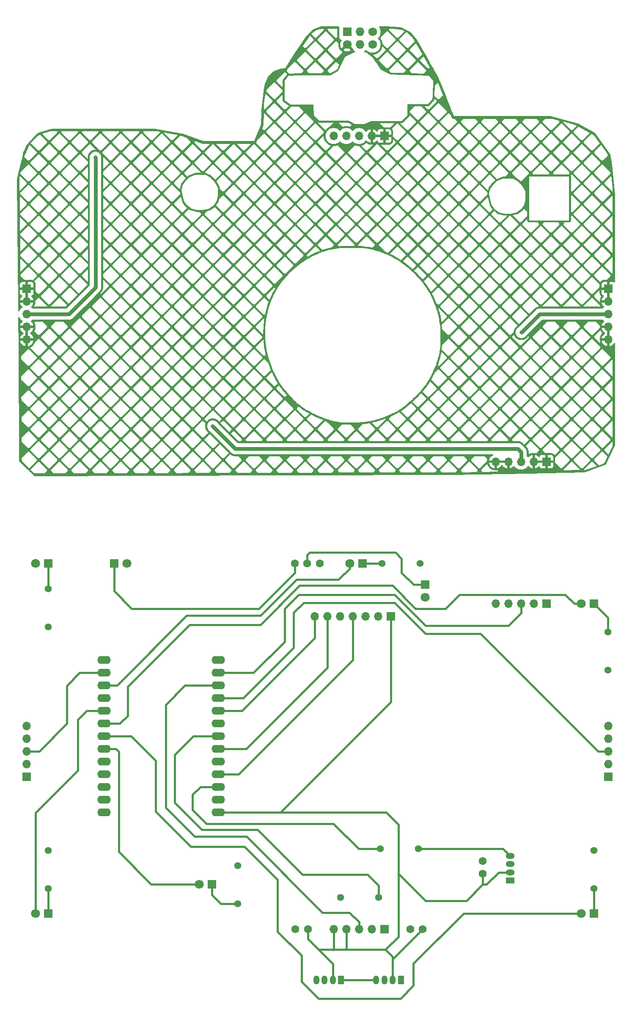
<source format=gbl>
G04 #@! TF.GenerationSoftware,KiCad,Pcbnew,7.0.10*
G04 #@! TF.CreationDate,2024-04-01T20:39:50-05:00*
G04 #@! TF.ProjectId,camera_badge,63616d65-7261-45f6-9261-6467652e6b69,1*
G04 #@! TF.SameCoordinates,Original*
G04 #@! TF.FileFunction,Copper,L2,Bot*
G04 #@! TF.FilePolarity,Positive*
%FSLAX46Y46*%
G04 Gerber Fmt 4.6, Leading zero omitted, Abs format (unit mm)*
G04 Created by KiCad (PCBNEW 7.0.10) date 2024-04-01 20:39:50*
%MOMM*%
%LPD*%
G01*
G04 APERTURE LIST*
G04 #@! TA.AperFunction,ComponentPad*
%ADD10C,1.400000*%
G04 #@! TD*
G04 #@! TA.AperFunction,ComponentPad*
%ADD11R,1.700000X1.700000*%
G04 #@! TD*
G04 #@! TA.AperFunction,ComponentPad*
%ADD12O,1.700000X1.700000*%
G04 #@! TD*
G04 #@! TA.AperFunction,ComponentPad*
%ADD13C,1.600000*%
G04 #@! TD*
G04 #@! TA.AperFunction,ComponentPad*
%ADD14O,2.700000X1.600000*%
G04 #@! TD*
G04 #@! TA.AperFunction,ComponentPad*
%ADD15R,1.800000X1.800000*%
G04 #@! TD*
G04 #@! TA.AperFunction,ComponentPad*
%ADD16C,1.800000*%
G04 #@! TD*
G04 #@! TA.AperFunction,ComponentPad*
%ADD17R,1.150000X1.800000*%
G04 #@! TD*
G04 #@! TA.AperFunction,ComponentPad*
%ADD18O,1.150000X1.800000*%
G04 #@! TD*
G04 #@! TA.AperFunction,ComponentPad*
%ADD19R,1.800000X1.150000*%
G04 #@! TD*
G04 #@! TA.AperFunction,ComponentPad*
%ADD20O,1.800000X1.150000*%
G04 #@! TD*
G04 #@! TA.AperFunction,ComponentPad*
%ADD21R,1.727200X1.727200*%
G04 #@! TD*
G04 #@! TA.AperFunction,ComponentPad*
%ADD22C,1.727200*%
G04 #@! TD*
G04 #@! TA.AperFunction,ComponentPad*
%ADD23O,1.727200X1.727200*%
G04 #@! TD*
G04 #@! TA.AperFunction,ViaPad*
%ADD24C,0.800000*%
G04 #@! TD*
G04 #@! TA.AperFunction,Conductor*
%ADD25C,0.400000*%
G04 #@! TD*
G04 #@! TA.AperFunction,Conductor*
%ADD26C,0.750000*%
G04 #@! TD*
G04 APERTURE END LIST*
D10*
X46300000Y-135000000D03*
X46300000Y-142620000D03*
D11*
X146000000Y-138000000D03*
D12*
X143460000Y-138000000D03*
X140920000Y-138000000D03*
X138380000Y-138000000D03*
X135840000Y-138000000D03*
D11*
X113575000Y-44475000D03*
D12*
X111035000Y-44475000D03*
X108495000Y-44475000D03*
X105955000Y-44475000D03*
X103415000Y-44475000D03*
D13*
X133250000Y-192000000D03*
X133250000Y-189500000D03*
D11*
X158400000Y-172600000D03*
D12*
X158400000Y-170060000D03*
X158400000Y-167520000D03*
X158400000Y-164980000D03*
X158400000Y-162440000D03*
D10*
X84250000Y-198060000D03*
X84250000Y-190440000D03*
X158300000Y-143690000D03*
X158300000Y-151310000D03*
D14*
X80300000Y-156880000D03*
X80300000Y-154340000D03*
X80300000Y-179740000D03*
X80300000Y-159420000D03*
X80300000Y-167040000D03*
X57440000Y-151800000D03*
X80300000Y-149260000D03*
X57440000Y-154340000D03*
X80300000Y-151800000D03*
X80300000Y-161960000D03*
X80300000Y-164500000D03*
X80300000Y-169580000D03*
X80300000Y-174660000D03*
X80300000Y-177200000D03*
X80300000Y-172120000D03*
X57440000Y-161960000D03*
X57440000Y-159420000D03*
X57440000Y-156880000D03*
X57440000Y-167040000D03*
X57440000Y-164500000D03*
X57440000Y-172120000D03*
X57440000Y-169580000D03*
X57440000Y-179740000D03*
X57440000Y-177200000D03*
X57440000Y-174660000D03*
X57440000Y-149260000D03*
D15*
X46300000Y-130000000D03*
D16*
X43760000Y-130000000D03*
D15*
X121725000Y-134225000D03*
D16*
X121725000Y-136765000D03*
D17*
X104900000Y-213240000D03*
D18*
X103250000Y-213240000D03*
X101600000Y-213240000D03*
X99950000Y-213240000D03*
D11*
X42000000Y-75000000D03*
D12*
X42000000Y-77540000D03*
X42000000Y-80080000D03*
X42000000Y-82620000D03*
X42000000Y-85160000D03*
D11*
X146000000Y-109600000D03*
D12*
X143460000Y-109600000D03*
X140920000Y-109600000D03*
X138380000Y-109600000D03*
X135840000Y-109600000D03*
D15*
X155500000Y-138000000D03*
D16*
X152960000Y-138000000D03*
D19*
X138750000Y-193400000D03*
D20*
X138750000Y-191750000D03*
X138750000Y-190100000D03*
X138750000Y-188450000D03*
D13*
X98250000Y-203125000D03*
X95750000Y-203125000D03*
D15*
X155500000Y-200000000D03*
D16*
X152960000Y-200000000D03*
D10*
X155500000Y-195000000D03*
X155500000Y-187380000D03*
D11*
X158400000Y-75000000D03*
D12*
X158400000Y-77540000D03*
X158400000Y-80080000D03*
X158400000Y-82620000D03*
X158400000Y-85160000D03*
D10*
X113130000Y-130000000D03*
X120750000Y-130000000D03*
D21*
X106120000Y-23650000D03*
D22*
X106120000Y-26190000D03*
D23*
X108660000Y-23650000D03*
X108660000Y-26190000D03*
D22*
X111200000Y-23650000D03*
X111200000Y-26190000D03*
D13*
X95650000Y-130000000D03*
X98150000Y-130000000D03*
X100650000Y-130000000D03*
D15*
X109200000Y-130000000D03*
D16*
X106660000Y-130000000D03*
D11*
X42000000Y-172600000D03*
D12*
X42000000Y-170060000D03*
X42000000Y-167520000D03*
X42000000Y-164980000D03*
X42000000Y-162440000D03*
D15*
X46300000Y-200000000D03*
D16*
X43760000Y-200000000D03*
D15*
X79075000Y-194100000D03*
D16*
X76535000Y-194100000D03*
D10*
X104780000Y-196800000D03*
X112400000Y-196800000D03*
X46300000Y-195000000D03*
X46300000Y-187380000D03*
X120400000Y-187000000D03*
X112780000Y-187000000D03*
D11*
X114870000Y-140560000D03*
D12*
X112330000Y-140560000D03*
X109790000Y-140560000D03*
X107250000Y-140560000D03*
X104710000Y-140560000D03*
X102170000Y-140560000D03*
X99630000Y-140560000D03*
D11*
X113575000Y-203125000D03*
D12*
X111035000Y-203125000D03*
X108495000Y-203125000D03*
X105955000Y-203125000D03*
X103415000Y-203125000D03*
D13*
X121250000Y-203125000D03*
X118750000Y-203125000D03*
D15*
X59500000Y-130000000D03*
D16*
X62040000Y-130000000D03*
D17*
X116900000Y-213240000D03*
D18*
X115250000Y-213240000D03*
X113600000Y-213240000D03*
X111950000Y-213240000D03*
D24*
X55750000Y-48750000D03*
X79250000Y-102500000D03*
X141000000Y-83750000D03*
D25*
X116400000Y-182200000D02*
X116400000Y-192000000D01*
X92760000Y-179740000D02*
X113940000Y-179740000D01*
X103250000Y-207250000D02*
X103200000Y-207200000D01*
X103400000Y-207200000D02*
X105800000Y-207200000D01*
X121250000Y-203125000D02*
X117175000Y-207200000D01*
X103415000Y-203125000D02*
X103415000Y-207185000D01*
X115250000Y-213240000D02*
X115250000Y-209125000D01*
X100400000Y-207200000D02*
X103200000Y-207200000D01*
X103415000Y-207185000D02*
X103400000Y-207200000D01*
X133250000Y-192000000D02*
X133250000Y-194150000D01*
X113940000Y-179740000D02*
X116400000Y-182200000D01*
X113800000Y-207200000D02*
X115250000Y-208650000D01*
X103250000Y-210050000D02*
X100400000Y-207200000D01*
X116400000Y-192000000D02*
X116400000Y-204600000D01*
X114870000Y-140560000D02*
X114870000Y-157630000D01*
X136450000Y-191750000D02*
X134050000Y-194150000D01*
X133250000Y-194150000D02*
X130000000Y-197400000D01*
X113800000Y-207200000D02*
X105800000Y-207200000D01*
X105955000Y-207045000D02*
X105800000Y-207200000D01*
X98250000Y-205050000D02*
X100400000Y-207200000D01*
X114870000Y-157630000D02*
X92760000Y-179740000D01*
X134050000Y-194150000D02*
X133250000Y-194150000D01*
X103250000Y-213240000D02*
X103250000Y-210050000D01*
X92760000Y-179740000D02*
X80300000Y-179740000D01*
X121800000Y-197400000D02*
X116400000Y-192000000D01*
X115250000Y-208650000D02*
X115250000Y-209125000D01*
X105955000Y-203125000D02*
X105955000Y-207045000D01*
X116400000Y-204600000D02*
X113800000Y-207200000D01*
X98250000Y-203125000D02*
X98250000Y-205050000D01*
X130000000Y-197400000D02*
X121800000Y-197400000D01*
X138750000Y-191750000D02*
X136450000Y-191750000D01*
X103200000Y-207200000D02*
X103400000Y-207200000D01*
X115250000Y-209125000D02*
X117175000Y-207200000D01*
X52600000Y-151800000D02*
X57440000Y-151800000D01*
X50000000Y-162000000D02*
X50000000Y-154400000D01*
X50000000Y-154400000D02*
X52600000Y-151800000D01*
X44480000Y-167520000D02*
X50000000Y-162000000D01*
X42000000Y-167520000D02*
X44480000Y-167520000D01*
X121725000Y-134225000D02*
X119425000Y-134225000D01*
X98600000Y-127800000D02*
X98150000Y-128250000D01*
X117000000Y-129000000D02*
X115800000Y-127800000D01*
X115800000Y-127800000D02*
X98600000Y-127800000D01*
X117000000Y-131800000D02*
X117000000Y-129000000D01*
X119425000Y-134225000D02*
X117000000Y-131800000D01*
X98150000Y-128250000D02*
X98150000Y-130000000D01*
X59500000Y-130000000D02*
X59500000Y-135500000D01*
X88500000Y-139000000D02*
X95650000Y-131850000D01*
X59500000Y-135500000D02*
X63000000Y-139000000D01*
X63000000Y-139000000D02*
X88500000Y-139000000D01*
X95650000Y-131850000D02*
X95650000Y-130000000D01*
X155500000Y-200000000D02*
X155500000Y-195000000D01*
X46300000Y-195000000D02*
X46300000Y-200000000D01*
X46300000Y-135000000D02*
X46300000Y-130000000D01*
X79075000Y-196275000D02*
X80860000Y-198060000D01*
X79075000Y-194100000D02*
X79075000Y-196275000D01*
X80860000Y-198060000D02*
X84250000Y-198060000D01*
X112400000Y-196800000D02*
X112400000Y-194400000D01*
X71600000Y-177800000D02*
X71600000Y-168200000D01*
X88200000Y-183200000D02*
X77000000Y-183200000D01*
X71600000Y-168200000D02*
X75300000Y-164500000D01*
X112400000Y-194400000D02*
X110200000Y-192200000D01*
X75300000Y-164500000D02*
X80300000Y-164500000D01*
X110200000Y-192200000D02*
X97200000Y-192200000D01*
X97200000Y-192200000D02*
X88200000Y-183200000D01*
X77000000Y-183200000D02*
X71600000Y-177800000D01*
X158300000Y-143690000D02*
X158300000Y-140800000D01*
X158300000Y-140800000D02*
X155500000Y-138000000D01*
X109200000Y-130000000D02*
X113130000Y-130000000D01*
X75200000Y-176200000D02*
X76740000Y-174660000D01*
X76740000Y-174660000D02*
X80300000Y-174660000D01*
X112780000Y-187000000D02*
X108400000Y-187000000D01*
X103400000Y-182000000D02*
X78000000Y-182000000D01*
X78000000Y-182000000D02*
X75200000Y-179200000D01*
X108400000Y-187000000D02*
X103400000Y-182000000D01*
X75200000Y-179200000D02*
X75200000Y-176200000D01*
X104900000Y-213240000D02*
X111950000Y-213240000D01*
X106660000Y-130000000D02*
X106660000Y-130940000D01*
X96000000Y-133200000D02*
X88800000Y-140400000D01*
X74000000Y-140400000D02*
X60060000Y-154340000D01*
X60060000Y-154340000D02*
X57440000Y-154340000D01*
X106660000Y-130940000D02*
X104400000Y-133200000D01*
X104400000Y-133200000D02*
X96000000Y-133200000D01*
X88800000Y-140400000D02*
X74000000Y-140400000D01*
X43760000Y-130000000D02*
X43760000Y-129240000D01*
X52200000Y-161200000D02*
X53980000Y-159420000D01*
X52200000Y-171400000D02*
X52200000Y-161200000D01*
X43760000Y-200000000D02*
X43760000Y-179840000D01*
X53980000Y-159420000D02*
X57440000Y-159420000D01*
X43760000Y-179840000D02*
X52200000Y-171400000D01*
X128600000Y-136200000D02*
X125800000Y-139000000D01*
X152960000Y-138000000D02*
X151600000Y-138000000D01*
X149800000Y-136200000D02*
X128600000Y-136200000D01*
X115200000Y-134400000D02*
X96600000Y-134400000D01*
X96600000Y-134400000D02*
X88800000Y-142200000D01*
X119800000Y-139000000D02*
X115200000Y-134400000D01*
X125800000Y-139000000D02*
X119800000Y-139000000D01*
X151600000Y-138000000D02*
X149800000Y-136200000D01*
X60640000Y-161960000D02*
X57440000Y-161960000D01*
X62200000Y-160400000D02*
X60640000Y-161960000D01*
X62200000Y-154600000D02*
X62200000Y-160400000D01*
X74600000Y-142200000D02*
X62200000Y-154600000D01*
X88800000Y-142200000D02*
X74600000Y-142200000D01*
X85600000Y-186600000D02*
X74800000Y-186600000D01*
X74800000Y-186600000D02*
X67800000Y-179600000D01*
X97000000Y-213600000D02*
X97000000Y-208400000D01*
X129400000Y-200000000D02*
X119400000Y-210000000D01*
X92200000Y-193200000D02*
X85600000Y-186600000D01*
X62900000Y-164500000D02*
X57440000Y-164500000D01*
X67800000Y-169400000D02*
X62900000Y-164500000D01*
X152960000Y-200000000D02*
X129400000Y-200000000D01*
X119400000Y-214400000D02*
X116800000Y-217000000D01*
X97000000Y-208400000D02*
X92200000Y-203600000D01*
X67800000Y-179600000D02*
X67800000Y-169400000D01*
X100400000Y-217000000D02*
X97000000Y-213600000D01*
X92200000Y-203600000D02*
X92200000Y-193200000D01*
X119400000Y-210000000D02*
X119400000Y-214400000D01*
X116800000Y-217000000D02*
X100400000Y-217000000D01*
X60400000Y-187600000D02*
X66900000Y-194100000D01*
X59840000Y-167040000D02*
X60400000Y-167600000D01*
X66900000Y-194100000D02*
X76535000Y-194100000D01*
X60400000Y-167600000D02*
X60400000Y-187600000D01*
X57440000Y-167040000D02*
X59840000Y-167040000D01*
X107250000Y-149250000D02*
X84380000Y-172120000D01*
X107250000Y-140560000D02*
X107250000Y-149250000D01*
X84380000Y-172120000D02*
X80300000Y-172120000D01*
X85960000Y-167040000D02*
X80300000Y-167040000D01*
X102170000Y-150830000D02*
X85960000Y-167040000D01*
X102170000Y-140560000D02*
X102170000Y-150830000D01*
X85080000Y-159420000D02*
X80300000Y-159420000D01*
X99630000Y-140560000D02*
X99630000Y-144870000D01*
X99630000Y-144870000D02*
X85080000Y-159420000D01*
X95400000Y-139800000D02*
X95400000Y-146800000D01*
X158400000Y-167520000D02*
X156320000Y-167520000D01*
X115600000Y-137800000D02*
X97400000Y-137800000D01*
X85320000Y-156880000D02*
X80300000Y-156880000D01*
X156320000Y-167520000D02*
X132800000Y-144000000D01*
X121800000Y-144000000D02*
X115600000Y-137800000D01*
X97400000Y-137800000D02*
X95400000Y-139800000D01*
X95400000Y-146800000D02*
X85320000Y-156880000D01*
X132800000Y-144000000D02*
X121800000Y-144000000D01*
X86000000Y-184600000D02*
X75600000Y-184600000D01*
X101200000Y-199800000D02*
X86000000Y-184600000D01*
X69800000Y-158200000D02*
X73660000Y-154340000D01*
X75600000Y-184600000D02*
X69800000Y-178800000D01*
X108495000Y-201695000D02*
X106600000Y-199800000D01*
X69800000Y-178800000D02*
X69800000Y-158200000D01*
X106600000Y-199800000D02*
X101200000Y-199800000D01*
X108495000Y-203125000D02*
X108495000Y-201695000D01*
X73660000Y-154340000D02*
X80300000Y-154340000D01*
X140920000Y-139880000D02*
X140920000Y-138000000D01*
X93600000Y-139000000D02*
X96400000Y-136200000D01*
X115600000Y-136200000D02*
X121800000Y-142400000D01*
X96400000Y-136200000D02*
X115600000Y-136200000D01*
X87400000Y-151800000D02*
X93600000Y-145600000D01*
X138400000Y-142400000D02*
X140920000Y-139880000D01*
X93600000Y-145600000D02*
X93600000Y-139000000D01*
X121800000Y-142400000D02*
X138400000Y-142400000D01*
X80300000Y-151800000D02*
X87400000Y-151800000D01*
X120400000Y-187000000D02*
X137300000Y-187000000D01*
X137300000Y-187000000D02*
X138750000Y-188450000D01*
D26*
X50420000Y-80080000D02*
X55750000Y-74750000D01*
X42000000Y-80080000D02*
X50420000Y-80080000D01*
X55750000Y-74750000D02*
X55750000Y-48750000D01*
X140250000Y-107000000D02*
X83750000Y-107000000D01*
X140920000Y-109600000D02*
X140920000Y-107670000D01*
X140920000Y-107670000D02*
X140250000Y-107000000D01*
X83750000Y-107000000D02*
X79250000Y-102500000D01*
X144670000Y-80080000D02*
X141000000Y-83750000D01*
X158400000Y-80080000D02*
X144670000Y-80080000D01*
G04 #@! TA.AperFunction,Conductor*
G36*
X137920507Y-109390156D02*
G01*
X137880000Y-109528111D01*
X137880000Y-109671889D01*
X137920507Y-109809844D01*
X137946314Y-109850000D01*
X136273686Y-109850000D01*
X136299493Y-109809844D01*
X136340000Y-109671889D01*
X136340000Y-109528111D01*
X136299493Y-109390156D01*
X136273686Y-109350000D01*
X137946314Y-109350000D01*
X137920507Y-109390156D01*
G37*
G04 #@! TD.AperFunction*
G04 #@! TA.AperFunction,Conductor*
G36*
X145540507Y-109390156D02*
G01*
X145500000Y-109528111D01*
X145500000Y-109671889D01*
X145540507Y-109809844D01*
X145566314Y-109850000D01*
X143893686Y-109850000D01*
X143919493Y-109809844D01*
X143960000Y-109671889D01*
X143960000Y-109528111D01*
X143919493Y-109390156D01*
X143893686Y-109350000D01*
X145566314Y-109350000D01*
X145540507Y-109390156D01*
G37*
G04 #@! TD.AperFunction*
G04 #@! TA.AperFunction,Conductor*
G36*
X113115507Y-44265156D02*
G01*
X113075000Y-44403111D01*
X113075000Y-44546889D01*
X113115507Y-44684844D01*
X113141314Y-44725000D01*
X111468686Y-44725000D01*
X111494493Y-44684844D01*
X111535000Y-44546889D01*
X111535000Y-44403111D01*
X111494493Y-44265156D01*
X111468686Y-44225000D01*
X113141314Y-44225000D01*
X113115507Y-44265156D01*
G37*
G04 #@! TD.AperFunction*
G04 #@! TA.AperFunction,Conductor*
G36*
X104459775Y-22519685D02*
G01*
X104505530Y-22572489D01*
X104516094Y-22636602D01*
X104505900Y-22736381D01*
X104505900Y-24563601D01*
X104505901Y-24563618D01*
X104516400Y-24666396D01*
X104516401Y-24666399D01*
X104547007Y-24758761D01*
X104571586Y-24832934D01*
X104663688Y-24982256D01*
X104787744Y-25106312D01*
X104937066Y-25198414D01*
X104950158Y-25202752D01*
X105007600Y-25242522D01*
X105034425Y-25307037D01*
X105022111Y-25375813D01*
X105014962Y-25388278D01*
X104916639Y-25538774D01*
X104825863Y-25745721D01*
X104770388Y-25964786D01*
X104770386Y-25964797D01*
X104751727Y-26189993D01*
X104751727Y-26190006D01*
X104770386Y-26415202D01*
X104770388Y-26415213D01*
X104825863Y-26634278D01*
X104916638Y-26841222D01*
X104995111Y-26961334D01*
X105630477Y-26325967D01*
X105653155Y-26403201D01*
X105732131Y-26526090D01*
X105842530Y-26621752D01*
X105975408Y-26682435D01*
X105980399Y-26683152D01*
X105347139Y-27316412D01*
X105371628Y-27335472D01*
X105570369Y-27443027D01*
X105570375Y-27443029D01*
X105784106Y-27516403D01*
X106007010Y-27553600D01*
X106232990Y-27553600D01*
X106455893Y-27516403D01*
X106669624Y-27443029D01*
X106669639Y-27443022D01*
X106868367Y-27335475D01*
X106868377Y-27335468D01*
X106892859Y-27316413D01*
X106892860Y-27316412D01*
X106259599Y-26683152D01*
X106264592Y-26682435D01*
X106397470Y-26621752D01*
X106507869Y-26526090D01*
X106586845Y-26403201D01*
X106609522Y-26325969D01*
X107220886Y-26937333D01*
X107238932Y-26960224D01*
X107350124Y-27141672D01*
X107350125Y-27141674D01*
X107350126Y-27141676D01*
X107350128Y-27141678D01*
X107515130Y-27334870D01*
X107697551Y-27490673D01*
X107735744Y-27549179D01*
X107736243Y-27619047D01*
X107698889Y-27678093D01*
X107668684Y-27697686D01*
X105699999Y-28600000D01*
X104416029Y-31365474D01*
X104369944Y-31417990D01*
X104367358Y-31419585D01*
X104150848Y-31549491D01*
X102929450Y-32282329D01*
X102865655Y-32300000D01*
X96599997Y-32300000D01*
X94399999Y-32400000D01*
X93600000Y-33399999D01*
X93600000Y-37300000D01*
X93599999Y-37300000D01*
X94133009Y-37699757D01*
X94800000Y-38200000D01*
X99281508Y-38200000D01*
X99348547Y-38219685D01*
X99394302Y-38272489D01*
X99405380Y-38318369D01*
X99499999Y-40399999D01*
X99500000Y-40400000D01*
X100600000Y-41400000D01*
X106368739Y-41400000D01*
X106427526Y-41414821D01*
X107700000Y-42100000D01*
X109500000Y-42100000D01*
X110004999Y-41898000D01*
X112670587Y-41898000D01*
X113579864Y-42807277D01*
X113600989Y-42786154D01*
X113641217Y-42759275D01*
X113696348Y-42736439D01*
X113743801Y-42727000D01*
X114478155Y-42727000D01*
X114481463Y-42727044D01*
X114485472Y-42727151D01*
X114488795Y-42727284D01*
X114499438Y-42727854D01*
X114502763Y-42728077D01*
X114506773Y-42728400D01*
X114510072Y-42728710D01*
X114587292Y-42737012D01*
X114594972Y-42738082D01*
X114604208Y-42739664D01*
X114611783Y-42741206D01*
X114636003Y-42746928D01*
X114643485Y-42748945D01*
X114652459Y-42751667D01*
X114659800Y-42754146D01*
X114730438Y-42780492D01*
X115612931Y-41898000D01*
X116771807Y-41898000D01*
X118117564Y-43243757D01*
X118368393Y-43243757D01*
X119886745Y-41725405D01*
X120700431Y-41725405D01*
X122218783Y-43243757D01*
X122469613Y-43243757D01*
X123987965Y-41725405D01*
X123987965Y-41725404D01*
X124801650Y-41725404D01*
X126320003Y-43243757D01*
X126570832Y-43243757D01*
X128089184Y-41725405D01*
X128902870Y-41725405D01*
X130421222Y-43243757D01*
X130672051Y-43243757D01*
X132190403Y-41725405D01*
X133004089Y-41725405D01*
X134522441Y-43243757D01*
X134773271Y-43243757D01*
X136291623Y-41725405D01*
X136291623Y-41725404D01*
X137105308Y-41725404D01*
X138623661Y-43243757D01*
X138874490Y-43243757D01*
X140392842Y-41725405D01*
X141206528Y-41725405D01*
X142724880Y-43243757D01*
X142975709Y-43243757D01*
X144494061Y-41725405D01*
X145307747Y-41725405D01*
X146826099Y-43243757D01*
X147076929Y-43243757D01*
X148595281Y-41725405D01*
X148595281Y-41603823D01*
X149408966Y-41603823D01*
X149408966Y-41725404D01*
X150927319Y-43243757D01*
X151178148Y-43243757D01*
X152041237Y-42380665D01*
X151735412Y-42209762D01*
X149408966Y-41603823D01*
X148595281Y-41603823D01*
X148595281Y-41474575D01*
X148483481Y-41362775D01*
X147182783Y-41024000D01*
X145758322Y-41024000D01*
X145307747Y-41474575D01*
X145307747Y-41725405D01*
X144494061Y-41725405D01*
X144494062Y-41725404D01*
X144494062Y-41474575D01*
X144043487Y-41024000D01*
X141657103Y-41024000D01*
X141206528Y-41474575D01*
X141206528Y-41725405D01*
X140392842Y-41725405D01*
X140392842Y-41474575D01*
X139942267Y-41024000D01*
X137555883Y-41024000D01*
X137105308Y-41474575D01*
X137105308Y-41725404D01*
X136291623Y-41725404D01*
X136291623Y-41474575D01*
X135841048Y-41024000D01*
X133454664Y-41024000D01*
X133004089Y-41474575D01*
X133004089Y-41725405D01*
X132190403Y-41725405D01*
X132190404Y-41725404D01*
X132190404Y-41474575D01*
X131739829Y-41024000D01*
X129353445Y-41024000D01*
X128902870Y-41474575D01*
X128902870Y-41725405D01*
X128089184Y-41725405D01*
X128089184Y-41474575D01*
X127638609Y-41024000D01*
X127378433Y-41024000D01*
X127311394Y-41004315D01*
X127309434Y-41003030D01*
X127107416Y-40867740D01*
X127062667Y-40814081D01*
X127061755Y-40811923D01*
X126806411Y-40191802D01*
X126570832Y-39956223D01*
X126320003Y-39956223D01*
X124801650Y-41474575D01*
X124801650Y-41725404D01*
X123987965Y-41725404D01*
X123987965Y-41474575D01*
X122469613Y-39956223D01*
X122218783Y-39956223D01*
X120700431Y-41474575D01*
X120700431Y-41725405D01*
X119886745Y-41725405D01*
X119886746Y-41725404D01*
X119886746Y-41474575D01*
X118598000Y-40185829D01*
X118598000Y-40441665D01*
X118595347Y-40467178D01*
X118588929Y-40497704D01*
X118581085Y-40522121D01*
X118547531Y-40598398D01*
X118534831Y-40620681D01*
X118516665Y-40646039D01*
X118499652Y-40665233D01*
X117241502Y-41818538D01*
X117223206Y-41832424D01*
X117199512Y-41847162D01*
X117178970Y-41857434D01*
X117109595Y-41884419D01*
X117087512Y-41890727D01*
X117060088Y-41895873D01*
X117037219Y-41898000D01*
X116771807Y-41898000D01*
X115612931Y-41898000D01*
X112670587Y-41898000D01*
X110004999Y-41898000D01*
X110977827Y-41508868D01*
X111023879Y-41500000D01*
X117000000Y-41500000D01*
X118200000Y-40400000D01*
X118200000Y-39674794D01*
X118649821Y-39674794D01*
X120168174Y-41193147D01*
X120419003Y-41193147D01*
X121937355Y-39674795D01*
X122751041Y-39674795D01*
X124269393Y-41193147D01*
X124520222Y-41193147D01*
X126038575Y-39674794D01*
X126038575Y-39423966D01*
X124520222Y-37905613D01*
X124269393Y-37905613D01*
X122751041Y-39423965D01*
X122751041Y-39674795D01*
X121937355Y-39674795D01*
X121937355Y-39423965D01*
X121011390Y-38498000D01*
X121574246Y-38498000D01*
X122218783Y-39142538D01*
X122469613Y-39142538D01*
X123987965Y-37624185D01*
X123987965Y-37373356D01*
X123601209Y-36986600D01*
X123596899Y-37146118D01*
X123594386Y-37167825D01*
X123589024Y-37193813D01*
X123582740Y-37214740D01*
X123556501Y-37280450D01*
X123546641Y-37299951D01*
X123532627Y-37322485D01*
X123519498Y-37339952D01*
X122567646Y-38397566D01*
X122548378Y-38414921D01*
X122522864Y-38433464D01*
X122500412Y-38446431D01*
X122423433Y-38480715D01*
X122398771Y-38488730D01*
X122367921Y-38495289D01*
X122342134Y-38498000D01*
X121574246Y-38498000D01*
X121011390Y-38498000D01*
X119575787Y-38498000D01*
X118649821Y-39423966D01*
X118649821Y-39674794D01*
X118200000Y-39674794D01*
X118200000Y-38224000D01*
X118219685Y-38156961D01*
X118272489Y-38111206D01*
X118324000Y-38100000D01*
X122300000Y-38100000D01*
X123200000Y-37100000D01*
X123217877Y-36438556D01*
X123616021Y-36438556D01*
X124269393Y-37091928D01*
X124520222Y-37091928D01*
X125268074Y-36344074D01*
X124512407Y-34391934D01*
X124277392Y-33804394D01*
X124269393Y-33804394D01*
X123671044Y-34402741D01*
X123616021Y-36438556D01*
X123217877Y-36438556D01*
X123300000Y-33400000D01*
X122500000Y-32400000D01*
X122499999Y-32399999D01*
X114830129Y-32200782D01*
X114773591Y-32185475D01*
X113477012Y-31472356D01*
X114548602Y-31472356D01*
X114848933Y-31772687D01*
X114907038Y-31804645D01*
X117438103Y-31870387D01*
X117836135Y-31472356D01*
X118649821Y-31472356D01*
X119090778Y-31913313D01*
X121435494Y-31974216D01*
X121937355Y-31472356D01*
X121937355Y-31221527D01*
X120419003Y-29703175D01*
X120168174Y-29703175D01*
X118649821Y-31221527D01*
X118649821Y-31472356D01*
X117836135Y-31472356D01*
X117836136Y-31472355D01*
X117836136Y-31221527D01*
X116317784Y-29703175D01*
X116066954Y-29703175D01*
X114548602Y-31221527D01*
X114548602Y-31472356D01*
X113477012Y-31472356D01*
X112826585Y-31114621D01*
X112783169Y-31074753D01*
X111999996Y-29899993D01*
X111652180Y-29421746D01*
X112497992Y-29421746D01*
X114016345Y-30940099D01*
X114267174Y-30940099D01*
X115785526Y-29421747D01*
X116599212Y-29421747D01*
X118117564Y-30940099D01*
X118368393Y-30940099D01*
X119886745Y-29421747D01*
X120700431Y-29421747D01*
X122218783Y-30940099D01*
X122469612Y-30940099D01*
X122626021Y-30783687D01*
X122558396Y-30682249D01*
X122555051Y-30676946D01*
X122544697Y-30659572D01*
X122541626Y-30654110D01*
X121639362Y-28949834D01*
X121382986Y-28488359D01*
X120700431Y-29170916D01*
X120700431Y-29421747D01*
X119886745Y-29421747D01*
X119886746Y-29421746D01*
X119886746Y-29170917D01*
X118368393Y-27652565D01*
X118117564Y-27652565D01*
X116599212Y-29170917D01*
X116599212Y-29421747D01*
X115785526Y-29421747D01*
X115785526Y-29170917D01*
X114267174Y-27652565D01*
X114016345Y-27652565D01*
X112497992Y-29170917D01*
X112497992Y-29421746D01*
X111652180Y-29421746D01*
X111200001Y-28800001D01*
X111199998Y-28799998D01*
X110482583Y-28202152D01*
X111278398Y-28202152D01*
X111965735Y-28889489D01*
X112216564Y-28889489D01*
X113734916Y-27371137D01*
X114548602Y-27371137D01*
X116066954Y-28889489D01*
X116317784Y-28889489D01*
X117836136Y-27371137D01*
X117836136Y-27371136D01*
X118649821Y-27371136D01*
X120168174Y-28889489D01*
X120419003Y-28889489D01*
X121181967Y-28126523D01*
X120647614Y-27164689D01*
X119869643Y-25900484D01*
X118649821Y-27120307D01*
X118649821Y-27371136D01*
X117836136Y-27371136D01*
X117836136Y-27120307D01*
X116317784Y-25601955D01*
X116066954Y-25601955D01*
X114548602Y-27120307D01*
X114548602Y-27371137D01*
X113734916Y-27371137D01*
X113734917Y-27371136D01*
X113734917Y-27120308D01*
X113179314Y-26564705D01*
X113125026Y-26790837D01*
X113123799Y-26795538D01*
X113122201Y-26801206D01*
X113120787Y-26805870D01*
X113115956Y-26820741D01*
X113114360Y-26825345D01*
X113112320Y-26830875D01*
X113110544Y-26835412D01*
X113007333Y-27084584D01*
X113005384Y-27089040D01*
X113002917Y-27094392D01*
X113000787Y-27098783D01*
X112993688Y-27112714D01*
X112991399Y-27116996D01*
X112988522Y-27122134D01*
X112986056Y-27126342D01*
X112845137Y-27356300D01*
X112842507Y-27360409D01*
X112839231Y-27365311D01*
X112836448Y-27369302D01*
X112827257Y-27381951D01*
X112824317Y-27385835D01*
X112820672Y-27390458D01*
X112817588Y-27394216D01*
X112642434Y-27599295D01*
X112639199Y-27602935D01*
X112635200Y-27607261D01*
X112631826Y-27610770D01*
X112620770Y-27621826D01*
X112617261Y-27625200D01*
X112612935Y-27629199D01*
X112609295Y-27632434D01*
X112404216Y-27807588D01*
X112400458Y-27810672D01*
X112395835Y-27814317D01*
X112391951Y-27817257D01*
X112379302Y-27826448D01*
X112375311Y-27829231D01*
X112370409Y-27832507D01*
X112366300Y-27835137D01*
X112136342Y-27976056D01*
X112132134Y-27978522D01*
X112126996Y-27981399D01*
X112122714Y-27983688D01*
X112108783Y-27990787D01*
X112104392Y-27992917D01*
X112099040Y-27995384D01*
X112094584Y-27997333D01*
X111845412Y-28100544D01*
X111840875Y-28102320D01*
X111835345Y-28104360D01*
X111830741Y-28105956D01*
X111815870Y-28110787D01*
X111811206Y-28112201D01*
X111805538Y-28113799D01*
X111800837Y-28115026D01*
X111538590Y-28177985D01*
X111533840Y-28179027D01*
X111528060Y-28180177D01*
X111523255Y-28181035D01*
X111507813Y-28183480D01*
X111503013Y-28184144D01*
X111497165Y-28184837D01*
X111492302Y-28185317D01*
X111278398Y-28202152D01*
X110482583Y-28202152D01*
X110000000Y-27800000D01*
X109634057Y-27742219D01*
X109570908Y-27712319D01*
X109533949Y-27653025D01*
X109534913Y-27583162D01*
X109573496Y-27524911D01*
X109588597Y-27514016D01*
X109611678Y-27499872D01*
X109804870Y-27334870D01*
X109835710Y-27298759D01*
X109894216Y-27260568D01*
X109964084Y-27260068D01*
X110023130Y-27297422D01*
X110024232Y-27298693D01*
X110055130Y-27334870D01*
X110248322Y-27499872D01*
X110248324Y-27499873D01*
X110248325Y-27499874D01*
X110248327Y-27499875D01*
X110464947Y-27632621D01*
X110699670Y-27729846D01*
X110699671Y-27729846D01*
X110699673Y-27729847D01*
X110946718Y-27789157D01*
X111200000Y-27809091D01*
X111453282Y-27789157D01*
X111700327Y-27729847D01*
X111935052Y-27632621D01*
X112151678Y-27499872D01*
X112344870Y-27334870D01*
X112509872Y-27141678D01*
X112642621Y-26925052D01*
X112739847Y-26690327D01*
X112799157Y-26443282D01*
X112819091Y-26190000D01*
X112799157Y-25936718D01*
X112739847Y-25689673D01*
X112698215Y-25589163D01*
X112642621Y-25454947D01*
X112509875Y-25238327D01*
X112509874Y-25238325D01*
X112509873Y-25238324D01*
X112509872Y-25238322D01*
X112344870Y-25045130D01*
X112308759Y-25014289D01*
X112270568Y-24955784D01*
X112270312Y-24920000D01*
X112761403Y-24920000D01*
X112817588Y-24985784D01*
X112820672Y-24989542D01*
X112824317Y-24994165D01*
X112827257Y-24998049D01*
X112836448Y-25010698D01*
X112839231Y-25014689D01*
X112842507Y-25019591D01*
X112845137Y-25023700D01*
X112986056Y-25253658D01*
X112988522Y-25257866D01*
X112991399Y-25263004D01*
X112993688Y-25267286D01*
X113000787Y-25281217D01*
X113002917Y-25285608D01*
X113005384Y-25290960D01*
X113007333Y-25295416D01*
X113110544Y-25544588D01*
X113112320Y-25549125D01*
X113114360Y-25554655D01*
X113115956Y-25559259D01*
X113120787Y-25574130D01*
X113122201Y-25578794D01*
X113123799Y-25584462D01*
X113125026Y-25589163D01*
X113187985Y-25851410D01*
X113189027Y-25856160D01*
X113190177Y-25861940D01*
X113191035Y-25866745D01*
X113193480Y-25882187D01*
X113194144Y-25886987D01*
X113194837Y-25892835D01*
X113195317Y-25897698D01*
X113205580Y-26028115D01*
X114016345Y-26838880D01*
X114267174Y-26838880D01*
X115785526Y-25320527D01*
X116599212Y-25320527D01*
X118117564Y-26838880D01*
X118368393Y-26838880D01*
X119655221Y-25552050D01*
X119115956Y-24675744D01*
X119055662Y-24602056D01*
X118142532Y-23749802D01*
X117991590Y-23677318D01*
X116599212Y-25069697D01*
X116599212Y-25320527D01*
X115785526Y-25320527D01*
X115785526Y-25069698D01*
X114267174Y-23551346D01*
X114016345Y-23551346D01*
X112992208Y-24575481D01*
X112991399Y-24576996D01*
X112988522Y-24582134D01*
X112986056Y-24586342D01*
X112845137Y-24816300D01*
X112842507Y-24820409D01*
X112839231Y-24825311D01*
X112836448Y-24829302D01*
X112827257Y-24841951D01*
X112824317Y-24845835D01*
X112820672Y-24850458D01*
X112817588Y-24854216D01*
X112761403Y-24920000D01*
X112270312Y-24920000D01*
X112270068Y-24885916D01*
X112307422Y-24826870D01*
X112308693Y-24825767D01*
X112344870Y-24794870D01*
X112509872Y-24601678D01*
X112642621Y-24385052D01*
X112739847Y-24150327D01*
X112799157Y-23903282D01*
X112819091Y-23650000D01*
X112799157Y-23396718D01*
X112739847Y-23149673D01*
X112739846Y-23149670D01*
X112687792Y-23024000D01*
X114548602Y-23024000D01*
X114548602Y-23269918D01*
X116066954Y-24788270D01*
X116317784Y-24788270D01*
X117611334Y-23494718D01*
X117247663Y-23320082D01*
X115212086Y-23024000D01*
X114548602Y-23024000D01*
X112687792Y-23024000D01*
X112642621Y-22914947D01*
X112509873Y-22698323D01*
X112508834Y-22696893D01*
X112508606Y-22696256D01*
X112507327Y-22694168D01*
X112507765Y-22693899D01*
X112485349Y-22631089D01*
X112501169Y-22563034D01*
X112551271Y-22514335D01*
X112609146Y-22500000D01*
X113856048Y-22500000D01*
X113864995Y-22500322D01*
X116620549Y-22699678D01*
X116629414Y-22700642D01*
X116966021Y-22749603D01*
X117001849Y-22760532D01*
X118725158Y-23588071D01*
X118767449Y-23621326D01*
X120032404Y-25167282D01*
X120042042Y-25180819D01*
X120559699Y-26022010D01*
X120561114Y-26024370D01*
X121599291Y-27798788D01*
X121600654Y-27801178D01*
X121632703Y-27858867D01*
X121633215Y-27859799D01*
X121970702Y-28481996D01*
X122549685Y-29549420D01*
X122550276Y-29550523D01*
X122662596Y-29762682D01*
X123000000Y-30400000D01*
X123399961Y-30999941D01*
X123400340Y-31000586D01*
X123528557Y-31221527D01*
X124120553Y-32241644D01*
X124124213Y-32248428D01*
X124358017Y-32716034D01*
X124360226Y-32720692D01*
X124798798Y-33697323D01*
X124801067Y-33702712D01*
X125194343Y-34702058D01*
X125194594Y-34702703D01*
X125759968Y-36163252D01*
X126200000Y-37300000D01*
X126800000Y-38800000D01*
X127107523Y-39546843D01*
X127107552Y-39546913D01*
X127149999Y-39649999D01*
X127150000Y-39650000D01*
X127500000Y-40500000D01*
X146734115Y-40500000D01*
X146765369Y-40504003D01*
X152353465Y-41959462D01*
X152382691Y-41971210D01*
X155567932Y-43751197D01*
X155607082Y-43773075D01*
X155647276Y-43808941D01*
X158786759Y-48176211D01*
X158807951Y-48225738D01*
X159196073Y-50295729D01*
X159197665Y-50307106D01*
X159749468Y-56244275D01*
X159750000Y-56255750D01*
X159750000Y-73651997D01*
X159730315Y-73719036D01*
X159677511Y-73764791D01*
X159608353Y-73774735D01*
X159551689Y-73751263D01*
X159492093Y-73706649D01*
X159492086Y-73706645D01*
X159357379Y-73656403D01*
X159357372Y-73656401D01*
X159297844Y-73650000D01*
X158650000Y-73650000D01*
X158650000Y-74564498D01*
X158542315Y-74515320D01*
X158435763Y-74500000D01*
X158364237Y-74500000D01*
X158257685Y-74515320D01*
X158150000Y-74564498D01*
X158150000Y-73650000D01*
X157502155Y-73650000D01*
X157442627Y-73656401D01*
X157442620Y-73656403D01*
X157307913Y-73706645D01*
X157307906Y-73706649D01*
X157192812Y-73792809D01*
X157192809Y-73792812D01*
X157106649Y-73907906D01*
X157106645Y-73907913D01*
X157056403Y-74042620D01*
X157056401Y-74042627D01*
X157050000Y-74102155D01*
X157050000Y-74750000D01*
X157966314Y-74750000D01*
X157940507Y-74790156D01*
X157900000Y-74928111D01*
X157900000Y-75071889D01*
X157940507Y-75209844D01*
X157966314Y-75250000D01*
X157050000Y-75250000D01*
X157050000Y-75897844D01*
X157056401Y-75957372D01*
X157056403Y-75957379D01*
X157106645Y-76092086D01*
X157106649Y-76092093D01*
X157192809Y-76207187D01*
X157192812Y-76207190D01*
X157307906Y-76293350D01*
X157307913Y-76293354D01*
X157439986Y-76342614D01*
X157495920Y-76384485D01*
X157520337Y-76449949D01*
X157505486Y-76518222D01*
X157484335Y-76546477D01*
X157361886Y-76668926D01*
X157226400Y-76862420D01*
X157226399Y-76862422D01*
X157126570Y-77076507D01*
X157126567Y-77076513D01*
X157069364Y-77289999D01*
X157069364Y-77290000D01*
X157966314Y-77290000D01*
X157940507Y-77330156D01*
X157900000Y-77468111D01*
X157900000Y-77611889D01*
X157940507Y-77749844D01*
X157966314Y-77790000D01*
X157069364Y-77790000D01*
X157126567Y-78003486D01*
X157126570Y-78003492D01*
X157226399Y-78217578D01*
X157361894Y-78411082D01*
X157516022Y-78565210D01*
X157549507Y-78626533D01*
X157544523Y-78696225D01*
X157502651Y-78752158D01*
X157493132Y-78758618D01*
X157456342Y-78781163D01*
X157447266Y-78788915D01*
X157298530Y-78915948D01*
X157288177Y-78924790D01*
X157224415Y-78953361D01*
X157207645Y-78954500D01*
X144774333Y-78954500D01*
X144753766Y-78952782D01*
X144750669Y-78952261D01*
X144750660Y-78952260D01*
X144750658Y-78952260D01*
X144661524Y-78954382D01*
X144658043Y-78954465D01*
X144655092Y-78954500D01*
X144616382Y-78954500D01*
X144607430Y-78955354D01*
X144598615Y-78955879D01*
X144541681Y-78957235D01*
X144535774Y-78957376D01*
X144535773Y-78957376D01*
X144535765Y-78957377D01*
X144503488Y-78964399D01*
X144488917Y-78966671D01*
X144456030Y-78969811D01*
X144456028Y-78969811D01*
X144395721Y-78987518D01*
X144387151Y-78989705D01*
X144325746Y-79003064D01*
X144325733Y-79003069D01*
X144295369Y-79016071D01*
X144281496Y-79021058D01*
X144249797Y-79030366D01*
X144249795Y-79030367D01*
X144193929Y-79059167D01*
X144185925Y-79062938D01*
X144128149Y-79087679D01*
X144128148Y-79087680D01*
X144100786Y-79106199D01*
X144088108Y-79113721D01*
X144058740Y-79128861D01*
X144058738Y-79128863D01*
X144009333Y-79167715D01*
X144002189Y-79172932D01*
X143950142Y-79208159D01*
X143926780Y-79231522D01*
X143915760Y-79241302D01*
X143898859Y-79254593D01*
X143889785Y-79261730D01*
X143848615Y-79309241D01*
X143842585Y-79315716D01*
X140383868Y-82774433D01*
X140361467Y-82792178D01*
X140303697Y-82827948D01*
X140146127Y-82971593D01*
X140017632Y-83141746D01*
X139922596Y-83332605D01*
X139922596Y-83332607D01*
X139864244Y-83537689D01*
X139858463Y-83600083D01*
X139844571Y-83750000D01*
X139864244Y-83962310D01*
X139909649Y-84121891D01*
X139922596Y-84167392D01*
X139922596Y-84167394D01*
X140017632Y-84358253D01*
X140075425Y-84434782D01*
X140146128Y-84528407D01*
X140303698Y-84672052D01*
X140484981Y-84784298D01*
X140683802Y-84861321D01*
X140893390Y-84900500D01*
X140893392Y-84900500D01*
X141106608Y-84900500D01*
X141106610Y-84900500D01*
X141316198Y-84861321D01*
X141515019Y-84784298D01*
X141696302Y-84672052D01*
X141853872Y-84528407D01*
X141973864Y-84369511D01*
X141985125Y-84356571D01*
X143604099Y-82737598D01*
X145307747Y-82737598D01*
X146826099Y-84255950D01*
X147076929Y-84255950D01*
X148595281Y-82737598D01*
X148595281Y-82737597D01*
X149408966Y-82737597D01*
X150927319Y-84255950D01*
X151178148Y-84255950D01*
X152696500Y-82737598D01*
X153510186Y-82737598D01*
X155028538Y-84255950D01*
X155279367Y-84255950D01*
X156659891Y-82875425D01*
X156658204Y-82823874D01*
X156671851Y-82755268D01*
X156695092Y-82703973D01*
X156759527Y-82620000D01*
X156695092Y-82536027D01*
X156671851Y-82484732D01*
X156658204Y-82416126D01*
X156660046Y-82359842D01*
X156662317Y-82351366D01*
X155914451Y-81603500D01*
X154393454Y-81603500D01*
X153510186Y-82486768D01*
X153510186Y-82737598D01*
X152696500Y-82737598D01*
X152696500Y-82486768D01*
X151813232Y-81603500D01*
X150292235Y-81603500D01*
X149408966Y-82486769D01*
X149408966Y-82737597D01*
X148595281Y-82737597D01*
X148595281Y-82486768D01*
X147712013Y-81603500D01*
X146191015Y-81603500D01*
X145307747Y-82486768D01*
X145307747Y-82737598D01*
X143604099Y-82737598D01*
X145099878Y-81241819D01*
X145161201Y-81208334D01*
X145187559Y-81205500D01*
X157207645Y-81205500D01*
X157274684Y-81225185D01*
X157288173Y-81235207D01*
X157456341Y-81378836D01*
X157493130Y-81401380D01*
X157540006Y-81453191D01*
X157551429Y-81522121D01*
X157523772Y-81586284D01*
X157516023Y-81594789D01*
X157361886Y-81748926D01*
X157226400Y-81942420D01*
X157226399Y-81942422D01*
X157126570Y-82156507D01*
X157126567Y-82156513D01*
X157069364Y-82369999D01*
X157069364Y-82370000D01*
X157966314Y-82370000D01*
X157940507Y-82410156D01*
X157900000Y-82548111D01*
X157900000Y-82691889D01*
X157940507Y-82829844D01*
X157966314Y-82870000D01*
X157069364Y-82870000D01*
X157126567Y-83083486D01*
X157126570Y-83083492D01*
X157226399Y-83297578D01*
X157361894Y-83491082D01*
X157528917Y-83658105D01*
X157715031Y-83788425D01*
X157758656Y-83843003D01*
X157765848Y-83912501D01*
X157734326Y-83974856D01*
X157715031Y-83991575D01*
X157528922Y-84121890D01*
X157528920Y-84121891D01*
X157361891Y-84288920D01*
X157361886Y-84288926D01*
X157226400Y-84482420D01*
X157226399Y-84482422D01*
X157126570Y-84696507D01*
X157126567Y-84696513D01*
X157069364Y-84909999D01*
X157069364Y-84910000D01*
X157966314Y-84910000D01*
X157940507Y-84950156D01*
X157900000Y-85088111D01*
X157900000Y-85231889D01*
X157940507Y-85369844D01*
X157966314Y-85410000D01*
X157069364Y-85410000D01*
X157126567Y-85623486D01*
X157126570Y-85623492D01*
X157226399Y-85837578D01*
X157361894Y-86031082D01*
X157528917Y-86198105D01*
X157722421Y-86333600D01*
X157936507Y-86433429D01*
X157936516Y-86433433D01*
X158150000Y-86490634D01*
X158150000Y-85595501D01*
X158257685Y-85644680D01*
X158364237Y-85660000D01*
X158435763Y-85660000D01*
X158542315Y-85644680D01*
X158650000Y-85595501D01*
X158650000Y-86490633D01*
X158863483Y-86433433D01*
X158863492Y-86433429D01*
X159077578Y-86333600D01*
X159271082Y-86198105D01*
X159438105Y-86031082D01*
X159524425Y-85907806D01*
X159579002Y-85864182D01*
X159648501Y-85856989D01*
X159710855Y-85888511D01*
X159746269Y-85948741D01*
X159750000Y-85978930D01*
X159750000Y-106320575D01*
X159737762Y-106374290D01*
X157896950Y-110204328D01*
X157850167Y-110256224D01*
X157827345Y-110267227D01*
X153618553Y-111788754D01*
X153578757Y-111796118D01*
X142283667Y-112011262D01*
X132749819Y-112192859D01*
X132748951Y-112192872D01*
X132176114Y-112199130D01*
X126750526Y-112258397D01*
X126749519Y-112258404D01*
X65010460Y-112431342D01*
X43551208Y-112491452D01*
X43484116Y-112471956D01*
X43463596Y-112455546D01*
X42211736Y-111215428D01*
X42777264Y-111215428D01*
X43536447Y-111967491D01*
X45549075Y-111961853D01*
X46064797Y-111446133D01*
X46878483Y-111446133D01*
X47389049Y-111956699D01*
X49661814Y-111950333D01*
X50166016Y-111446133D01*
X50979702Y-111446133D01*
X51478812Y-111945243D01*
X53774554Y-111938813D01*
X54267235Y-111446133D01*
X55080922Y-111446133D01*
X55568576Y-111933787D01*
X57887294Y-111927292D01*
X58368455Y-111446133D01*
X59182141Y-111446133D01*
X59658339Y-111922331D01*
X62000033Y-111915772D01*
X62469674Y-111446133D01*
X63283360Y-111446133D01*
X63748102Y-111910875D01*
X66112773Y-111904252D01*
X66570893Y-111446133D01*
X67384580Y-111446133D01*
X67837867Y-111899420D01*
X70225512Y-111892732D01*
X70672113Y-111446133D01*
X71485799Y-111446133D01*
X71927630Y-111887964D01*
X74338252Y-111881212D01*
X74773332Y-111446133D01*
X75587018Y-111446133D01*
X76017393Y-111876508D01*
X78450992Y-111869691D01*
X78874551Y-111446133D01*
X79688238Y-111446133D01*
X80107157Y-111865052D01*
X82563731Y-111858171D01*
X82975771Y-111446133D01*
X83789457Y-111446133D01*
X84196920Y-111853596D01*
X86676470Y-111846651D01*
X87076990Y-111446133D01*
X87890676Y-111446133D01*
X88286683Y-111842140D01*
X90789210Y-111835131D01*
X91178209Y-111446133D01*
X91991896Y-111446133D01*
X92376446Y-111830684D01*
X94901950Y-111823610D01*
X95279429Y-111446133D01*
X96093115Y-111446133D01*
X96466210Y-111819228D01*
X99014689Y-111812090D01*
X99380648Y-111446133D01*
X100194334Y-111446133D01*
X100555973Y-111807772D01*
X103127429Y-111800570D01*
X103481867Y-111446133D01*
X104295554Y-111446133D01*
X104645737Y-111796317D01*
X107240169Y-111789050D01*
X107583087Y-111446133D01*
X108396773Y-111446133D01*
X108735500Y-111784861D01*
X111352908Y-111777529D01*
X111684306Y-111446133D01*
X112497992Y-111446133D01*
X112825264Y-111773405D01*
X115465648Y-111766009D01*
X115785525Y-111446133D01*
X116599212Y-111446133D01*
X116915027Y-111761949D01*
X119578387Y-111754489D01*
X119886745Y-111446133D01*
X120700431Y-111446133D01*
X121004790Y-111750493D01*
X123691127Y-111742969D01*
X123987964Y-111446133D01*
X124801650Y-111446133D01*
X125094554Y-111739037D01*
X127803866Y-111731448D01*
X128089183Y-111446133D01*
X128902870Y-111446133D01*
X129184318Y-111727581D01*
X129744275Y-111726013D01*
X131952584Y-111683949D01*
X132190402Y-111446133D01*
X133004089Y-111446133D01*
X133217806Y-111659850D01*
X136133440Y-111604314D01*
X136291623Y-111446132D01*
X136291623Y-111351447D01*
X149408966Y-111351447D01*
X152696500Y-111288826D01*
X152696500Y-111273328D01*
X153510186Y-111273328D01*
X153893847Y-111266020D01*
X156078617Y-110476201D01*
X155279367Y-109676952D01*
X155028538Y-109676952D01*
X153510186Y-111195304D01*
X153510186Y-111273328D01*
X152696500Y-111273328D01*
X152696500Y-111195304D01*
X151178148Y-109676952D01*
X150927319Y-109676952D01*
X149408966Y-111195304D01*
X149408966Y-111351447D01*
X136291623Y-111351447D01*
X136291623Y-111288650D01*
X136100159Y-111339952D01*
X136043874Y-111341794D01*
X135975269Y-111328147D01*
X135923975Y-111304906D01*
X135840000Y-111240470D01*
X135756025Y-111304906D01*
X135704731Y-111328147D01*
X135636126Y-111341794D01*
X135579841Y-111339952D01*
X135265107Y-111255621D01*
X135259924Y-111254111D01*
X135253677Y-111252142D01*
X135248531Y-111250395D01*
X135232205Y-111244451D01*
X135227182Y-111242497D01*
X135221138Y-111239994D01*
X135216178Y-111237812D01*
X134986347Y-111130639D01*
X134981501Y-111128249D01*
X134975697Y-111125228D01*
X134970953Y-111122626D01*
X134955905Y-111113939D01*
X134951282Y-111111134D01*
X134945759Y-111107616D01*
X134941253Y-111104605D01*
X134733523Y-110959149D01*
X134729160Y-110955950D01*
X134723968Y-110951966D01*
X134719752Y-110948583D01*
X134706443Y-110937416D01*
X134702373Y-110933847D01*
X134697545Y-110929423D01*
X134693637Y-110925681D01*
X134514319Y-110746363D01*
X134510577Y-110742455D01*
X134506153Y-110737627D01*
X134502584Y-110733557D01*
X134491417Y-110720248D01*
X134488034Y-110716032D01*
X134484050Y-110710840D01*
X134480851Y-110706477D01*
X134335395Y-110498747D01*
X134332384Y-110494241D01*
X134328866Y-110488718D01*
X134326061Y-110484095D01*
X134317374Y-110469047D01*
X134314772Y-110464303D01*
X134311751Y-110458499D01*
X134309361Y-110453653D01*
X134202188Y-110223822D01*
X134200006Y-110218862D01*
X134197503Y-110212818D01*
X134195547Y-110207789D01*
X134189604Y-110191463D01*
X134187865Y-110186340D01*
X134185895Y-110180093D01*
X134184379Y-110174894D01*
X134150592Y-110048800D01*
X133004089Y-111195303D01*
X133004089Y-111446133D01*
X132190402Y-111446133D01*
X132190404Y-111446131D01*
X132190404Y-111195304D01*
X130672051Y-109676952D01*
X130421222Y-109676952D01*
X128902870Y-111195304D01*
X128902870Y-111446133D01*
X128089183Y-111446133D01*
X128089184Y-111446132D01*
X128089184Y-111195304D01*
X126570832Y-109676952D01*
X126320003Y-109676952D01*
X124801650Y-111195304D01*
X124801650Y-111446133D01*
X123987964Y-111446133D01*
X123987965Y-111446132D01*
X123987965Y-111195304D01*
X122469613Y-109676952D01*
X122218783Y-109676952D01*
X120700431Y-111195304D01*
X120700431Y-111446133D01*
X119886745Y-111446133D01*
X119886746Y-111446132D01*
X119886746Y-111195304D01*
X118368393Y-109676952D01*
X118117564Y-109676952D01*
X116599212Y-111195304D01*
X116599212Y-111446133D01*
X115785525Y-111446133D01*
X115785526Y-111446132D01*
X115785526Y-111195304D01*
X114267174Y-109676952D01*
X114016345Y-109676952D01*
X112497992Y-111195304D01*
X112497992Y-111446133D01*
X111684306Y-111446133D01*
X111684307Y-111446132D01*
X111684307Y-111195304D01*
X110165955Y-109676952D01*
X109915125Y-109676952D01*
X108396773Y-111195304D01*
X108396773Y-111446133D01*
X107583087Y-111446133D01*
X107583088Y-111446132D01*
X107583088Y-111195304D01*
X106064735Y-109676952D01*
X105813906Y-109676952D01*
X104295554Y-111195304D01*
X104295554Y-111446133D01*
X103481867Y-111446133D01*
X103481868Y-111446132D01*
X103481868Y-111195304D01*
X101963516Y-109676952D01*
X101712687Y-109676952D01*
X100194334Y-111195304D01*
X100194334Y-111446133D01*
X99380648Y-111446133D01*
X99380649Y-111446132D01*
X99380649Y-111195304D01*
X97862297Y-109676952D01*
X97611467Y-109676952D01*
X96093115Y-111195304D01*
X96093115Y-111446133D01*
X95279429Y-111446133D01*
X95279430Y-111446132D01*
X95279430Y-111195304D01*
X93761077Y-109676952D01*
X93510248Y-109676952D01*
X91991896Y-111195304D01*
X91991896Y-111446133D01*
X91178209Y-111446133D01*
X91178210Y-111446132D01*
X91178210Y-111195304D01*
X89659858Y-109676952D01*
X89409029Y-109676952D01*
X87890676Y-111195304D01*
X87890676Y-111446133D01*
X87076990Y-111446133D01*
X87076991Y-111446132D01*
X87076991Y-111195304D01*
X85558639Y-109676952D01*
X85307809Y-109676952D01*
X83789457Y-111195304D01*
X83789457Y-111446133D01*
X82975771Y-111446133D01*
X82975772Y-111446132D01*
X82975772Y-111195304D01*
X81457419Y-109676952D01*
X81206590Y-109676952D01*
X79688238Y-111195304D01*
X79688238Y-111446133D01*
X78874551Y-111446133D01*
X78874552Y-111446132D01*
X78874552Y-111195304D01*
X77356200Y-109676952D01*
X77105371Y-109676952D01*
X75587018Y-111195304D01*
X75587018Y-111446133D01*
X74773332Y-111446133D01*
X74773333Y-111446132D01*
X74773333Y-111195304D01*
X73254981Y-109676952D01*
X73004151Y-109676952D01*
X71485799Y-111195304D01*
X71485799Y-111446133D01*
X70672113Y-111446133D01*
X70672114Y-111446132D01*
X70672114Y-111195304D01*
X69153761Y-109676952D01*
X68902932Y-109676952D01*
X67384580Y-111195304D01*
X67384580Y-111446133D01*
X66570893Y-111446133D01*
X66570894Y-111446132D01*
X66570894Y-111195304D01*
X65052542Y-109676952D01*
X64801713Y-109676952D01*
X63283360Y-111195304D01*
X63283360Y-111446133D01*
X62469674Y-111446133D01*
X62469675Y-111446132D01*
X62469675Y-111195304D01*
X60951323Y-109676952D01*
X60700493Y-109676952D01*
X59182141Y-111195304D01*
X59182141Y-111446133D01*
X58368455Y-111446133D01*
X58368456Y-111446132D01*
X58368456Y-111195304D01*
X56850103Y-109676952D01*
X56599274Y-109676952D01*
X55080922Y-111195304D01*
X55080922Y-111446133D01*
X54267235Y-111446133D01*
X54267236Y-111446132D01*
X54267236Y-111195304D01*
X52748884Y-109676952D01*
X52498055Y-109676952D01*
X50979702Y-111195304D01*
X50979702Y-111446133D01*
X50166016Y-111446133D01*
X50166017Y-111446132D01*
X50166017Y-111195304D01*
X48647665Y-109676952D01*
X48396835Y-109676952D01*
X46878483Y-111195304D01*
X46878483Y-111446133D01*
X46064797Y-111446133D01*
X46064798Y-111446132D01*
X46064798Y-111195304D01*
X44546445Y-109676952D01*
X44295616Y-109676952D01*
X42777264Y-111195304D01*
X42777264Y-111215428D01*
X42211736Y-111215428D01*
X41729411Y-110737627D01*
X40516522Y-109536114D01*
X40482749Y-109474951D01*
X40479793Y-109448850D01*
X40475969Y-108871366D01*
X40999979Y-108871366D01*
X41003868Y-109458667D01*
X42472856Y-110913876D01*
X42495836Y-110913876D01*
X44014188Y-109395524D01*
X44014188Y-109395523D01*
X44827873Y-109395523D01*
X46346226Y-110913876D01*
X46597055Y-110913876D01*
X48115407Y-109395524D01*
X48929093Y-109395524D01*
X50447445Y-110913876D01*
X50698274Y-110913876D01*
X52216626Y-109395524D01*
X53030312Y-109395524D01*
X54548664Y-110913876D01*
X54799494Y-110913876D01*
X56317846Y-109395524D01*
X56317846Y-109395523D01*
X57131531Y-109395523D01*
X58649884Y-110913876D01*
X58900713Y-110913876D01*
X60419065Y-109395524D01*
X61232751Y-109395524D01*
X62751103Y-110913876D01*
X63001932Y-110913876D01*
X64520284Y-109395524D01*
X65333970Y-109395524D01*
X66852322Y-110913876D01*
X67103152Y-110913876D01*
X68621504Y-109395524D01*
X68621504Y-109395523D01*
X69435189Y-109395523D01*
X70953542Y-110913876D01*
X71204371Y-110913876D01*
X72722723Y-109395524D01*
X73536409Y-109395524D01*
X75054761Y-110913876D01*
X75305590Y-110913876D01*
X76823942Y-109395524D01*
X77637628Y-109395524D01*
X79155980Y-110913876D01*
X79406810Y-110913876D01*
X80925162Y-109395524D01*
X80925162Y-109395523D01*
X81738847Y-109395523D01*
X83257200Y-110913876D01*
X83508029Y-110913876D01*
X85026381Y-109395524D01*
X85840067Y-109395524D01*
X87358419Y-110913876D01*
X87609248Y-110913876D01*
X89127600Y-109395524D01*
X89941286Y-109395524D01*
X91459638Y-110913876D01*
X91710468Y-110913876D01*
X93228820Y-109395524D01*
X93228820Y-109395523D01*
X94042505Y-109395523D01*
X95560858Y-110913876D01*
X95811687Y-110913876D01*
X97330039Y-109395524D01*
X98143725Y-109395524D01*
X99662077Y-110913876D01*
X99912906Y-110913876D01*
X101431258Y-109395524D01*
X102244944Y-109395524D01*
X103763296Y-110913876D01*
X104014126Y-110913876D01*
X105532478Y-109395524D01*
X105532478Y-109395523D01*
X106346163Y-109395523D01*
X107864516Y-110913876D01*
X108115345Y-110913876D01*
X109633697Y-109395524D01*
X110447383Y-109395524D01*
X111965735Y-110913876D01*
X112216564Y-110913876D01*
X113734916Y-109395524D01*
X114548602Y-109395524D01*
X116066954Y-110913876D01*
X116317784Y-110913876D01*
X117836136Y-109395524D01*
X117836136Y-109395523D01*
X118649821Y-109395523D01*
X120168174Y-110913876D01*
X120419003Y-110913876D01*
X121937355Y-109395524D01*
X122751041Y-109395524D01*
X124269393Y-110913876D01*
X124520222Y-110913876D01*
X126038574Y-109395524D01*
X126852260Y-109395524D01*
X128370612Y-110913876D01*
X128621442Y-110913876D01*
X130139794Y-109395524D01*
X130139794Y-109395523D01*
X130953479Y-109395523D01*
X132471832Y-110913876D01*
X132722661Y-110913876D01*
X134130545Y-109505990D01*
X134111851Y-109464732D01*
X134098204Y-109396126D01*
X134100046Y-109339840D01*
X134171075Y-109074756D01*
X133619819Y-108523500D01*
X131574673Y-108523500D01*
X130953479Y-109144694D01*
X130953479Y-109395523D01*
X130139794Y-109395523D01*
X130139794Y-109144694D01*
X129518600Y-108523500D01*
X127473454Y-108523500D01*
X126852260Y-109144694D01*
X126852260Y-109395524D01*
X126038574Y-109395524D01*
X126038575Y-109395523D01*
X126038575Y-109144694D01*
X125417381Y-108523500D01*
X123372235Y-108523500D01*
X122751041Y-109144694D01*
X122751041Y-109395524D01*
X121937355Y-109395524D01*
X121937355Y-109144694D01*
X121316161Y-108523500D01*
X119271015Y-108523500D01*
X118649821Y-109144694D01*
X118649821Y-109395523D01*
X117836136Y-109395523D01*
X117836136Y-109144694D01*
X117214942Y-108523500D01*
X115169796Y-108523500D01*
X114548602Y-109144694D01*
X114548602Y-109395524D01*
X113734916Y-109395524D01*
X113734917Y-109395523D01*
X113734917Y-109144694D01*
X113113723Y-108523500D01*
X111068577Y-108523500D01*
X110447383Y-109144694D01*
X110447383Y-109395524D01*
X109633697Y-109395524D01*
X109633697Y-109144694D01*
X109012503Y-108523500D01*
X106967357Y-108523500D01*
X106346163Y-109144694D01*
X106346163Y-109395523D01*
X105532478Y-109395523D01*
X105532478Y-109144694D01*
X104911284Y-108523500D01*
X102866138Y-108523500D01*
X102244944Y-109144694D01*
X102244944Y-109395524D01*
X101431258Y-109395524D01*
X101431259Y-109395523D01*
X101431259Y-109144694D01*
X100810065Y-108523500D01*
X98764919Y-108523500D01*
X98143725Y-109144694D01*
X98143725Y-109395524D01*
X97330039Y-109395524D01*
X97330039Y-109144694D01*
X96708845Y-108523500D01*
X94663699Y-108523500D01*
X94042505Y-109144694D01*
X94042505Y-109395523D01*
X93228820Y-109395523D01*
X93228820Y-109144694D01*
X92607626Y-108523500D01*
X90562480Y-108523500D01*
X89941286Y-109144694D01*
X89941286Y-109395524D01*
X89127600Y-109395524D01*
X89127601Y-109395523D01*
X89127601Y-109144694D01*
X88506407Y-108523500D01*
X86461261Y-108523500D01*
X85840067Y-109144694D01*
X85840067Y-109395524D01*
X85026381Y-109395524D01*
X85026381Y-109144694D01*
X84405187Y-108523500D01*
X83804421Y-108523500D01*
X83742033Y-108527962D01*
X83736122Y-108528243D01*
X83728984Y-108528412D01*
X83723105Y-108528412D01*
X83704155Y-108527962D01*
X83698245Y-108527680D01*
X83691121Y-108527170D01*
X83685254Y-108526610D01*
X83659243Y-108523500D01*
X83633050Y-108523500D01*
X83627146Y-108523359D01*
X83620013Y-108523019D01*
X83614129Y-108522598D01*
X83595259Y-108520796D01*
X83589406Y-108520097D01*
X83582337Y-108519081D01*
X83576509Y-108518101D01*
X83515095Y-108506263D01*
X83453010Y-108498841D01*
X83447173Y-108498002D01*
X83440130Y-108496818D01*
X83434332Y-108495701D01*
X83415809Y-108491672D01*
X83410064Y-108490278D01*
X83403165Y-108488429D01*
X83397504Y-108486766D01*
X83372567Y-108478793D01*
X83346847Y-108473837D01*
X83341079Y-108472582D01*
X83334141Y-108470899D01*
X83328445Y-108469373D01*
X83310255Y-108464033D01*
X83304625Y-108462234D01*
X83297873Y-108459897D01*
X83292343Y-108457834D01*
X83234296Y-108434595D01*
X83174719Y-108415550D01*
X83169151Y-108413623D01*
X83162460Y-108411128D01*
X83156967Y-108408929D01*
X83139541Y-108401466D01*
X83134185Y-108399021D01*
X83127761Y-108395901D01*
X83122506Y-108393192D01*
X83099514Y-108380637D01*
X83075205Y-108370906D01*
X83069779Y-108368582D01*
X83063282Y-108365615D01*
X83057976Y-108363038D01*
X83041126Y-108354352D01*
X83035935Y-108351517D01*
X83029749Y-108347945D01*
X83024715Y-108344876D01*
X82972121Y-108311074D01*
X82917221Y-108281097D01*
X82912109Y-108278146D01*
X82906011Y-108274429D01*
X82901046Y-108271238D01*
X82885348Y-108260613D01*
X82880546Y-108257194D01*
X82874828Y-108252914D01*
X82870183Y-108249260D01*
X82849988Y-108232585D01*
X82827953Y-108218425D01*
X82823067Y-108215118D01*
X82817247Y-108210974D01*
X82812515Y-108207432D01*
X82797615Y-108195714D01*
X82793064Y-108191956D01*
X82787669Y-108187281D01*
X82783305Y-108183314D01*
X82740776Y-108142764D01*
X81738847Y-109144694D01*
X81738847Y-109395523D01*
X80925162Y-109395523D01*
X80925162Y-109144694D01*
X79406810Y-107626342D01*
X79155980Y-107626342D01*
X77637628Y-109144694D01*
X77637628Y-109395524D01*
X76823942Y-109395524D01*
X76823943Y-109395523D01*
X76823943Y-109144694D01*
X75305590Y-107626342D01*
X75054761Y-107626342D01*
X73536409Y-109144694D01*
X73536409Y-109395524D01*
X72722723Y-109395524D01*
X72722723Y-109144694D01*
X71204371Y-107626342D01*
X70953542Y-107626342D01*
X69435189Y-109144694D01*
X69435189Y-109395523D01*
X68621504Y-109395523D01*
X68621504Y-109144694D01*
X67103152Y-107626342D01*
X66852322Y-107626342D01*
X65333970Y-109144694D01*
X65333970Y-109395524D01*
X64520284Y-109395524D01*
X64520285Y-109395523D01*
X64520285Y-109144694D01*
X63001932Y-107626342D01*
X62751103Y-107626342D01*
X61232751Y-109144694D01*
X61232751Y-109395524D01*
X60419065Y-109395524D01*
X60419065Y-109144694D01*
X58900713Y-107626342D01*
X58649884Y-107626342D01*
X57131531Y-109144694D01*
X57131531Y-109395523D01*
X56317846Y-109395523D01*
X56317846Y-109144694D01*
X54799494Y-107626342D01*
X54548664Y-107626342D01*
X53030312Y-109144694D01*
X53030312Y-109395524D01*
X52216626Y-109395524D01*
X52216627Y-109395523D01*
X52216627Y-109144694D01*
X50698274Y-107626342D01*
X50447445Y-107626342D01*
X48929093Y-109144694D01*
X48929093Y-109395524D01*
X48115407Y-109395524D01*
X48115407Y-109144694D01*
X46597055Y-107626342D01*
X46346226Y-107626342D01*
X44827873Y-109144694D01*
X44827873Y-109395523D01*
X44014188Y-109395523D01*
X44014188Y-109144694D01*
X42495836Y-107626342D01*
X42245006Y-107626342D01*
X40999979Y-108871366D01*
X40475969Y-108871366D01*
X40465860Y-107344914D01*
X42777264Y-107344914D01*
X44295616Y-108863266D01*
X44546445Y-108863266D01*
X46064797Y-107344914D01*
X46878483Y-107344914D01*
X48396835Y-108863266D01*
X48647665Y-108863266D01*
X50166017Y-107344914D01*
X50166017Y-107344913D01*
X50979702Y-107344913D01*
X52498055Y-108863266D01*
X52748884Y-108863266D01*
X54267236Y-107344914D01*
X55080922Y-107344914D01*
X56599274Y-108863266D01*
X56850103Y-108863266D01*
X58368455Y-107344914D01*
X59182141Y-107344914D01*
X60700493Y-108863266D01*
X60951323Y-108863266D01*
X62469675Y-107344914D01*
X62469675Y-107344913D01*
X63283360Y-107344913D01*
X64801713Y-108863266D01*
X65052542Y-108863266D01*
X66570894Y-107344914D01*
X67384580Y-107344914D01*
X68902932Y-108863266D01*
X69153761Y-108863266D01*
X70672113Y-107344914D01*
X71485799Y-107344914D01*
X73004151Y-108863266D01*
X73254981Y-108863266D01*
X74773333Y-107344914D01*
X74773333Y-107344913D01*
X75587018Y-107344913D01*
X77105371Y-108863266D01*
X77356200Y-108863266D01*
X78874552Y-107344914D01*
X79688238Y-107344914D01*
X81206590Y-108863266D01*
X81457419Y-108863266D01*
X82458066Y-107862619D01*
X80688884Y-106093437D01*
X79688238Y-107094084D01*
X79688238Y-107344914D01*
X78874552Y-107344914D01*
X78874552Y-107094084D01*
X77356200Y-105575732D01*
X77105371Y-105575732D01*
X75587018Y-107094085D01*
X75587018Y-107344913D01*
X74773333Y-107344913D01*
X74773333Y-107094084D01*
X73254981Y-105575732D01*
X73004151Y-105575732D01*
X71485799Y-107094084D01*
X71485799Y-107344914D01*
X70672113Y-107344914D01*
X70672114Y-107344913D01*
X70672114Y-107094085D01*
X69153761Y-105575732D01*
X68902932Y-105575732D01*
X67384580Y-107094084D01*
X67384580Y-107344914D01*
X66570894Y-107344914D01*
X66570894Y-107094084D01*
X65052542Y-105575732D01*
X64801713Y-105575732D01*
X63283360Y-107094085D01*
X63283360Y-107344913D01*
X62469675Y-107344913D01*
X62469675Y-107094084D01*
X60951323Y-105575732D01*
X60700493Y-105575732D01*
X59182141Y-107094084D01*
X59182141Y-107344914D01*
X58368455Y-107344914D01*
X58368456Y-107344913D01*
X58368456Y-107094085D01*
X56850103Y-105575732D01*
X56599274Y-105575732D01*
X55080922Y-107094084D01*
X55080922Y-107344914D01*
X54267236Y-107344914D01*
X54267236Y-107094084D01*
X52748884Y-105575732D01*
X52498055Y-105575732D01*
X50979702Y-107094085D01*
X50979702Y-107344913D01*
X50166017Y-107344913D01*
X50166017Y-107094084D01*
X48647665Y-105575732D01*
X48396835Y-105575732D01*
X46878483Y-107094084D01*
X46878483Y-107344914D01*
X46064797Y-107344914D01*
X46064798Y-107344913D01*
X46064798Y-107094085D01*
X44546445Y-105575732D01*
X44295616Y-105575732D01*
X42777264Y-107094084D01*
X42777264Y-107344914D01*
X40465860Y-107344914D01*
X40448987Y-104797128D01*
X40972998Y-104797128D01*
X40977955Y-105545605D01*
X42245006Y-106812657D01*
X42495836Y-106812657D01*
X44014188Y-105294304D01*
X44827873Y-105294304D01*
X46346226Y-106812657D01*
X46597055Y-106812657D01*
X48115407Y-105294304D01*
X48929093Y-105294304D01*
X50447445Y-106812657D01*
X50698274Y-106812657D01*
X52216627Y-105294304D01*
X53030312Y-105294304D01*
X54548664Y-106812657D01*
X54799494Y-106812657D01*
X56317846Y-105294304D01*
X57131531Y-105294304D01*
X58649884Y-106812657D01*
X58900713Y-106812657D01*
X60419065Y-105294304D01*
X61232751Y-105294304D01*
X62751103Y-106812657D01*
X63001932Y-106812657D01*
X64520285Y-105294304D01*
X65333970Y-105294304D01*
X66852322Y-106812657D01*
X67103152Y-106812657D01*
X68621504Y-105294304D01*
X69435189Y-105294304D01*
X70953542Y-106812657D01*
X71204371Y-106812657D01*
X72722723Y-105294304D01*
X73536409Y-105294304D01*
X75054761Y-106812657D01*
X75305590Y-106812657D01*
X76823943Y-105294304D01*
X77637628Y-105294304D01*
X79155980Y-106812657D01*
X79406810Y-106812657D01*
X80407456Y-105812009D01*
X78638274Y-104042828D01*
X77637628Y-105043474D01*
X77637628Y-105294304D01*
X76823943Y-105294304D01*
X76823943Y-105043475D01*
X75305590Y-103525123D01*
X75054761Y-103525123D01*
X73536409Y-105043475D01*
X73536409Y-105294304D01*
X72722723Y-105294304D01*
X72722723Y-105043475D01*
X71204371Y-103525123D01*
X70953542Y-103525123D01*
X69435189Y-105043475D01*
X69435189Y-105294304D01*
X68621504Y-105294304D01*
X68621504Y-105043475D01*
X67103152Y-103525123D01*
X66852322Y-103525123D01*
X65333970Y-105043475D01*
X65333970Y-105294304D01*
X64520285Y-105294304D01*
X64520285Y-105043475D01*
X63001932Y-103525123D01*
X62751103Y-103525123D01*
X61232751Y-105043475D01*
X61232751Y-105294304D01*
X60419065Y-105294304D01*
X60419065Y-105043475D01*
X58900713Y-103525123D01*
X58649884Y-103525123D01*
X57131531Y-105043475D01*
X57131531Y-105294304D01*
X56317846Y-105294304D01*
X56317846Y-105043475D01*
X54799494Y-103525123D01*
X54548664Y-103525123D01*
X53030312Y-105043475D01*
X53030312Y-105294304D01*
X52216627Y-105294304D01*
X52216627Y-105043475D01*
X50698274Y-103525123D01*
X50447445Y-103525123D01*
X48929093Y-105043475D01*
X48929093Y-105294304D01*
X48115407Y-105294304D01*
X48115407Y-105043475D01*
X46597055Y-103525123D01*
X46346226Y-103525123D01*
X44827873Y-105043475D01*
X44827873Y-105294304D01*
X44014188Y-105294304D01*
X44014188Y-105043475D01*
X42495836Y-103525123D01*
X42245006Y-103525123D01*
X40972998Y-104797128D01*
X40448987Y-104797128D01*
X40438700Y-103243695D01*
X42777264Y-103243695D01*
X44295616Y-104762047D01*
X44546445Y-104762047D01*
X46064797Y-103243695D01*
X46878483Y-103243695D01*
X48396835Y-104762047D01*
X48647665Y-104762047D01*
X50166017Y-103243695D01*
X50166017Y-103243694D01*
X50979702Y-103243694D01*
X52498055Y-104762047D01*
X52748884Y-104762047D01*
X54267236Y-103243695D01*
X55080922Y-103243695D01*
X56599274Y-104762047D01*
X56850103Y-104762047D01*
X58368455Y-103243695D01*
X59182141Y-103243695D01*
X60700493Y-104762047D01*
X60951323Y-104762047D01*
X62469675Y-103243695D01*
X62469675Y-103243694D01*
X63283360Y-103243694D01*
X64801713Y-104762047D01*
X65052542Y-104762047D01*
X66570894Y-103243695D01*
X67384580Y-103243695D01*
X68902932Y-104762047D01*
X69153761Y-104762047D01*
X70672113Y-103243695D01*
X71485799Y-103243695D01*
X73004151Y-104762047D01*
X73254981Y-104762047D01*
X74773333Y-103243695D01*
X74773333Y-103243694D01*
X75587018Y-103243694D01*
X77105371Y-104762047D01*
X77356200Y-104762047D01*
X78352595Y-103765650D01*
X78336357Y-103755596D01*
X78331552Y-103752465D01*
X78325833Y-103748547D01*
X78321186Y-103745204D01*
X78306505Y-103734117D01*
X78302013Y-103730558D01*
X78296681Y-103726130D01*
X78292364Y-103722373D01*
X78121199Y-103566335D01*
X78117056Y-103562379D01*
X78112155Y-103557478D01*
X78108198Y-103553334D01*
X78095804Y-103539738D01*
X78092046Y-103535420D01*
X78087619Y-103530089D01*
X78084061Y-103525597D01*
X77944480Y-103340763D01*
X77941140Y-103336122D01*
X77937221Y-103330402D01*
X77934085Y-103325588D01*
X77924401Y-103309946D01*
X77921501Y-103305012D01*
X77918129Y-103298958D01*
X77915459Y-103293891D01*
X77812219Y-103086555D01*
X77809790Y-103081383D01*
X77806988Y-103075039D01*
X77804787Y-103069725D01*
X77798143Y-103052571D01*
X77796199Y-103047186D01*
X77793998Y-103040618D01*
X77792306Y-103035153D01*
X77728921Y-102812383D01*
X77727481Y-102806840D01*
X77725894Y-102800093D01*
X77724712Y-102794489D01*
X77721331Y-102776405D01*
X77720406Y-102770735D01*
X77719449Y-102763869D01*
X77718791Y-102758192D01*
X77697420Y-102527563D01*
X77697023Y-102521848D01*
X77696703Y-102514925D01*
X77696571Y-102509199D01*
X77696571Y-102500000D01*
X78094571Y-102500000D01*
X78114244Y-102712310D01*
X78172596Y-102917392D01*
X78172596Y-102917394D01*
X78267632Y-103108253D01*
X78369914Y-103243695D01*
X78396128Y-103278407D01*
X78553698Y-103422052D01*
X78611464Y-103457819D01*
X78633867Y-103475565D01*
X82880375Y-107722072D01*
X82893700Y-107737824D01*
X82895534Y-107740399D01*
X82895537Y-107740402D01*
X82895539Y-107740404D01*
X82962574Y-107804321D01*
X82964686Y-107806383D01*
X82992065Y-107833762D01*
X82998989Y-107839479D01*
X83005608Y-107845354D01*
X83051097Y-107888727D01*
X83078907Y-107906599D01*
X83090789Y-107915276D01*
X83116279Y-107936322D01*
X83120656Y-107938712D01*
X83171441Y-107966443D01*
X83179054Y-107970960D01*
X83231919Y-108004935D01*
X83231922Y-108004936D01*
X83262586Y-108017212D01*
X83275929Y-108023498D01*
X83304931Y-108039334D01*
X83364800Y-108058472D01*
X83373126Y-108061464D01*
X83431468Y-108084822D01*
X83463930Y-108091078D01*
X83478195Y-108094720D01*
X83509669Y-108104781D01*
X83509667Y-108104781D01*
X83534057Y-108107697D01*
X83572081Y-108112243D01*
X83580798Y-108113602D01*
X83642528Y-108125500D01*
X83675563Y-108125500D01*
X83690284Y-108126377D01*
X83692920Y-108126692D01*
X83723094Y-108130300D01*
X83785789Y-108125816D01*
X83794634Y-108125500D01*
X135248376Y-108125500D01*
X135315415Y-108145185D01*
X135361170Y-108197989D01*
X135371114Y-108267147D01*
X135342089Y-108330703D01*
X135300781Y-108361882D01*
X135162422Y-108426399D01*
X135162420Y-108426400D01*
X134968926Y-108561886D01*
X134968920Y-108561891D01*
X134801891Y-108728920D01*
X134801886Y-108728926D01*
X134666400Y-108922420D01*
X134666399Y-108922422D01*
X134566570Y-109136507D01*
X134566567Y-109136513D01*
X134509364Y-109349999D01*
X134509364Y-109350000D01*
X135406314Y-109350000D01*
X135380507Y-109390156D01*
X135340000Y-109528111D01*
X135340000Y-109671889D01*
X135380507Y-109809844D01*
X135406314Y-109850000D01*
X134509364Y-109850000D01*
X134566567Y-110063486D01*
X134566570Y-110063492D01*
X134666399Y-110277578D01*
X134801894Y-110471082D01*
X134968917Y-110638105D01*
X135162421Y-110773600D01*
X135376507Y-110873429D01*
X135376516Y-110873433D01*
X135590000Y-110930634D01*
X135590000Y-110035501D01*
X135697685Y-110084680D01*
X135804237Y-110100000D01*
X135875763Y-110100000D01*
X135982315Y-110084680D01*
X136090000Y-110035501D01*
X136090000Y-110930633D01*
X136303483Y-110873433D01*
X136303492Y-110873429D01*
X136517578Y-110773600D01*
X136711082Y-110638105D01*
X136878105Y-110471082D01*
X137008425Y-110284968D01*
X137063002Y-110241344D01*
X137132501Y-110234151D01*
X137194855Y-110265673D01*
X137211575Y-110284968D01*
X137341894Y-110471082D01*
X137508917Y-110638105D01*
X137702421Y-110773600D01*
X137916507Y-110873429D01*
X137916516Y-110873433D01*
X138130000Y-110930634D01*
X138130000Y-110035501D01*
X138237685Y-110084680D01*
X138344237Y-110100000D01*
X138415763Y-110100000D01*
X138522315Y-110084680D01*
X138630000Y-110035501D01*
X138630000Y-110930633D01*
X138843483Y-110873433D01*
X138843492Y-110873429D01*
X139057578Y-110773600D01*
X139251082Y-110638105D01*
X139405210Y-110483978D01*
X139466533Y-110450493D01*
X139536225Y-110455477D01*
X139592158Y-110497349D01*
X139598618Y-110506868D01*
X139604009Y-110515665D01*
X139621164Y-110543659D01*
X139784776Y-110735224D01*
X139933066Y-110861875D01*
X139976343Y-110898838D01*
X139976346Y-110898839D01*
X140191140Y-111030466D01*
X140392663Y-111113939D01*
X140423889Y-111126873D01*
X140668852Y-111185683D01*
X140920000Y-111205449D01*
X141171148Y-111185683D01*
X141416111Y-111126873D01*
X141648859Y-111030466D01*
X141863659Y-110898836D01*
X142055224Y-110735224D01*
X142218836Y-110543659D01*
X142241382Y-110506867D01*
X142293190Y-110459994D01*
X142362120Y-110448570D01*
X142426283Y-110476226D01*
X142434789Y-110483977D01*
X142588917Y-110638105D01*
X142782421Y-110773600D01*
X142996507Y-110873429D01*
X142996516Y-110873433D01*
X143210000Y-110930634D01*
X143210000Y-110035501D01*
X143317685Y-110084680D01*
X143424237Y-110100000D01*
X143495763Y-110100000D01*
X143602315Y-110084680D01*
X143710000Y-110035501D01*
X143710000Y-110930633D01*
X143923483Y-110873433D01*
X143923492Y-110873429D01*
X144137578Y-110773600D01*
X144331078Y-110638108D01*
X144453521Y-110515665D01*
X144514844Y-110482180D01*
X144584536Y-110487164D01*
X144640470Y-110529035D01*
X144657385Y-110560013D01*
X144706645Y-110692086D01*
X144706649Y-110692093D01*
X144792809Y-110807187D01*
X144792812Y-110807190D01*
X144907906Y-110893350D01*
X144907913Y-110893354D01*
X145042620Y-110943596D01*
X145042627Y-110943598D01*
X145102155Y-110949999D01*
X145102172Y-110950000D01*
X145750000Y-110950000D01*
X145750000Y-110035501D01*
X145857685Y-110084680D01*
X145964237Y-110100000D01*
X146035763Y-110100000D01*
X146142315Y-110084680D01*
X146250000Y-110035501D01*
X146250000Y-110950000D01*
X146897828Y-110950000D01*
X146897844Y-110949999D01*
X146957372Y-110943598D01*
X146957379Y-110943596D01*
X147092086Y-110893354D01*
X147092093Y-110893350D01*
X147207187Y-110807190D01*
X147207190Y-110807187D01*
X147293350Y-110692093D01*
X147293354Y-110692086D01*
X147343596Y-110557379D01*
X147343598Y-110557372D01*
X147349999Y-110497844D01*
X147350000Y-110497827D01*
X147350000Y-109850000D01*
X146433686Y-109850000D01*
X146459493Y-109809844D01*
X146500000Y-109671889D01*
X146500000Y-109600000D01*
X147662856Y-109600000D01*
X147688845Y-109625989D01*
X147715725Y-109666217D01*
X147738561Y-109721348D01*
X147748000Y-109768801D01*
X147748000Y-109785167D01*
X148876709Y-110913876D01*
X149127538Y-110913876D01*
X150645890Y-109395524D01*
X151459576Y-109395524D01*
X152977928Y-110913876D01*
X153228758Y-110913876D01*
X154747110Y-109395524D01*
X154747110Y-109395523D01*
X155560795Y-109395523D01*
X156492022Y-110326750D01*
X157309790Y-110031118D01*
X157681560Y-109733702D01*
X158251502Y-108547867D01*
X157329977Y-107626342D01*
X157079148Y-107626342D01*
X155560795Y-109144694D01*
X155560795Y-109395523D01*
X154747110Y-109395523D01*
X154747110Y-109144694D01*
X153228758Y-107626342D01*
X152977928Y-107626342D01*
X151459576Y-109144694D01*
X151459576Y-109395524D01*
X150645890Y-109395524D01*
X150645891Y-109395523D01*
X150645891Y-109144694D01*
X149127538Y-107626342D01*
X148876709Y-107626342D01*
X147748000Y-108755051D01*
X147748000Y-109431199D01*
X147738561Y-109478652D01*
X147715725Y-109533783D01*
X147688845Y-109574011D01*
X147662856Y-109600000D01*
X146500000Y-109600000D01*
X146500000Y-109528111D01*
X146459493Y-109390156D01*
X146433686Y-109350000D01*
X147350000Y-109350000D01*
X147350000Y-108702172D01*
X147349999Y-108702155D01*
X147343598Y-108642627D01*
X147343596Y-108642620D01*
X147293354Y-108507913D01*
X147293350Y-108507906D01*
X147207190Y-108392812D01*
X147207187Y-108392809D01*
X147092093Y-108306649D01*
X147092086Y-108306645D01*
X146957379Y-108256403D01*
X146957372Y-108256401D01*
X146897844Y-108250000D01*
X146250000Y-108250000D01*
X146250000Y-109164498D01*
X146142315Y-109115320D01*
X146035763Y-109100000D01*
X145964237Y-109100000D01*
X145857685Y-109115320D01*
X145750000Y-109164498D01*
X145750000Y-108250000D01*
X145102155Y-108250000D01*
X145042627Y-108256401D01*
X145042620Y-108256403D01*
X144907913Y-108306645D01*
X144907906Y-108306649D01*
X144792812Y-108392809D01*
X144792809Y-108392812D01*
X144706649Y-108507906D01*
X144706646Y-108507911D01*
X144657385Y-108639987D01*
X144615513Y-108695920D01*
X144550049Y-108720337D01*
X144481776Y-108705485D01*
X144453522Y-108684334D01*
X144331082Y-108561894D01*
X144137578Y-108426399D01*
X143923492Y-108326570D01*
X143923486Y-108326567D01*
X143710000Y-108269364D01*
X143710000Y-109164498D01*
X143602315Y-109115320D01*
X143495763Y-109100000D01*
X143424237Y-109100000D01*
X143317685Y-109115320D01*
X143210000Y-109164498D01*
X143210000Y-108269364D01*
X143209999Y-108269364D01*
X142996513Y-108326567D01*
X142996507Y-108326570D01*
X142782422Y-108426399D01*
X142782420Y-108426400D01*
X142588926Y-108561886D01*
X142434789Y-108716023D01*
X142373466Y-108749507D01*
X142303774Y-108744523D01*
X142247841Y-108702651D01*
X142241384Y-108693136D01*
X142218836Y-108656341D01*
X142100768Y-108518101D01*
X142075209Y-108488175D01*
X142046639Y-108424414D01*
X142045500Y-108407644D01*
X142045500Y-107774332D01*
X142047218Y-107753765D01*
X142047738Y-107750668D01*
X142047740Y-107750657D01*
X142045535Y-107658042D01*
X142045500Y-107655091D01*
X142045500Y-107616390D01*
X142045500Y-107616382D01*
X142044646Y-107607446D01*
X142044120Y-107598623D01*
X142042624Y-107535774D01*
X142042623Y-107535769D01*
X142042623Y-107535766D01*
X142035601Y-107503492D01*
X142033328Y-107488924D01*
X142030188Y-107456029D01*
X142012475Y-107395705D01*
X142010296Y-107387170D01*
X141996934Y-107325741D01*
X141983929Y-107295373D01*
X141978938Y-107281489D01*
X141969632Y-107249793D01*
X141969631Y-107249790D01*
X141940837Y-107193938D01*
X141937064Y-107185931D01*
X141916488Y-107137883D01*
X141912321Y-107128151D01*
X141893795Y-107100779D01*
X141886278Y-107088109D01*
X141879952Y-107075839D01*
X141871138Y-107058741D01*
X141832289Y-107009340D01*
X141827069Y-107002191D01*
X141791848Y-106950151D01*
X141791840Y-106950142D01*
X141768480Y-106926782D01*
X141758690Y-106915752D01*
X141738268Y-106889783D01*
X141738266Y-106889781D01*
X141690766Y-106848622D01*
X141684288Y-106842590D01*
X141289726Y-106448029D01*
X141852583Y-106448029D01*
X141958800Y-106554246D01*
X142006066Y-106595202D01*
X142010437Y-106599175D01*
X142015606Y-106604104D01*
X142019779Y-106608278D01*
X142032859Y-106621997D01*
X142036823Y-106626357D01*
X142041499Y-106631753D01*
X142045260Y-106636307D01*
X142061456Y-106656902D01*
X142079971Y-106675417D01*
X142084042Y-106679686D01*
X142088843Y-106684967D01*
X142092704Y-106689422D01*
X142104773Y-106704037D01*
X142108425Y-106708680D01*
X142112708Y-106714401D01*
X142116134Y-106719213D01*
X142151189Y-106771008D01*
X142189846Y-106820165D01*
X142193379Y-106824884D01*
X142197521Y-106830700D01*
X142200830Y-106835589D01*
X142211078Y-106851534D01*
X142214156Y-106856583D01*
X142217727Y-106862769D01*
X142220553Y-106867945D01*
X142232555Y-106891227D01*
X142247234Y-106912914D01*
X142250426Y-106917881D01*
X142254143Y-106923979D01*
X142257093Y-106929089D01*
X142266178Y-106945726D01*
X142268884Y-106950975D01*
X142272004Y-106957398D01*
X142274455Y-106962765D01*
X142299076Y-107020260D01*
X142327729Y-107075839D01*
X142330299Y-107081130D01*
X142333265Y-107087622D01*
X142335594Y-107093059D01*
X142342641Y-107110659D01*
X142344709Y-107116204D01*
X142347046Y-107122958D01*
X142348842Y-107128575D01*
X142356218Y-107153701D01*
X142366527Y-107177772D01*
X142368717Y-107183243D01*
X142371213Y-107189933D01*
X142373147Y-107195519D01*
X142378920Y-107213577D01*
X142380587Y-107219253D01*
X142382436Y-107226156D01*
X142383825Y-107231885D01*
X142397114Y-107292983D01*
X142414735Y-107352990D01*
X142416266Y-107358703D01*
X142417949Y-107365643D01*
X142419201Y-107371397D01*
X142422789Y-107390011D01*
X142423767Y-107395828D01*
X142424784Y-107402899D01*
X142425486Y-107408770D01*
X142427973Y-107434833D01*
X142433542Y-107460425D01*
X142434661Y-107466232D01*
X142435846Y-107473281D01*
X142436686Y-107479122D01*
X142438936Y-107497947D01*
X142439496Y-107503818D01*
X142440005Y-107510936D01*
X142440286Y-107516831D01*
X142441773Y-107579344D01*
X142442146Y-107583240D01*
X142442393Y-107586198D01*
X142442648Y-107589765D01*
X142442824Y-107592708D01*
X142443275Y-107602177D01*
X142443380Y-107605124D01*
X142443465Y-107608693D01*
X142443500Y-107611645D01*
X142443500Y-107651807D01*
X142445852Y-107750658D01*
X142445852Y-107756545D01*
X142445683Y-107763679D01*
X142445403Y-107769578D01*
X142444052Y-107788488D01*
X142443500Y-107794272D01*
X142443500Y-108177846D01*
X142561254Y-108095395D01*
X142565760Y-108092384D01*
X142571280Y-108088868D01*
X142575891Y-108086071D01*
X142590937Y-108077383D01*
X142595685Y-108074777D01*
X142601492Y-108071754D01*
X142606345Y-108069361D01*
X142836178Y-107962188D01*
X142841138Y-107960006D01*
X142847182Y-107957503D01*
X142852211Y-107955547D01*
X142868537Y-107949604D01*
X142873660Y-107947865D01*
X142879907Y-107945895D01*
X142885106Y-107944379D01*
X143199840Y-107860046D01*
X143256126Y-107858204D01*
X143324732Y-107871851D01*
X143376027Y-107895092D01*
X143460000Y-107959527D01*
X143543973Y-107895092D01*
X143595268Y-107871851D01*
X143663874Y-107858204D01*
X143720159Y-107860046D01*
X143924244Y-107914730D01*
X144494061Y-107344914D01*
X145307747Y-107344914D01*
X145814833Y-107852000D01*
X145831199Y-107852000D01*
X145878652Y-107861439D01*
X145933783Y-107884275D01*
X145974011Y-107911155D01*
X146000000Y-107937144D01*
X146025989Y-107911155D01*
X146066217Y-107884275D01*
X146121348Y-107861439D01*
X146168801Y-107852000D01*
X146903155Y-107852000D01*
X146906463Y-107852044D01*
X146910472Y-107852151D01*
X146913795Y-107852284D01*
X146924438Y-107852854D01*
X146927763Y-107853077D01*
X146931773Y-107853400D01*
X146935072Y-107853710D01*
X147012292Y-107862012D01*
X147019972Y-107863082D01*
X147029208Y-107864664D01*
X147036783Y-107866206D01*
X147061003Y-107871928D01*
X147068485Y-107873945D01*
X147077459Y-107876667D01*
X147084800Y-107879146D01*
X147244504Y-107938712D01*
X147252680Y-107942098D01*
X147262427Y-107946549D01*
X147270344Y-107950512D01*
X147295317Y-107964148D01*
X147302936Y-107968669D01*
X147311949Y-107974462D01*
X147319216Y-107979508D01*
X147457092Y-108082723D01*
X147463982Y-108088276D01*
X147472079Y-108095292D01*
X147478558Y-108101324D01*
X147498676Y-108121442D01*
X147504708Y-108127921D01*
X147511724Y-108136018D01*
X147517277Y-108142908D01*
X147620492Y-108280784D01*
X147625538Y-108288051D01*
X147631331Y-108297064D01*
X147635725Y-108304469D01*
X148595281Y-107344913D01*
X149408966Y-107344913D01*
X150927319Y-108863266D01*
X151178148Y-108863266D01*
X152696500Y-107344914D01*
X153510186Y-107344914D01*
X155028538Y-108863266D01*
X155279367Y-108863266D01*
X156797719Y-107344914D01*
X157611405Y-107344914D01*
X158434210Y-108167719D01*
X159226000Y-106520305D01*
X159226000Y-105575732D01*
X159129757Y-105575732D01*
X157611405Y-107094084D01*
X157611405Y-107344914D01*
X156797719Y-107344914D01*
X156797720Y-107344913D01*
X156797720Y-107094085D01*
X155279367Y-105575732D01*
X155028538Y-105575732D01*
X153510186Y-107094084D01*
X153510186Y-107344914D01*
X152696500Y-107344914D01*
X152696500Y-107094084D01*
X151178148Y-105575732D01*
X150927319Y-105575732D01*
X149408966Y-107094085D01*
X149408966Y-107344913D01*
X148595281Y-107344913D01*
X148595281Y-107094084D01*
X147076929Y-105575732D01*
X146826099Y-105575732D01*
X145307747Y-107094084D01*
X145307747Y-107344914D01*
X144494061Y-107344914D01*
X144494062Y-107344913D01*
X144494062Y-107094085D01*
X142975709Y-105575732D01*
X142724880Y-105575732D01*
X141852583Y-106448029D01*
X141289726Y-106448029D01*
X141119624Y-106277927D01*
X141106295Y-106262169D01*
X141104468Y-106259603D01*
X141104466Y-106259601D01*
X141037381Y-106195636D01*
X141035353Y-106193656D01*
X141007935Y-106166238D01*
X141000998Y-106160510D01*
X140994393Y-106154647D01*
X140948904Y-106111274D01*
X140948899Y-106111270D01*
X140933953Y-106101665D01*
X140921103Y-106093406D01*
X140909199Y-106084714D01*
X140883721Y-106063678D01*
X140883718Y-106063676D01*
X140883713Y-106063672D01*
X140828562Y-106033558D01*
X140820948Y-106029041D01*
X140768083Y-105995066D01*
X140737407Y-105982785D01*
X140724069Y-105976501D01*
X140718736Y-105973589D01*
X140695069Y-105960666D01*
X140677778Y-105955138D01*
X140635198Y-105941526D01*
X140626872Y-105938533D01*
X140568534Y-105915179D01*
X140568532Y-105915178D01*
X140536091Y-105908925D01*
X140521810Y-105905280D01*
X140503730Y-105899501D01*
X140490329Y-105895217D01*
X140427917Y-105887755D01*
X140419173Y-105886391D01*
X140357474Y-105874500D01*
X140357472Y-105874500D01*
X140324438Y-105874500D01*
X140309718Y-105873623D01*
X140276907Y-105869700D01*
X140276906Y-105869700D01*
X140227637Y-105873223D01*
X140214211Y-105874184D01*
X140205366Y-105874500D01*
X84267560Y-105874500D01*
X84200521Y-105854815D01*
X84179879Y-105838181D01*
X82280582Y-103938884D01*
X82843438Y-103938884D01*
X84381054Y-105476500D01*
X84844185Y-105476500D01*
X85026381Y-105294304D01*
X85840067Y-105294304D01*
X86022263Y-105476500D01*
X88945405Y-105476500D01*
X89127601Y-105294304D01*
X89941286Y-105294304D01*
X90123482Y-105476500D01*
X93046624Y-105476500D01*
X93228820Y-105294304D01*
X94042505Y-105294304D01*
X94224701Y-105476500D01*
X97147843Y-105476500D01*
X97330039Y-105294304D01*
X98143725Y-105294304D01*
X98325921Y-105476500D01*
X101249063Y-105476500D01*
X101431259Y-105294304D01*
X102244944Y-105294304D01*
X102427140Y-105476500D01*
X105350282Y-105476500D01*
X105532478Y-105294304D01*
X106346163Y-105294304D01*
X106528359Y-105476500D01*
X109451501Y-105476500D01*
X109633697Y-105294304D01*
X110447383Y-105294304D01*
X110629579Y-105476500D01*
X113552721Y-105476500D01*
X113734917Y-105294304D01*
X114548602Y-105294304D01*
X114730798Y-105476500D01*
X117653940Y-105476500D01*
X117836136Y-105294304D01*
X118649821Y-105294304D01*
X118832017Y-105476500D01*
X121755159Y-105476500D01*
X121937355Y-105294304D01*
X122751041Y-105294304D01*
X122933237Y-105476500D01*
X125856379Y-105476500D01*
X126038575Y-105294304D01*
X126852260Y-105294304D01*
X127034456Y-105476500D01*
X129957598Y-105476500D01*
X130139794Y-105294304D01*
X130953479Y-105294304D01*
X131135675Y-105476500D01*
X134058817Y-105476500D01*
X134241013Y-105294304D01*
X135054699Y-105294304D01*
X135236895Y-105476500D01*
X138160037Y-105476500D01*
X138342233Y-105294304D01*
X139155918Y-105294304D01*
X139338114Y-105476500D01*
X140195579Y-105476500D01*
X140257967Y-105472038D01*
X140263878Y-105471757D01*
X140271016Y-105471588D01*
X140276895Y-105471588D01*
X140295844Y-105472038D01*
X140301756Y-105472320D01*
X140308879Y-105472830D01*
X140314743Y-105473390D01*
X140340756Y-105476500D01*
X140366950Y-105476500D01*
X140372854Y-105476641D01*
X140379987Y-105476981D01*
X140385871Y-105477402D01*
X140404740Y-105479204D01*
X140410595Y-105479904D01*
X140417663Y-105480920D01*
X140423484Y-105481898D01*
X140484890Y-105493731D01*
X140546994Y-105501158D01*
X140552833Y-105501998D01*
X140559874Y-105503182D01*
X140565662Y-105504297D01*
X140584184Y-105508325D01*
X140589929Y-105509719D01*
X140596829Y-105511568D01*
X140602490Y-105513230D01*
X140627444Y-105521207D01*
X140653161Y-105526164D01*
X140658941Y-105527422D01*
X140665879Y-105529106D01*
X140671560Y-105530628D01*
X140689746Y-105535967D01*
X140695370Y-105537765D01*
X140702120Y-105540101D01*
X140707650Y-105542163D01*
X140765702Y-105565402D01*
X140825288Y-105584452D01*
X140830859Y-105586381D01*
X140837546Y-105588875D01*
X140843027Y-105591069D01*
X140860450Y-105598530D01*
X140865810Y-105600978D01*
X140872236Y-105604099D01*
X140877490Y-105606807D01*
X140900479Y-105619360D01*
X140924802Y-105629098D01*
X140930214Y-105631415D01*
X140936706Y-105634379D01*
X140942022Y-105636961D01*
X140958870Y-105645646D01*
X140964059Y-105648480D01*
X140970247Y-105652053D01*
X140975281Y-105655121D01*
X141027899Y-105688936D01*
X141082781Y-105718904D01*
X141087895Y-105721857D01*
X141093996Y-105725576D01*
X141098962Y-105728767D01*
X141114659Y-105739392D01*
X141119457Y-105742809D01*
X141125171Y-105747086D01*
X141129814Y-105750737D01*
X141150012Y-105767414D01*
X141172056Y-105781581D01*
X141176950Y-105784894D01*
X141182767Y-105789037D01*
X141187483Y-105792568D01*
X141202381Y-105804284D01*
X141206925Y-105808035D01*
X141212321Y-105812710D01*
X141216695Y-105816686D01*
X141261966Y-105859852D01*
X141264994Y-105862352D01*
X141267266Y-105864274D01*
X141269955Y-105866605D01*
X141272131Y-105868537D01*
X141279140Y-105874907D01*
X141281284Y-105876902D01*
X141283875Y-105879371D01*
X141286017Y-105881462D01*
X141314419Y-105909866D01*
X141385975Y-105978093D01*
X141390146Y-105982264D01*
X141395075Y-105987433D01*
X141399049Y-105991804D01*
X141411464Y-106006132D01*
X141415151Y-106010598D01*
X141571154Y-106166601D01*
X142443452Y-105294304D01*
X143257137Y-105294304D01*
X144775490Y-106812657D01*
X145026319Y-106812657D01*
X146544671Y-105294304D01*
X147358357Y-105294304D01*
X148876709Y-106812657D01*
X149127538Y-106812657D01*
X150645891Y-105294304D01*
X151459576Y-105294304D01*
X152977928Y-106812657D01*
X153228758Y-106812657D01*
X154747110Y-105294304D01*
X155560795Y-105294304D01*
X157079148Y-106812657D01*
X157329977Y-106812657D01*
X158848329Y-105294304D01*
X158848329Y-105043475D01*
X157329977Y-103525123D01*
X157079148Y-103525123D01*
X155560795Y-105043475D01*
X155560795Y-105294304D01*
X154747110Y-105294304D01*
X154747110Y-105043475D01*
X153228758Y-103525123D01*
X152977928Y-103525123D01*
X151459576Y-105043475D01*
X151459576Y-105294304D01*
X150645891Y-105294304D01*
X150645891Y-105043475D01*
X149127538Y-103525123D01*
X148876709Y-103525123D01*
X147358357Y-105043475D01*
X147358357Y-105294304D01*
X146544671Y-105294304D01*
X146544671Y-105043475D01*
X145026319Y-103525123D01*
X144775490Y-103525123D01*
X143257137Y-105043475D01*
X143257137Y-105294304D01*
X142443452Y-105294304D01*
X142443452Y-105043475D01*
X140925100Y-103525123D01*
X140674270Y-103525123D01*
X139155918Y-105043475D01*
X139155918Y-105294304D01*
X138342233Y-105294304D01*
X138342233Y-105043475D01*
X136823880Y-103525123D01*
X136573051Y-103525123D01*
X135054699Y-105043475D01*
X135054699Y-105294304D01*
X134241013Y-105294304D01*
X134241013Y-105043475D01*
X132722661Y-103525123D01*
X132471832Y-103525123D01*
X130953479Y-105043475D01*
X130953479Y-105294304D01*
X130139794Y-105294304D01*
X130139794Y-105043475D01*
X128621442Y-103525123D01*
X128370612Y-103525123D01*
X126852260Y-105043475D01*
X126852260Y-105294304D01*
X126038575Y-105294304D01*
X126038575Y-105043475D01*
X124520222Y-103525123D01*
X124269393Y-103525123D01*
X122751041Y-105043475D01*
X122751041Y-105294304D01*
X121937355Y-105294304D01*
X121937355Y-105043475D01*
X120419003Y-103525123D01*
X120168174Y-103525123D01*
X118649821Y-105043475D01*
X118649821Y-105294304D01*
X117836136Y-105294304D01*
X117836136Y-105043475D01*
X116317784Y-103525123D01*
X116066954Y-103525123D01*
X114548602Y-105043475D01*
X114548602Y-105294304D01*
X113734917Y-105294304D01*
X113734917Y-105043475D01*
X112216564Y-103525123D01*
X111965735Y-103525123D01*
X110447383Y-105043475D01*
X110447383Y-105294304D01*
X109633697Y-105294304D01*
X109633697Y-105043475D01*
X108115345Y-103525123D01*
X107864516Y-103525123D01*
X106346163Y-105043475D01*
X106346163Y-105294304D01*
X105532478Y-105294304D01*
X105532478Y-105043475D01*
X104014126Y-103525123D01*
X103763296Y-103525123D01*
X102244944Y-105043475D01*
X102244944Y-105294304D01*
X101431259Y-105294304D01*
X101431259Y-105043475D01*
X99912906Y-103525123D01*
X99662077Y-103525123D01*
X98143725Y-105043475D01*
X98143725Y-105294304D01*
X97330039Y-105294304D01*
X97330039Y-105043475D01*
X95811687Y-103525123D01*
X95560858Y-103525123D01*
X94042505Y-105043475D01*
X94042505Y-105294304D01*
X93228820Y-105294304D01*
X93228820Y-105043475D01*
X91710468Y-103525123D01*
X91459638Y-103525123D01*
X89941286Y-105043475D01*
X89941286Y-105294304D01*
X89127601Y-105294304D01*
X89127601Y-105043475D01*
X87609248Y-103525123D01*
X87358419Y-103525123D01*
X85840067Y-105043475D01*
X85840067Y-105294304D01*
X85026381Y-105294304D01*
X85026381Y-105043475D01*
X83508029Y-103525123D01*
X83257200Y-103525123D01*
X82843438Y-103938884D01*
X82280582Y-103938884D01*
X80235133Y-101893436D01*
X80230641Y-101888274D01*
X80792828Y-101888274D01*
X82562010Y-103657456D01*
X82975771Y-103243695D01*
X83789457Y-103243695D01*
X85307809Y-104762047D01*
X85558639Y-104762047D01*
X87076991Y-103243695D01*
X87076991Y-103243694D01*
X87890676Y-103243694D01*
X89409029Y-104762047D01*
X89659858Y-104762047D01*
X91178210Y-103243695D01*
X91991896Y-103243695D01*
X93510248Y-104762047D01*
X93761077Y-104762047D01*
X95279429Y-103243695D01*
X96093115Y-103243695D01*
X97611467Y-104762047D01*
X97862297Y-104762047D01*
X99380649Y-103243695D01*
X99380649Y-103243694D01*
X100194334Y-103243694D01*
X101712687Y-104762047D01*
X101963516Y-104762047D01*
X103481868Y-103243695D01*
X104295554Y-103243695D01*
X105813906Y-104762047D01*
X106064735Y-104762047D01*
X107583087Y-103243695D01*
X108396773Y-103243695D01*
X109915125Y-104762047D01*
X110165955Y-104762047D01*
X111684307Y-103243695D01*
X111684307Y-103243694D01*
X112497992Y-103243694D01*
X114016345Y-104762047D01*
X114267174Y-104762047D01*
X115785526Y-103243695D01*
X116599212Y-103243695D01*
X118117564Y-104762047D01*
X118368393Y-104762047D01*
X119886745Y-103243695D01*
X120700431Y-103243695D01*
X122218783Y-104762047D01*
X122469613Y-104762047D01*
X123987965Y-103243695D01*
X123987965Y-103243694D01*
X124801650Y-103243694D01*
X126320003Y-104762047D01*
X126570832Y-104762047D01*
X128089184Y-103243695D01*
X128902870Y-103243695D01*
X130421222Y-104762047D01*
X130672051Y-104762047D01*
X132190403Y-103243695D01*
X133004089Y-103243695D01*
X134522441Y-104762047D01*
X134773271Y-104762047D01*
X136291623Y-103243695D01*
X136291623Y-103243694D01*
X137105308Y-103243694D01*
X138623661Y-104762047D01*
X138874490Y-104762047D01*
X140392842Y-103243695D01*
X141206528Y-103243695D01*
X142724880Y-104762047D01*
X142975709Y-104762047D01*
X144494061Y-103243695D01*
X145307747Y-103243695D01*
X146826099Y-104762047D01*
X147076929Y-104762047D01*
X148595281Y-103243695D01*
X148595281Y-103243694D01*
X149408966Y-103243694D01*
X150927319Y-104762047D01*
X151178148Y-104762047D01*
X152696500Y-103243695D01*
X153510186Y-103243695D01*
X155028538Y-104762047D01*
X155279367Y-104762047D01*
X156797719Y-103243695D01*
X157611405Y-103243695D01*
X159129757Y-104762047D01*
X159226000Y-104762047D01*
X159226000Y-101474513D01*
X159129757Y-101474513D01*
X157611405Y-102992865D01*
X157611405Y-103243695D01*
X156797719Y-103243695D01*
X156797720Y-103243694D01*
X156797720Y-102992865D01*
X155279367Y-101474513D01*
X155028538Y-101474513D01*
X153510186Y-102992865D01*
X153510186Y-103243695D01*
X152696500Y-103243695D01*
X152696500Y-102992865D01*
X151178148Y-101474513D01*
X150927319Y-101474513D01*
X149408966Y-102992865D01*
X149408966Y-103243694D01*
X148595281Y-103243694D01*
X148595281Y-102992865D01*
X147076929Y-101474513D01*
X146826099Y-101474513D01*
X145307747Y-102992865D01*
X145307747Y-103243695D01*
X144494061Y-103243695D01*
X144494062Y-103243694D01*
X144494062Y-102992865D01*
X142975709Y-101474513D01*
X142724880Y-101474513D01*
X141206528Y-102992865D01*
X141206528Y-103243695D01*
X140392842Y-103243695D01*
X140392842Y-102992865D01*
X138874490Y-101474513D01*
X138623661Y-101474513D01*
X137105308Y-102992865D01*
X137105308Y-103243694D01*
X136291623Y-103243694D01*
X136291623Y-102992865D01*
X134773271Y-101474513D01*
X134522441Y-101474513D01*
X133004089Y-102992865D01*
X133004089Y-103243695D01*
X132190403Y-103243695D01*
X132190404Y-103243694D01*
X132190404Y-102992865D01*
X130672051Y-101474513D01*
X130421222Y-101474513D01*
X128902870Y-102992865D01*
X128902870Y-103243695D01*
X128089184Y-103243695D01*
X128089184Y-102992865D01*
X126570832Y-101474513D01*
X126320003Y-101474513D01*
X124801650Y-102992865D01*
X124801650Y-103243694D01*
X123987965Y-103243694D01*
X123987965Y-102992865D01*
X122469613Y-101474513D01*
X122218783Y-101474513D01*
X120700431Y-102992865D01*
X120700431Y-103243695D01*
X119886745Y-103243695D01*
X119886746Y-103243694D01*
X119886746Y-102992865D01*
X118368393Y-101474513D01*
X118117564Y-101474513D01*
X116599212Y-102992865D01*
X116599212Y-103243695D01*
X115785526Y-103243695D01*
X115785526Y-102992865D01*
X114267174Y-101474513D01*
X114016345Y-101474513D01*
X112497992Y-102992865D01*
X112497992Y-103243694D01*
X111684307Y-103243694D01*
X111684307Y-102992865D01*
X110585414Y-101893972D01*
X110043858Y-101988157D01*
X110043357Y-101988289D01*
X110029901Y-101991036D01*
X110013940Y-101993381D01*
X109997390Y-101996329D01*
X109984693Y-101997848D01*
X109384054Y-102090254D01*
X109379688Y-102091300D01*
X109363583Y-102094236D01*
X109350162Y-102095933D01*
X109345745Y-102096247D01*
X109342363Y-102096789D01*
X109329545Y-102098161D01*
X109313949Y-102099014D01*
X109308420Y-102099028D01*
X109289124Y-102100512D01*
X108396773Y-102992864D01*
X108396773Y-103243695D01*
X107583087Y-103243695D01*
X107583088Y-103243694D01*
X107583088Y-102992865D01*
X106788722Y-102198500D01*
X106171983Y-102198500D01*
X106164478Y-102198910D01*
X106152325Y-102198978D01*
X106141336Y-102198500D01*
X106126753Y-102198500D01*
X106112396Y-102197666D01*
X106106557Y-102196985D01*
X105133729Y-102154688D01*
X104295554Y-102992864D01*
X104295554Y-103243695D01*
X103481868Y-103243695D01*
X103481868Y-102992865D01*
X102299589Y-101810586D01*
X111064884Y-101810586D01*
X111965735Y-102711437D01*
X112216564Y-102711437D01*
X113734916Y-101193085D01*
X114548602Y-101193085D01*
X116066954Y-102711437D01*
X116317784Y-102711437D01*
X117836136Y-101193085D01*
X117836136Y-101193084D01*
X118649821Y-101193084D01*
X120168174Y-102711437D01*
X120419003Y-102711437D01*
X121937355Y-101193085D01*
X122751041Y-101193085D01*
X124269393Y-102711437D01*
X124520222Y-102711437D01*
X126038574Y-101193085D01*
X126852260Y-101193085D01*
X128370612Y-102711437D01*
X128621442Y-102711437D01*
X130139794Y-101193085D01*
X130139794Y-101193084D01*
X130953479Y-101193084D01*
X132471832Y-102711437D01*
X132722661Y-102711437D01*
X134241013Y-101193085D01*
X135054699Y-101193085D01*
X136573051Y-102711437D01*
X136823880Y-102711437D01*
X138342232Y-101193085D01*
X139155918Y-101193085D01*
X140674270Y-102711437D01*
X140925100Y-102711437D01*
X142443452Y-101193085D01*
X142443452Y-101193084D01*
X143257137Y-101193084D01*
X144775490Y-102711437D01*
X145026319Y-102711437D01*
X146544671Y-101193085D01*
X147358357Y-101193085D01*
X148876709Y-102711437D01*
X149127538Y-102711437D01*
X150645890Y-101193085D01*
X151459576Y-101193085D01*
X152977928Y-102711437D01*
X153228758Y-102711437D01*
X154747110Y-101193085D01*
X154747110Y-101193084D01*
X155560795Y-101193084D01*
X157079148Y-102711437D01*
X157329977Y-102711437D01*
X158848329Y-101193085D01*
X158848329Y-100942255D01*
X157329977Y-99423903D01*
X157079148Y-99423903D01*
X155560795Y-100942256D01*
X155560795Y-101193084D01*
X154747110Y-101193084D01*
X154747110Y-100942255D01*
X153228758Y-99423903D01*
X152977928Y-99423903D01*
X151459576Y-100942255D01*
X151459576Y-101193085D01*
X150645890Y-101193085D01*
X150645891Y-101193084D01*
X150645891Y-100942256D01*
X149127538Y-99423903D01*
X148876709Y-99423903D01*
X147358357Y-100942255D01*
X147358357Y-101193085D01*
X146544671Y-101193085D01*
X146544671Y-100942255D01*
X145026319Y-99423903D01*
X144775490Y-99423903D01*
X143257137Y-100942256D01*
X143257137Y-101193084D01*
X142443452Y-101193084D01*
X142443452Y-100942255D01*
X140925100Y-99423903D01*
X140674270Y-99423903D01*
X139155918Y-100942255D01*
X139155918Y-101193085D01*
X138342232Y-101193085D01*
X138342233Y-101193084D01*
X138342233Y-100942256D01*
X136823880Y-99423903D01*
X136573051Y-99423903D01*
X135054699Y-100942255D01*
X135054699Y-101193085D01*
X134241013Y-101193085D01*
X134241013Y-100942255D01*
X132722661Y-99423903D01*
X132471832Y-99423903D01*
X130953479Y-100942256D01*
X130953479Y-101193084D01*
X130139794Y-101193084D01*
X130139794Y-100942255D01*
X128621442Y-99423903D01*
X128370612Y-99423903D01*
X126852260Y-100942255D01*
X126852260Y-101193085D01*
X126038574Y-101193085D01*
X126038575Y-101193084D01*
X126038575Y-100942256D01*
X124520222Y-99423903D01*
X124269393Y-99423903D01*
X122751041Y-100942255D01*
X122751041Y-101193085D01*
X121937355Y-101193085D01*
X121937355Y-100942255D01*
X120419003Y-99423903D01*
X120168174Y-99423903D01*
X118649821Y-100942256D01*
X118649821Y-101193084D01*
X117836136Y-101193084D01*
X117836136Y-100942255D01*
X116593221Y-99699340D01*
X116581479Y-99705628D01*
X116572291Y-99709947D01*
X116484872Y-99757630D01*
X116481773Y-99762209D01*
X116458770Y-99777249D01*
X116324336Y-99845195D01*
X116313658Y-99851020D01*
X116178043Y-99932993D01*
X116149615Y-99940497D01*
X116063400Y-99987523D01*
X116061746Y-99988641D01*
X116047176Y-99997324D01*
X116034762Y-100003802D01*
X116029758Y-100006063D01*
X116024954Y-100008754D01*
X116012375Y-100014893D01*
X115996738Y-100021460D01*
X115995111Y-100022037D01*
X115725871Y-100147681D01*
X115591421Y-100215640D01*
X115572943Y-100219047D01*
X115300607Y-100346137D01*
X115294007Y-100349796D01*
X115266110Y-100362248D01*
X115249734Y-100369957D01*
X115244010Y-100372274D01*
X115014060Y-100476796D01*
X114548602Y-100942255D01*
X114548602Y-101193085D01*
X113734916Y-101193085D01*
X113734917Y-101193084D01*
X113734917Y-101025524D01*
X113726104Y-101028771D01*
X113721757Y-101030127D01*
X113114499Y-101263687D01*
X113108419Y-101266564D01*
X113093248Y-101272752D01*
X113080463Y-101277170D01*
X113079065Y-101277569D01*
X113077986Y-101278001D01*
X113065346Y-101282286D01*
X113049779Y-101286644D01*
X113042881Y-101288179D01*
X112090184Y-101573987D01*
X112076652Y-101578843D01*
X112062758Y-101582931D01*
X112053003Y-101585190D01*
X112045733Y-101587400D01*
X112033109Y-101590523D01*
X112017650Y-101593497D01*
X112017308Y-101593544D01*
X111216860Y-101781884D01*
X111202282Y-101786080D01*
X111188566Y-101789197D01*
X111180200Y-101790604D01*
X111171413Y-101792740D01*
X111157217Y-101795326D01*
X111141685Y-101797229D01*
X111064884Y-101810586D01*
X102299589Y-101810586D01*
X101963516Y-101474513D01*
X101712687Y-101474513D01*
X100194334Y-102992865D01*
X100194334Y-103243694D01*
X99380649Y-103243694D01*
X99380649Y-102992865D01*
X97862297Y-101474513D01*
X97611467Y-101474513D01*
X96093115Y-102992865D01*
X96093115Y-103243695D01*
X95279429Y-103243695D01*
X95279430Y-103243694D01*
X95279430Y-102992865D01*
X93761077Y-101474513D01*
X93510248Y-101474513D01*
X91991896Y-102992865D01*
X91991896Y-103243695D01*
X91178210Y-103243695D01*
X91178210Y-102992865D01*
X89659858Y-101474513D01*
X89409029Y-101474513D01*
X87890676Y-102992865D01*
X87890676Y-103243694D01*
X87076991Y-103243694D01*
X87076991Y-102992865D01*
X85558639Y-101474513D01*
X85307809Y-101474513D01*
X83789457Y-102992865D01*
X83789457Y-103243695D01*
X82975771Y-103243695D01*
X82975772Y-103243694D01*
X82975772Y-102992865D01*
X81457419Y-101474513D01*
X81206590Y-101474513D01*
X80792828Y-101888274D01*
X80230641Y-101888274D01*
X80223860Y-101880482D01*
X80163548Y-101800617D01*
X80103872Y-101721593D01*
X79946302Y-101577948D01*
X79765019Y-101465702D01*
X79765017Y-101465701D01*
X79601309Y-101402281D01*
X79566198Y-101388679D01*
X79356610Y-101349500D01*
X79143390Y-101349500D01*
X78933802Y-101388679D01*
X78933799Y-101388679D01*
X78933799Y-101388680D01*
X78734982Y-101465701D01*
X78734980Y-101465702D01*
X78553699Y-101577947D01*
X78396127Y-101721593D01*
X78267632Y-101891746D01*
X78172596Y-102082605D01*
X78172596Y-102082607D01*
X78114244Y-102287689D01*
X78094571Y-102499999D01*
X78094571Y-102500000D01*
X77696571Y-102500000D01*
X77696571Y-102490801D01*
X77696703Y-102485075D01*
X77697023Y-102478152D01*
X77697420Y-102472437D01*
X77718791Y-102241808D01*
X77719449Y-102236131D01*
X77720406Y-102229265D01*
X77721331Y-102223595D01*
X77724712Y-102205511D01*
X77725894Y-102199907D01*
X77727481Y-102193160D01*
X77728921Y-102187617D01*
X77792306Y-101964847D01*
X77793998Y-101959382D01*
X77796199Y-101952814D01*
X77798143Y-101947429D01*
X77804787Y-101930275D01*
X77806888Y-101925201D01*
X77356200Y-101474513D01*
X77105371Y-101474513D01*
X75587018Y-102992865D01*
X75587018Y-103243694D01*
X74773333Y-103243694D01*
X74773333Y-102992865D01*
X73254981Y-101474513D01*
X73004151Y-101474513D01*
X71485799Y-102992865D01*
X71485799Y-103243695D01*
X70672113Y-103243695D01*
X70672114Y-103243694D01*
X70672114Y-102992865D01*
X69153761Y-101474513D01*
X68902932Y-101474513D01*
X67384580Y-102992865D01*
X67384580Y-103243695D01*
X66570894Y-103243695D01*
X66570894Y-102992865D01*
X65052542Y-101474513D01*
X64801713Y-101474513D01*
X63283360Y-102992865D01*
X63283360Y-103243694D01*
X62469675Y-103243694D01*
X62469675Y-102992865D01*
X60951323Y-101474513D01*
X60700493Y-101474513D01*
X59182141Y-102992865D01*
X59182141Y-103243695D01*
X58368455Y-103243695D01*
X58368456Y-103243694D01*
X58368456Y-102992865D01*
X56850103Y-101474513D01*
X56599274Y-101474513D01*
X55080922Y-102992865D01*
X55080922Y-103243695D01*
X54267236Y-103243695D01*
X54267236Y-102992865D01*
X52748884Y-101474513D01*
X52498055Y-101474513D01*
X50979702Y-102992865D01*
X50979702Y-103243694D01*
X50166017Y-103243694D01*
X50166017Y-102992865D01*
X48647665Y-101474513D01*
X48396835Y-101474513D01*
X46878483Y-102992865D01*
X46878483Y-103243695D01*
X46064797Y-103243695D01*
X46064798Y-103243694D01*
X46064798Y-102992865D01*
X44546445Y-101474513D01*
X44295616Y-101474513D01*
X42777264Y-102992865D01*
X42777264Y-103243695D01*
X40438700Y-103243695D01*
X40422006Y-100722891D01*
X40946016Y-100722891D01*
X40950613Y-101417044D01*
X42245006Y-102711437D01*
X42495836Y-102711437D01*
X44014188Y-101193085D01*
X44014188Y-101193084D01*
X44827873Y-101193084D01*
X46346226Y-102711437D01*
X46597055Y-102711437D01*
X48115407Y-101193085D01*
X48929093Y-101193085D01*
X50447445Y-102711437D01*
X50698274Y-102711437D01*
X52216626Y-101193085D01*
X53030312Y-101193085D01*
X54548664Y-102711437D01*
X54799494Y-102711437D01*
X56317846Y-101193085D01*
X56317846Y-101193084D01*
X57131531Y-101193084D01*
X58649884Y-102711437D01*
X58900713Y-102711437D01*
X60419065Y-101193085D01*
X61232751Y-101193085D01*
X62751103Y-102711437D01*
X63001932Y-102711437D01*
X64520284Y-101193085D01*
X65333970Y-101193085D01*
X66852322Y-102711437D01*
X67103152Y-102711437D01*
X68621504Y-101193085D01*
X68621504Y-101193084D01*
X69435189Y-101193084D01*
X70953542Y-102711437D01*
X71204371Y-102711437D01*
X72722723Y-101193085D01*
X73536409Y-101193085D01*
X75054761Y-102711437D01*
X75305590Y-102711437D01*
X76823942Y-101193085D01*
X77637628Y-101193085D01*
X78013019Y-101568476D01*
X78084061Y-101474403D01*
X78087619Y-101469911D01*
X78092046Y-101464580D01*
X78095804Y-101460262D01*
X78108198Y-101446666D01*
X78112155Y-101442522D01*
X78117056Y-101437621D01*
X78121199Y-101433665D01*
X78292364Y-101277627D01*
X78296681Y-101273870D01*
X78302013Y-101269442D01*
X78306505Y-101265883D01*
X78321186Y-101254796D01*
X78325833Y-101251453D01*
X78331552Y-101247535D01*
X78336356Y-101244404D01*
X78533281Y-101122473D01*
X78538228Y-101119566D01*
X78544283Y-101116194D01*
X78549340Y-101113529D01*
X78565809Y-101105328D01*
X78570994Y-101102894D01*
X78577335Y-101100094D01*
X78582630Y-101097900D01*
X78798608Y-101014230D01*
X78803997Y-101012285D01*
X78810573Y-101010081D01*
X78816054Y-101008384D01*
X78833749Y-101003351D01*
X78839278Y-101001915D01*
X78846020Y-101000329D01*
X78851630Y-100999145D01*
X79079299Y-100956586D01*
X79084961Y-100955663D01*
X79091825Y-100954706D01*
X79097503Y-100954047D01*
X79115822Y-100952349D01*
X79121542Y-100951952D01*
X79128466Y-100951632D01*
X79134191Y-100951500D01*
X79365809Y-100951500D01*
X79371534Y-100951632D01*
X79378458Y-100951952D01*
X79384178Y-100952349D01*
X79402497Y-100954047D01*
X79408175Y-100954706D01*
X79415039Y-100955663D01*
X79420701Y-100956586D01*
X79648370Y-100999145D01*
X79653980Y-101000329D01*
X79660722Y-101001915D01*
X79666251Y-101003351D01*
X79683946Y-101008384D01*
X79689427Y-101010081D01*
X79696003Y-101012285D01*
X79701392Y-101014230D01*
X79917370Y-101097900D01*
X79922665Y-101100094D01*
X79929006Y-101102894D01*
X79934191Y-101105328D01*
X79950660Y-101113529D01*
X79955717Y-101116194D01*
X79961772Y-101119566D01*
X79966719Y-101122473D01*
X80163644Y-101244404D01*
X80168448Y-101247535D01*
X80174167Y-101251453D01*
X80178814Y-101254796D01*
X80193495Y-101265883D01*
X80197987Y-101269442D01*
X80203319Y-101273870D01*
X80207636Y-101277627D01*
X80378801Y-101433665D01*
X80382944Y-101437621D01*
X80387845Y-101442522D01*
X80391802Y-101446666D01*
X80404196Y-101460262D01*
X80407954Y-101464580D01*
X80412381Y-101469911D01*
X80415939Y-101474403D01*
X80513995Y-101604250D01*
X80925162Y-101193084D01*
X81738847Y-101193084D01*
X83257200Y-102711437D01*
X83508029Y-102711437D01*
X85026381Y-101193085D01*
X85840067Y-101193085D01*
X87358419Y-102711437D01*
X87609248Y-102711437D01*
X89127600Y-101193085D01*
X89941286Y-101193085D01*
X91459638Y-102711437D01*
X91710468Y-102711437D01*
X93228820Y-101193085D01*
X93228820Y-101193084D01*
X94042505Y-101193084D01*
X95560858Y-102711437D01*
X95811687Y-102711437D01*
X97330039Y-101193085D01*
X98143725Y-101193085D01*
X99662077Y-102711437D01*
X99912906Y-102711437D01*
X101360231Y-101264112D01*
X101209427Y-101209274D01*
X101202456Y-101210152D01*
X101175861Y-101202736D01*
X101062618Y-101157044D01*
X100963119Y-101123839D01*
X100950669Y-101115180D01*
X100585957Y-100982557D01*
X100582942Y-100981741D01*
X100567840Y-100976777D01*
X100555602Y-100972023D01*
X100550730Y-100969827D01*
X100548213Y-100968926D01*
X100537587Y-100964558D01*
X100524988Y-100958682D01*
X100520225Y-100956186D01*
X100204788Y-100815992D01*
X100197259Y-100816405D01*
X100171235Y-100807127D01*
X100056238Y-100750994D01*
X99939130Y-100703746D01*
X99922313Y-100690447D01*
X99660434Y-100574057D01*
X99658071Y-100573249D01*
X99642985Y-100567156D01*
X99630814Y-100561455D01*
X99625107Y-100558394D01*
X99622092Y-100557063D01*
X99611836Y-100551956D01*
X99599721Y-100545208D01*
X99595187Y-100542400D01*
X99231411Y-100348386D01*
X99092987Y-100280821D01*
X99076476Y-100265754D01*
X98909355Y-100176623D01*
X98143725Y-100942255D01*
X98143725Y-101193085D01*
X97330039Y-101193085D01*
X97330039Y-100942255D01*
X95811687Y-99423903D01*
X95560858Y-99423903D01*
X94042505Y-100942256D01*
X94042505Y-101193084D01*
X93228820Y-101193084D01*
X93228820Y-100942255D01*
X91710468Y-99423903D01*
X91459638Y-99423903D01*
X89941286Y-100942255D01*
X89941286Y-101193085D01*
X89127600Y-101193085D01*
X89127601Y-101193084D01*
X89127601Y-100942256D01*
X87609248Y-99423903D01*
X87358419Y-99423903D01*
X85840067Y-100942255D01*
X85840067Y-101193085D01*
X85026381Y-101193085D01*
X85026381Y-100942255D01*
X83508029Y-99423903D01*
X83257200Y-99423903D01*
X81738847Y-100942256D01*
X81738847Y-101193084D01*
X80925162Y-101193084D01*
X80925162Y-100942255D01*
X79406810Y-99423903D01*
X79155980Y-99423903D01*
X77637628Y-100942255D01*
X77637628Y-101193085D01*
X76823942Y-101193085D01*
X76823943Y-101193084D01*
X76823943Y-100942256D01*
X75305590Y-99423903D01*
X75054761Y-99423903D01*
X73536409Y-100942255D01*
X73536409Y-101193085D01*
X72722723Y-101193085D01*
X72722723Y-100942255D01*
X71204371Y-99423903D01*
X70953542Y-99423903D01*
X69435189Y-100942256D01*
X69435189Y-101193084D01*
X68621504Y-101193084D01*
X68621504Y-100942255D01*
X67103152Y-99423903D01*
X66852322Y-99423903D01*
X65333970Y-100942255D01*
X65333970Y-101193085D01*
X64520284Y-101193085D01*
X64520285Y-101193084D01*
X64520285Y-100942256D01*
X63001932Y-99423903D01*
X62751103Y-99423903D01*
X61232751Y-100942255D01*
X61232751Y-101193085D01*
X60419065Y-101193085D01*
X60419065Y-100942255D01*
X58900713Y-99423903D01*
X58649884Y-99423903D01*
X57131531Y-100942256D01*
X57131531Y-101193084D01*
X56317846Y-101193084D01*
X56317846Y-100942255D01*
X54799494Y-99423903D01*
X54548664Y-99423903D01*
X53030312Y-100942255D01*
X53030312Y-101193085D01*
X52216626Y-101193085D01*
X52216627Y-101193084D01*
X52216627Y-100942256D01*
X50698274Y-99423903D01*
X50447445Y-99423903D01*
X48929093Y-100942255D01*
X48929093Y-101193085D01*
X48115407Y-101193085D01*
X48115407Y-100942255D01*
X46597055Y-99423903D01*
X46346226Y-99423903D01*
X44827873Y-100942256D01*
X44827873Y-101193084D01*
X44014188Y-101193084D01*
X44014188Y-100942255D01*
X42495836Y-99423903D01*
X42245006Y-99423903D01*
X40946016Y-100722891D01*
X40422006Y-100722891D01*
X40411540Y-99142475D01*
X42777264Y-99142475D01*
X44295616Y-100660828D01*
X44546445Y-100660828D01*
X46064798Y-99142475D01*
X46878483Y-99142475D01*
X48396835Y-100660828D01*
X48647665Y-100660828D01*
X50166017Y-99142475D01*
X50979702Y-99142475D01*
X52498055Y-100660828D01*
X52748884Y-100660828D01*
X54267236Y-99142475D01*
X55080922Y-99142475D01*
X56599274Y-100660828D01*
X56850103Y-100660828D01*
X58368456Y-99142475D01*
X59182141Y-99142475D01*
X60700493Y-100660828D01*
X60951323Y-100660828D01*
X62469675Y-99142475D01*
X63283360Y-99142475D01*
X64801713Y-100660828D01*
X65052542Y-100660828D01*
X66570894Y-99142475D01*
X67384580Y-99142475D01*
X68902932Y-100660828D01*
X69153761Y-100660828D01*
X70672114Y-99142475D01*
X71485799Y-99142475D01*
X73004151Y-100660828D01*
X73254981Y-100660828D01*
X74773333Y-99142475D01*
X75587018Y-99142475D01*
X77105371Y-100660828D01*
X77356200Y-100660828D01*
X78874552Y-99142475D01*
X79688238Y-99142475D01*
X81206590Y-100660828D01*
X81457419Y-100660828D01*
X82975772Y-99142475D01*
X83789457Y-99142475D01*
X85307809Y-100660828D01*
X85558639Y-100660828D01*
X87076991Y-99142475D01*
X87890676Y-99142475D01*
X89409029Y-100660828D01*
X89659858Y-100660828D01*
X91178210Y-99142475D01*
X91991896Y-99142475D01*
X93510248Y-100660828D01*
X93761077Y-100660828D01*
X95279430Y-99142475D01*
X96093115Y-99142475D01*
X97611467Y-100660828D01*
X97862297Y-100660828D01*
X98544775Y-99978347D01*
X98334071Y-99863419D01*
X98324271Y-99858613D01*
X98306155Y-99848213D01*
X98291620Y-99840367D01*
X98284244Y-99835852D01*
X98078089Y-99719891D01*
X98066437Y-99719353D01*
X98041241Y-99707351D01*
X97906464Y-99623352D01*
X97522338Y-99407281D01*
X97513524Y-99402969D01*
X97500402Y-99395716D01*
X97489877Y-99389192D01*
X97488801Y-99388448D01*
X97479810Y-99382873D01*
X97468256Y-99374937D01*
X97459029Y-99367943D01*
X97458891Y-99367828D01*
X97199974Y-99189823D01*
X97194286Y-99189102D01*
X97170443Y-99175358D01*
X97074796Y-99105014D01*
X96959563Y-99033196D01*
X96939656Y-99010855D01*
X96694659Y-98842419D01*
X96694441Y-98842298D01*
X96681050Y-98833889D01*
X96670370Y-98826370D01*
X96663776Y-98821187D01*
X96659272Y-98818092D01*
X96650296Y-98811304D01*
X96639820Y-98802606D01*
X96637886Y-98800846D01*
X96460172Y-98661213D01*
X96448914Y-98658937D01*
X96425856Y-98643237D01*
X96380526Y-98604233D01*
X96093115Y-98891645D01*
X96093115Y-99142475D01*
X95279430Y-99142475D01*
X95279430Y-98891646D01*
X93761077Y-97373294D01*
X93510248Y-97373294D01*
X91991896Y-98891646D01*
X91991896Y-99142475D01*
X91178210Y-99142475D01*
X91178210Y-98891646D01*
X89659858Y-97373294D01*
X89409029Y-97373294D01*
X87890676Y-98891646D01*
X87890676Y-99142475D01*
X87076991Y-99142475D01*
X87076991Y-98891646D01*
X85558639Y-97373294D01*
X85307809Y-97373294D01*
X83789457Y-98891646D01*
X83789457Y-99142475D01*
X82975772Y-99142475D01*
X82975772Y-98891646D01*
X81457419Y-97373294D01*
X81206590Y-97373294D01*
X79688238Y-98891646D01*
X79688238Y-99142475D01*
X78874552Y-99142475D01*
X78874552Y-98891646D01*
X77356200Y-97373294D01*
X77105371Y-97373294D01*
X75587018Y-98891646D01*
X75587018Y-99142475D01*
X74773333Y-99142475D01*
X74773333Y-98891646D01*
X73254981Y-97373294D01*
X73004151Y-97373294D01*
X71485799Y-98891646D01*
X71485799Y-99142475D01*
X70672114Y-99142475D01*
X70672114Y-98891646D01*
X69153761Y-97373294D01*
X68902932Y-97373294D01*
X67384580Y-98891646D01*
X67384580Y-99142475D01*
X66570894Y-99142475D01*
X66570894Y-98891646D01*
X65052542Y-97373294D01*
X64801713Y-97373294D01*
X63283360Y-98891646D01*
X63283360Y-99142475D01*
X62469675Y-99142475D01*
X62469675Y-98891646D01*
X60951323Y-97373294D01*
X60700493Y-97373294D01*
X59182141Y-98891646D01*
X59182141Y-99142475D01*
X58368456Y-99142475D01*
X58368456Y-98891646D01*
X56850103Y-97373294D01*
X56599274Y-97373294D01*
X55080922Y-98891646D01*
X55080922Y-99142475D01*
X54267236Y-99142475D01*
X54267236Y-98891646D01*
X52748884Y-97373294D01*
X52498055Y-97373294D01*
X50979702Y-98891646D01*
X50979702Y-99142475D01*
X50166017Y-99142475D01*
X50166017Y-98891646D01*
X48647665Y-97373294D01*
X48396835Y-97373294D01*
X46878483Y-98891646D01*
X46878483Y-99142475D01*
X46064798Y-99142475D01*
X46064798Y-98891646D01*
X44546445Y-97373294D01*
X44295616Y-97373294D01*
X42777264Y-98891646D01*
X42777264Y-99142475D01*
X40411540Y-99142475D01*
X40395024Y-96648653D01*
X40919034Y-96648653D01*
X40923272Y-97288484D01*
X42245006Y-98610218D01*
X42495836Y-98610218D01*
X44014188Y-97091866D01*
X44014188Y-97091865D01*
X44827873Y-97091865D01*
X46346226Y-98610218D01*
X46597055Y-98610218D01*
X48115407Y-97091866D01*
X48929093Y-97091866D01*
X50447445Y-98610218D01*
X50698274Y-98610218D01*
X52216626Y-97091866D01*
X53030312Y-97091866D01*
X54548664Y-98610218D01*
X54799494Y-98610218D01*
X56317846Y-97091866D01*
X56317846Y-97091865D01*
X57131531Y-97091865D01*
X58649884Y-98610218D01*
X58900713Y-98610218D01*
X60419065Y-97091866D01*
X61232751Y-97091866D01*
X62751103Y-98610218D01*
X63001932Y-98610218D01*
X64520284Y-97091866D01*
X65333970Y-97091866D01*
X66852322Y-98610218D01*
X67103152Y-98610218D01*
X68621504Y-97091866D01*
X68621504Y-97091865D01*
X69435189Y-97091865D01*
X70953542Y-98610218D01*
X71204371Y-98610218D01*
X72722723Y-97091866D01*
X73536409Y-97091866D01*
X75054761Y-98610218D01*
X75305590Y-98610218D01*
X76823942Y-97091866D01*
X77637628Y-97091866D01*
X79155980Y-98610218D01*
X79406810Y-98610218D01*
X80925162Y-97091866D01*
X80925162Y-97091865D01*
X81738847Y-97091865D01*
X83257200Y-98610218D01*
X83508029Y-98610218D01*
X85026381Y-97091866D01*
X85840067Y-97091866D01*
X87358419Y-98610218D01*
X87609248Y-98610218D01*
X89127600Y-97091866D01*
X89941286Y-97091866D01*
X91459638Y-98610218D01*
X91710468Y-98610218D01*
X93228820Y-97091866D01*
X93228820Y-96841036D01*
X91710468Y-95322684D01*
X91459638Y-95322684D01*
X89941286Y-96841036D01*
X89941286Y-97091866D01*
X89127600Y-97091866D01*
X89127601Y-97091865D01*
X89127601Y-96841036D01*
X87609248Y-95322684D01*
X87358419Y-95322684D01*
X85840067Y-96841036D01*
X85840067Y-97091866D01*
X85026381Y-97091866D01*
X85026381Y-96841036D01*
X83508029Y-95322684D01*
X83257200Y-95322684D01*
X81738847Y-96841036D01*
X81738847Y-97091865D01*
X80925162Y-97091865D01*
X80925162Y-96841036D01*
X79406810Y-95322684D01*
X79155980Y-95322684D01*
X77637628Y-96841036D01*
X77637628Y-97091866D01*
X76823942Y-97091866D01*
X76823943Y-97091865D01*
X76823943Y-96841036D01*
X75305590Y-95322684D01*
X75054761Y-95322684D01*
X73536409Y-96841036D01*
X73536409Y-97091866D01*
X72722723Y-97091866D01*
X72722723Y-96841036D01*
X71204371Y-95322684D01*
X70953542Y-95322684D01*
X69435189Y-96841036D01*
X69435189Y-97091865D01*
X68621504Y-97091865D01*
X68621504Y-96841036D01*
X67103152Y-95322684D01*
X66852322Y-95322684D01*
X65333970Y-96841036D01*
X65333970Y-97091866D01*
X64520284Y-97091866D01*
X64520285Y-97091865D01*
X64520285Y-96841036D01*
X63001932Y-95322684D01*
X62751103Y-95322684D01*
X61232751Y-96841036D01*
X61232751Y-97091866D01*
X60419065Y-97091866D01*
X60419065Y-96841036D01*
X58900713Y-95322684D01*
X58649884Y-95322684D01*
X57131531Y-96841036D01*
X57131531Y-97091865D01*
X56317846Y-97091865D01*
X56317846Y-96841036D01*
X54799494Y-95322684D01*
X54548664Y-95322684D01*
X53030312Y-96841036D01*
X53030312Y-97091866D01*
X52216626Y-97091866D01*
X52216627Y-97091865D01*
X52216627Y-96841036D01*
X50698274Y-95322684D01*
X50447445Y-95322684D01*
X48929093Y-96841036D01*
X48929093Y-97091866D01*
X48115407Y-97091866D01*
X48115407Y-96841036D01*
X46597055Y-95322684D01*
X46346226Y-95322684D01*
X44827873Y-96841036D01*
X44827873Y-97091865D01*
X44014188Y-97091865D01*
X44014188Y-96841036D01*
X42495836Y-95322684D01*
X42245006Y-95322684D01*
X40919034Y-96648653D01*
X40395024Y-96648653D01*
X40384379Y-95041256D01*
X42777264Y-95041256D01*
X44295616Y-96559608D01*
X44546445Y-96559608D01*
X46064797Y-95041256D01*
X46878483Y-95041256D01*
X48396835Y-96559608D01*
X48647665Y-96559608D01*
X50166017Y-95041256D01*
X50166017Y-95041255D01*
X50979702Y-95041255D01*
X52498055Y-96559608D01*
X52748884Y-96559608D01*
X54267236Y-95041256D01*
X55080922Y-95041256D01*
X56599274Y-96559608D01*
X56850103Y-96559608D01*
X58368455Y-95041256D01*
X59182141Y-95041256D01*
X60700493Y-96559608D01*
X60951323Y-96559608D01*
X62469675Y-95041256D01*
X62469675Y-95041255D01*
X63283360Y-95041255D01*
X64801713Y-96559608D01*
X65052542Y-96559608D01*
X66570894Y-95041256D01*
X67384580Y-95041256D01*
X68902932Y-96559608D01*
X69153761Y-96559608D01*
X70672113Y-95041256D01*
X71485799Y-95041256D01*
X73004151Y-96559608D01*
X73254981Y-96559608D01*
X74773333Y-95041256D01*
X74773333Y-95041255D01*
X75587018Y-95041255D01*
X77105371Y-96559608D01*
X77356200Y-96559608D01*
X78874552Y-95041256D01*
X79688238Y-95041256D01*
X81206590Y-96559608D01*
X81457419Y-96559608D01*
X82975771Y-95041256D01*
X83789457Y-95041256D01*
X85307809Y-96559608D01*
X85558639Y-96559608D01*
X87076991Y-95041256D01*
X87076991Y-95041255D01*
X87890676Y-95041255D01*
X89409029Y-96559608D01*
X89659858Y-96559608D01*
X91178210Y-95041256D01*
X91991896Y-95041256D01*
X93510248Y-96559608D01*
X93761077Y-96559608D01*
X94034245Y-96286438D01*
X93882534Y-96111386D01*
X93882192Y-96111253D01*
X93862619Y-96092404D01*
X93777454Y-95990140D01*
X93744524Y-95952144D01*
X93684140Y-95883954D01*
X93682616Y-95880711D01*
X93462646Y-95626897D01*
X93458821Y-95622958D01*
X93451126Y-95614251D01*
X93443850Y-95605196D01*
X93435683Y-95595745D01*
X93428226Y-95586213D01*
X93425086Y-95581768D01*
X93262766Y-95378868D01*
X93252816Y-95374321D01*
X93233951Y-95353823D01*
X93140623Y-95226189D01*
X93125417Y-95207182D01*
X93040283Y-95104954D01*
X93036323Y-95095815D01*
X92851049Y-94864223D01*
X92844572Y-94856977D01*
X92835451Y-94845726D01*
X92828381Y-94836090D01*
X92828071Y-94835622D01*
X92827261Y-94834618D01*
X92819953Y-94824570D01*
X92811730Y-94811983D01*
X92807090Y-94804039D01*
X92550451Y-94419082D01*
X92471378Y-94310943D01*
X91991896Y-94790426D01*
X91991896Y-95041256D01*
X91178210Y-95041256D01*
X91178210Y-94790426D01*
X89659858Y-93272074D01*
X89409029Y-93272074D01*
X87890676Y-94790427D01*
X87890676Y-95041255D01*
X87076991Y-95041255D01*
X87076991Y-94790426D01*
X85558639Y-93272074D01*
X85307809Y-93272074D01*
X83789457Y-94790426D01*
X83789457Y-95041256D01*
X82975771Y-95041256D01*
X82975772Y-95041255D01*
X82975772Y-94790427D01*
X81457419Y-93272074D01*
X81206590Y-93272074D01*
X79688238Y-94790426D01*
X79688238Y-95041256D01*
X78874552Y-95041256D01*
X78874552Y-94790426D01*
X77356200Y-93272074D01*
X77105371Y-93272074D01*
X75587018Y-94790427D01*
X75587018Y-95041255D01*
X74773333Y-95041255D01*
X74773333Y-94790426D01*
X73254981Y-93272074D01*
X73004151Y-93272074D01*
X71485799Y-94790426D01*
X71485799Y-95041256D01*
X70672113Y-95041256D01*
X70672114Y-95041255D01*
X70672114Y-94790427D01*
X69153761Y-93272074D01*
X68902932Y-93272074D01*
X67384580Y-94790426D01*
X67384580Y-95041256D01*
X66570894Y-95041256D01*
X66570894Y-94790426D01*
X65052542Y-93272074D01*
X64801713Y-93272074D01*
X63283360Y-94790427D01*
X63283360Y-95041255D01*
X62469675Y-95041255D01*
X62469675Y-94790426D01*
X60951323Y-93272074D01*
X60700493Y-93272074D01*
X59182141Y-94790426D01*
X59182141Y-95041256D01*
X58368455Y-95041256D01*
X58368456Y-95041255D01*
X58368456Y-94790427D01*
X56850103Y-93272074D01*
X56599274Y-93272074D01*
X55080922Y-94790426D01*
X55080922Y-95041256D01*
X54267236Y-95041256D01*
X54267236Y-94790426D01*
X52748884Y-93272074D01*
X52498055Y-93272074D01*
X50979702Y-94790427D01*
X50979702Y-95041255D01*
X50166017Y-95041255D01*
X50166017Y-94790426D01*
X48647665Y-93272074D01*
X48396835Y-93272074D01*
X46878483Y-94790426D01*
X46878483Y-95041256D01*
X46064797Y-95041256D01*
X46064798Y-95041255D01*
X46064798Y-94790427D01*
X44546445Y-93272074D01*
X44295616Y-93272074D01*
X42777264Y-94790426D01*
X42777264Y-95041256D01*
X40384379Y-95041256D01*
X40368043Y-92574416D01*
X40892052Y-92574416D01*
X40895930Y-93159922D01*
X42245006Y-94508999D01*
X42495836Y-94508999D01*
X44014188Y-92990646D01*
X44827873Y-92990646D01*
X46346226Y-94508999D01*
X46597055Y-94508999D01*
X48115407Y-92990646D01*
X48929093Y-92990646D01*
X50447445Y-94508999D01*
X50698274Y-94508999D01*
X52216627Y-92990646D01*
X53030312Y-92990646D01*
X54548664Y-94508999D01*
X54799494Y-94508999D01*
X56317846Y-92990646D01*
X57131531Y-92990646D01*
X58649884Y-94508999D01*
X58900713Y-94508999D01*
X60419065Y-92990646D01*
X61232751Y-92990646D01*
X62751103Y-94508999D01*
X63001932Y-94508999D01*
X64520285Y-92990646D01*
X65333970Y-92990646D01*
X66852322Y-94508999D01*
X67103152Y-94508999D01*
X68621504Y-92990646D01*
X69435189Y-92990646D01*
X70953542Y-94508999D01*
X71204371Y-94508999D01*
X72722723Y-92990646D01*
X73536409Y-92990646D01*
X75054761Y-94508999D01*
X75305590Y-94508999D01*
X76823943Y-92990646D01*
X77637628Y-92990646D01*
X79155980Y-94508999D01*
X79406810Y-94508999D01*
X80925162Y-92990646D01*
X81738847Y-92990646D01*
X83257200Y-94508999D01*
X83508029Y-94508999D01*
X85026381Y-92990646D01*
X85840067Y-92990646D01*
X87358419Y-94508999D01*
X87609248Y-94508999D01*
X89127601Y-92990646D01*
X89941286Y-92990646D01*
X91459638Y-94508999D01*
X91710468Y-94508999D01*
X92250423Y-93969042D01*
X92130234Y-93788759D01*
X92128097Y-93786020D01*
X92119717Y-93774140D01*
X92113279Y-93764005D01*
X92110313Y-93758795D01*
X92108001Y-93755302D01*
X92102395Y-93745968D01*
X92096114Y-93734387D01*
X92093628Y-93729283D01*
X91969510Y-93508626D01*
X91967472Y-93507301D01*
X91952093Y-93484741D01*
X91885328Y-93358970D01*
X91874904Y-93340438D01*
X91793656Y-93207979D01*
X91787391Y-93184859D01*
X91663026Y-92963764D01*
X91658694Y-92956893D01*
X91652955Y-92946765D01*
X91647924Y-92936826D01*
X91643312Y-92928521D01*
X91638579Y-92919071D01*
X91634923Y-92910922D01*
X91431305Y-92503687D01*
X91364603Y-92378030D01*
X91361905Y-92364884D01*
X91249426Y-92139925D01*
X91245675Y-92137195D01*
X91231441Y-92113725D01*
X91168854Y-91978782D01*
X91013343Y-91667759D01*
X89941286Y-92739816D01*
X89941286Y-92990646D01*
X89127601Y-92990646D01*
X89127601Y-92739817D01*
X87609248Y-91221465D01*
X87358419Y-91221465D01*
X85840067Y-92739817D01*
X85840067Y-92990646D01*
X85026381Y-92990646D01*
X85026381Y-92739817D01*
X83508029Y-91221465D01*
X83257200Y-91221465D01*
X81738847Y-92739817D01*
X81738847Y-92990646D01*
X80925162Y-92990646D01*
X80925162Y-92739817D01*
X79406810Y-91221465D01*
X79155980Y-91221465D01*
X77637628Y-92739817D01*
X77637628Y-92990646D01*
X76823943Y-92990646D01*
X76823943Y-92739817D01*
X75305590Y-91221465D01*
X75054761Y-91221465D01*
X73536409Y-92739817D01*
X73536409Y-92990646D01*
X72722723Y-92990646D01*
X72722723Y-92739817D01*
X71204371Y-91221465D01*
X70953542Y-91221465D01*
X69435189Y-92739817D01*
X69435189Y-92990646D01*
X68621504Y-92990646D01*
X68621504Y-92739817D01*
X67103152Y-91221465D01*
X66852322Y-91221465D01*
X65333970Y-92739817D01*
X65333970Y-92990646D01*
X64520285Y-92990646D01*
X64520285Y-92739817D01*
X63001932Y-91221465D01*
X62751103Y-91221465D01*
X61232751Y-92739817D01*
X61232751Y-92990646D01*
X60419065Y-92990646D01*
X60419065Y-92739817D01*
X58900713Y-91221465D01*
X58649884Y-91221465D01*
X57131531Y-92739817D01*
X57131531Y-92990646D01*
X56317846Y-92990646D01*
X56317846Y-92739817D01*
X54799494Y-91221465D01*
X54548664Y-91221465D01*
X53030312Y-92739817D01*
X53030312Y-92990646D01*
X52216627Y-92990646D01*
X52216627Y-92739817D01*
X50698274Y-91221465D01*
X50447445Y-91221465D01*
X48929093Y-92739817D01*
X48929093Y-92990646D01*
X48115407Y-92990646D01*
X48115407Y-92739817D01*
X46597055Y-91221465D01*
X46346226Y-91221465D01*
X44827873Y-92739817D01*
X44827873Y-92990646D01*
X44014188Y-92990646D01*
X44014188Y-92739817D01*
X42495836Y-91221465D01*
X42245006Y-91221465D01*
X40892052Y-92574416D01*
X40368043Y-92574416D01*
X40366655Y-92364884D01*
X40357219Y-90940037D01*
X42777264Y-90940037D01*
X44295616Y-92458389D01*
X44546445Y-92458389D01*
X46064797Y-90940037D01*
X46878483Y-90940037D01*
X48396835Y-92458389D01*
X48647665Y-92458389D01*
X50166017Y-90940037D01*
X50166017Y-90940036D01*
X50979702Y-90940036D01*
X52498055Y-92458389D01*
X52748884Y-92458389D01*
X54267236Y-90940037D01*
X55080922Y-90940037D01*
X56599274Y-92458389D01*
X56850103Y-92458389D01*
X58368455Y-90940037D01*
X59182141Y-90940037D01*
X60700493Y-92458389D01*
X60951323Y-92458389D01*
X62469675Y-90940037D01*
X62469675Y-90940036D01*
X63283360Y-90940036D01*
X64801713Y-92458389D01*
X65052542Y-92458389D01*
X66570894Y-90940037D01*
X67384580Y-90940037D01*
X68902932Y-92458389D01*
X69153761Y-92458389D01*
X70672113Y-90940037D01*
X71485799Y-90940037D01*
X73004151Y-92458389D01*
X73254981Y-92458389D01*
X74773333Y-90940037D01*
X74773333Y-90940036D01*
X75587018Y-90940036D01*
X77105371Y-92458389D01*
X77356200Y-92458389D01*
X78874552Y-90940037D01*
X79688238Y-90940037D01*
X81206590Y-92458389D01*
X81457419Y-92458389D01*
X82975771Y-90940037D01*
X83789457Y-90940037D01*
X85307809Y-92458389D01*
X85558639Y-92458389D01*
X87076991Y-90940037D01*
X87076991Y-90940036D01*
X87890676Y-90940036D01*
X89409029Y-92458389D01*
X89659858Y-92458389D01*
X90841722Y-91276523D01*
X90837663Y-91266179D01*
X90829322Y-91246718D01*
X90766742Y-91111784D01*
X90764189Y-91094741D01*
X90692577Y-90927647D01*
X90687210Y-90916493D01*
X90682500Y-90905344D01*
X90678900Y-90895508D01*
X90675960Y-90888485D01*
X90672373Y-90878803D01*
X90668515Y-90866889D01*
X90668240Y-90865903D01*
X90543268Y-90515979D01*
X90488389Y-90376131D01*
X90487435Y-90365370D01*
X90484681Y-90362776D01*
X90473452Y-90337488D01*
X90426799Y-90189868D01*
X90286759Y-89797756D01*
X89659858Y-89170855D01*
X89409029Y-89170855D01*
X87890676Y-90689207D01*
X87890676Y-90940036D01*
X87076991Y-90940036D01*
X87076991Y-90689207D01*
X85558639Y-89170855D01*
X85307809Y-89170855D01*
X83789457Y-90689207D01*
X83789457Y-90940037D01*
X82975771Y-90940037D01*
X82975772Y-90940036D01*
X82975772Y-90689207D01*
X81457419Y-89170855D01*
X81206590Y-89170855D01*
X79688238Y-90689207D01*
X79688238Y-90940037D01*
X78874552Y-90940037D01*
X78874552Y-90689207D01*
X77356200Y-89170855D01*
X77105371Y-89170855D01*
X75587018Y-90689207D01*
X75587018Y-90940036D01*
X74773333Y-90940036D01*
X74773333Y-90689207D01*
X73254981Y-89170855D01*
X73004151Y-89170855D01*
X71485799Y-90689207D01*
X71485799Y-90940037D01*
X70672113Y-90940037D01*
X70672114Y-90940036D01*
X70672114Y-90689207D01*
X69153761Y-89170855D01*
X68902932Y-89170855D01*
X67384580Y-90689207D01*
X67384580Y-90940037D01*
X66570894Y-90940037D01*
X66570894Y-90689207D01*
X65052542Y-89170855D01*
X64801713Y-89170855D01*
X63283360Y-90689207D01*
X63283360Y-90940036D01*
X62469675Y-90940036D01*
X62469675Y-90689207D01*
X60951323Y-89170855D01*
X60700493Y-89170855D01*
X59182141Y-90689207D01*
X59182141Y-90940037D01*
X58368455Y-90940037D01*
X58368456Y-90940036D01*
X58368456Y-90689207D01*
X56850103Y-89170855D01*
X56599274Y-89170855D01*
X55080922Y-90689207D01*
X55080922Y-90940037D01*
X54267236Y-90940037D01*
X54267236Y-90689207D01*
X52748884Y-89170855D01*
X52498055Y-89170855D01*
X50979702Y-90689207D01*
X50979702Y-90940036D01*
X50166017Y-90940036D01*
X50166017Y-90689207D01*
X48647665Y-89170855D01*
X48396835Y-89170855D01*
X46878483Y-90689207D01*
X46878483Y-90940037D01*
X46064797Y-90940037D01*
X46064798Y-90940036D01*
X46064798Y-90689207D01*
X44546445Y-89170855D01*
X44295616Y-89170855D01*
X42777264Y-90689207D01*
X42777264Y-90940037D01*
X40357219Y-90940037D01*
X40341061Y-88500178D01*
X40865071Y-88500178D01*
X40868589Y-89031362D01*
X42245006Y-90407779D01*
X42495836Y-90407779D01*
X44014188Y-88889427D01*
X44014188Y-88889426D01*
X44827873Y-88889426D01*
X46346226Y-90407779D01*
X46597055Y-90407779D01*
X48115407Y-88889427D01*
X48929093Y-88889427D01*
X50447445Y-90407779D01*
X50698274Y-90407779D01*
X52216626Y-88889427D01*
X53030312Y-88889427D01*
X54548664Y-90407779D01*
X54799494Y-90407779D01*
X56317846Y-88889427D01*
X56317846Y-88889426D01*
X57131531Y-88889426D01*
X58649884Y-90407779D01*
X58900713Y-90407779D01*
X60419065Y-88889427D01*
X61232751Y-88889427D01*
X62751103Y-90407779D01*
X63001932Y-90407779D01*
X64520284Y-88889427D01*
X65333970Y-88889427D01*
X66852322Y-90407779D01*
X67103152Y-90407779D01*
X68621504Y-88889427D01*
X68621504Y-88889426D01*
X69435189Y-88889426D01*
X70953542Y-90407779D01*
X71204371Y-90407779D01*
X72722723Y-88889427D01*
X73536409Y-88889427D01*
X75054761Y-90407779D01*
X75305590Y-90407779D01*
X76823942Y-88889427D01*
X77637628Y-88889427D01*
X79155980Y-90407779D01*
X79406810Y-90407779D01*
X80925162Y-88889427D01*
X80925162Y-88889426D01*
X81738847Y-88889426D01*
X83257200Y-90407779D01*
X83508029Y-90407779D01*
X85026381Y-88889427D01*
X85840067Y-88889427D01*
X87358419Y-90407779D01*
X87609248Y-90407779D01*
X89127601Y-88889426D01*
X89127601Y-88638598D01*
X87609248Y-87120245D01*
X87358419Y-87120245D01*
X85840067Y-88638597D01*
X85840067Y-88889427D01*
X85026381Y-88889427D01*
X85026381Y-88638597D01*
X83508029Y-87120245D01*
X83257200Y-87120245D01*
X81738847Y-88638598D01*
X81738847Y-88889426D01*
X80925162Y-88889426D01*
X80925162Y-88638597D01*
X79406810Y-87120245D01*
X79155980Y-87120245D01*
X77637628Y-88638597D01*
X77637628Y-88889427D01*
X76823942Y-88889427D01*
X76823943Y-88889426D01*
X76823943Y-88638598D01*
X75305590Y-87120245D01*
X75054761Y-87120245D01*
X73536409Y-88638597D01*
X73536409Y-88889427D01*
X72722723Y-88889427D01*
X72722723Y-88638597D01*
X71204371Y-87120245D01*
X70953542Y-87120245D01*
X69435189Y-88638598D01*
X69435189Y-88889426D01*
X68621504Y-88889426D01*
X68621504Y-88638597D01*
X67103152Y-87120245D01*
X66852322Y-87120245D01*
X65333970Y-88638597D01*
X65333970Y-88889427D01*
X64520284Y-88889427D01*
X64520285Y-88889426D01*
X64520285Y-88638598D01*
X63001932Y-87120245D01*
X62751103Y-87120245D01*
X61232751Y-88638597D01*
X61232751Y-88889427D01*
X60419065Y-88889427D01*
X60419065Y-88638597D01*
X58900713Y-87120245D01*
X58649884Y-87120245D01*
X57131531Y-88638598D01*
X57131531Y-88889426D01*
X56317846Y-88889426D01*
X56317846Y-88638597D01*
X54799494Y-87120245D01*
X54548664Y-87120245D01*
X53030312Y-88638597D01*
X53030312Y-88889427D01*
X52216626Y-88889427D01*
X52216627Y-88889426D01*
X52216627Y-88638598D01*
X50698274Y-87120245D01*
X50447445Y-87120245D01*
X48929093Y-88638597D01*
X48929093Y-88889427D01*
X48115407Y-88889427D01*
X48115407Y-88638597D01*
X46597055Y-87120245D01*
X46346226Y-87120245D01*
X44827873Y-88638598D01*
X44827873Y-88889426D01*
X44014188Y-88889426D01*
X44014188Y-88638597D01*
X42495836Y-87120245D01*
X42245006Y-87120245D01*
X40865071Y-88500178D01*
X40341061Y-88500178D01*
X40330059Y-86838817D01*
X42777264Y-86838817D01*
X44295616Y-88357170D01*
X44546445Y-88357170D01*
X46064798Y-86838817D01*
X46878483Y-86838817D01*
X48396835Y-88357170D01*
X48647665Y-88357170D01*
X50166017Y-86838817D01*
X50979702Y-86838817D01*
X52498055Y-88357170D01*
X52748884Y-88357170D01*
X54267236Y-86838817D01*
X55080922Y-86838817D01*
X56599274Y-88357170D01*
X56850103Y-88357170D01*
X58368456Y-86838817D01*
X59182141Y-86838817D01*
X60700493Y-88357170D01*
X60951323Y-88357170D01*
X62469675Y-86838817D01*
X63283360Y-86838817D01*
X64801713Y-88357170D01*
X65052542Y-88357170D01*
X66570894Y-86838817D01*
X67384580Y-86838817D01*
X68902932Y-88357170D01*
X69153761Y-88357170D01*
X70672114Y-86838817D01*
X71485799Y-86838817D01*
X73004151Y-88357170D01*
X73254981Y-88357170D01*
X74773333Y-86838817D01*
X75587018Y-86838817D01*
X77105371Y-88357170D01*
X77356200Y-88357170D01*
X78874552Y-86838817D01*
X79688238Y-86838817D01*
X81206590Y-88357170D01*
X81457419Y-88357170D01*
X82975772Y-86838817D01*
X83789457Y-86838817D01*
X85307809Y-88357170D01*
X85558639Y-88357170D01*
X87076991Y-86838817D01*
X87890676Y-86838817D01*
X89409029Y-88357170D01*
X89659858Y-88357170D01*
X89818865Y-88198161D01*
X89771022Y-88024725D01*
X89769069Y-88019057D01*
X89765156Y-88005721D01*
X89762440Y-87994583D01*
X89761396Y-87989241D01*
X89760228Y-87984825D01*
X89757898Y-87974130D01*
X89755649Y-87961056D01*
X89754819Y-87954519D01*
X89632600Y-87294537D01*
X89597189Y-87140618D01*
X89598869Y-87112390D01*
X89511925Y-86642886D01*
X89511167Y-86639996D01*
X89508250Y-86626296D01*
X89506371Y-86614885D01*
X89505637Y-86608617D01*
X89504499Y-86602315D01*
X89502970Y-86590782D01*
X89501775Y-86576736D01*
X89501650Y-86573444D01*
X89356359Y-85265826D01*
X89354385Y-85252777D01*
X89353185Y-85241189D01*
X89352735Y-85233187D01*
X89352153Y-85227941D01*
X89351454Y-85218009D01*
X89351090Y-85205958D01*
X89351108Y-85204042D01*
X89347083Y-85131581D01*
X87890676Y-86587988D01*
X87890676Y-86838817D01*
X87076991Y-86838817D01*
X87076991Y-86587988D01*
X85558639Y-85069636D01*
X85307809Y-85069636D01*
X83789457Y-86587988D01*
X83789457Y-86838817D01*
X82975772Y-86838817D01*
X82975772Y-86587988D01*
X81457419Y-85069636D01*
X81206590Y-85069636D01*
X79688238Y-86587988D01*
X79688238Y-86838817D01*
X78874552Y-86838817D01*
X78874552Y-86587988D01*
X77356200Y-85069636D01*
X77105371Y-85069636D01*
X75587018Y-86587988D01*
X75587018Y-86838817D01*
X74773333Y-86838817D01*
X74773333Y-86587988D01*
X73254981Y-85069636D01*
X73004151Y-85069636D01*
X71485799Y-86587988D01*
X71485799Y-86838817D01*
X70672114Y-86838817D01*
X70672114Y-86587988D01*
X69153761Y-85069636D01*
X68902932Y-85069636D01*
X67384580Y-86587988D01*
X67384580Y-86838817D01*
X66570894Y-86838817D01*
X66570894Y-86587988D01*
X65052542Y-85069636D01*
X64801713Y-85069636D01*
X63283360Y-86587988D01*
X63283360Y-86838817D01*
X62469675Y-86838817D01*
X62469675Y-86587988D01*
X60951323Y-85069636D01*
X60700493Y-85069636D01*
X59182141Y-86587988D01*
X59182141Y-86838817D01*
X58368456Y-86838817D01*
X58368456Y-86587988D01*
X56850103Y-85069636D01*
X56599274Y-85069636D01*
X55080922Y-86587988D01*
X55080922Y-86838817D01*
X54267236Y-86838817D01*
X54267236Y-86587988D01*
X52748884Y-85069636D01*
X52498055Y-85069636D01*
X50979702Y-86587988D01*
X50979702Y-86838817D01*
X50166017Y-86838817D01*
X50166017Y-86587988D01*
X48647665Y-85069636D01*
X48396835Y-85069636D01*
X46878483Y-86587988D01*
X46878483Y-86838817D01*
X46064798Y-86838817D01*
X46064798Y-86587988D01*
X44546445Y-85069636D01*
X44295616Y-85069636D01*
X43664867Y-85700383D01*
X43655621Y-85734893D01*
X43654105Y-85740093D01*
X43652135Y-85746340D01*
X43650396Y-85751463D01*
X43644453Y-85767789D01*
X43642497Y-85772818D01*
X43639994Y-85778862D01*
X43637812Y-85783822D01*
X43530639Y-86013653D01*
X43528249Y-86018499D01*
X43525228Y-86024303D01*
X43522626Y-86029047D01*
X43513939Y-86044095D01*
X43511134Y-86048718D01*
X43507616Y-86054241D01*
X43504605Y-86058747D01*
X43359149Y-86266477D01*
X43355950Y-86270840D01*
X43351966Y-86276032D01*
X43348583Y-86280248D01*
X43337416Y-86293557D01*
X43333847Y-86297627D01*
X43329423Y-86302455D01*
X43325681Y-86306363D01*
X43146363Y-86485681D01*
X43142455Y-86489423D01*
X43137627Y-86493847D01*
X43133557Y-86497416D01*
X43120248Y-86508583D01*
X43116032Y-86511966D01*
X43110840Y-86515950D01*
X43106477Y-86519149D01*
X42898747Y-86664605D01*
X42894241Y-86667616D01*
X42888718Y-86671134D01*
X42884095Y-86673939D01*
X42869047Y-86682626D01*
X42864303Y-86685228D01*
X42858499Y-86688249D01*
X42853653Y-86690639D01*
X42777264Y-86726259D01*
X42777264Y-86838817D01*
X40330059Y-86838817D01*
X40289786Y-80757693D01*
X40309026Y-80690525D01*
X40361526Y-80644421D01*
X40430617Y-80634020D01*
X40494363Y-80662623D01*
X40528344Y-80709419D01*
X40569533Y-80808859D01*
X40701160Y-81023653D01*
X40701161Y-81023656D01*
X40742725Y-81072321D01*
X40864776Y-81215224D01*
X41056341Y-81378836D01*
X41093130Y-81401380D01*
X41140006Y-81453191D01*
X41151429Y-81522121D01*
X41123772Y-81586284D01*
X41116023Y-81594789D01*
X40961886Y-81748926D01*
X40826400Y-81942420D01*
X40826399Y-81942422D01*
X40726570Y-82156507D01*
X40726567Y-82156513D01*
X40669364Y-82369999D01*
X40669364Y-82370000D01*
X41566314Y-82370000D01*
X41540507Y-82410156D01*
X41500000Y-82548111D01*
X41500000Y-82691889D01*
X41540507Y-82829844D01*
X41566314Y-82870000D01*
X40669364Y-82870000D01*
X40726567Y-83083486D01*
X40726570Y-83083492D01*
X40826399Y-83297578D01*
X40961894Y-83491082D01*
X41128917Y-83658105D01*
X41315031Y-83788425D01*
X41358656Y-83843003D01*
X41365848Y-83912501D01*
X41334326Y-83974856D01*
X41315031Y-83991575D01*
X41128922Y-84121890D01*
X41128920Y-84121891D01*
X40961891Y-84288920D01*
X40961886Y-84288926D01*
X40826400Y-84482420D01*
X40826399Y-84482422D01*
X40726570Y-84696507D01*
X40726567Y-84696513D01*
X40669364Y-84909999D01*
X40669364Y-84910000D01*
X41566314Y-84910000D01*
X41540507Y-84950156D01*
X41500000Y-85088111D01*
X41500000Y-85231889D01*
X41540507Y-85369844D01*
X41566314Y-85410000D01*
X40669364Y-85410000D01*
X40726567Y-85623486D01*
X40726570Y-85623492D01*
X40826399Y-85837578D01*
X40961894Y-86031082D01*
X41128917Y-86198105D01*
X41322421Y-86333600D01*
X41536507Y-86433429D01*
X41536516Y-86433433D01*
X41750000Y-86490634D01*
X41750000Y-85595501D01*
X41857685Y-85644680D01*
X41964237Y-85660000D01*
X42035763Y-85660000D01*
X42142315Y-85644680D01*
X42250000Y-85595501D01*
X42250000Y-86490633D01*
X42463483Y-86433433D01*
X42463492Y-86433429D01*
X42677578Y-86333600D01*
X42871082Y-86198105D01*
X43038105Y-86031082D01*
X43173600Y-85837578D01*
X43273429Y-85623492D01*
X43273432Y-85623486D01*
X43330636Y-85410000D01*
X42433686Y-85410000D01*
X42459493Y-85369844D01*
X42500000Y-85231889D01*
X42500000Y-85088111D01*
X42459493Y-84950156D01*
X42433686Y-84910000D01*
X43330636Y-84910000D01*
X43330635Y-84909999D01*
X43298001Y-84788207D01*
X44827873Y-84788207D01*
X46346226Y-86306560D01*
X46597055Y-86306560D01*
X48115407Y-84788208D01*
X48929093Y-84788208D01*
X50447445Y-86306560D01*
X50698274Y-86306560D01*
X52216626Y-84788208D01*
X53030312Y-84788208D01*
X54548664Y-86306560D01*
X54799494Y-86306560D01*
X56317846Y-84788208D01*
X56317846Y-84788207D01*
X57131531Y-84788207D01*
X58649884Y-86306560D01*
X58900713Y-86306560D01*
X60419065Y-84788208D01*
X61232751Y-84788208D01*
X62751103Y-86306560D01*
X63001932Y-86306560D01*
X64520284Y-84788208D01*
X65333970Y-84788208D01*
X66852322Y-86306560D01*
X67103152Y-86306560D01*
X68621504Y-84788208D01*
X68621504Y-84788207D01*
X69435189Y-84788207D01*
X70953542Y-86306560D01*
X71204371Y-86306560D01*
X72722723Y-84788208D01*
X73536409Y-84788208D01*
X75054761Y-86306560D01*
X75305590Y-86306560D01*
X76823942Y-84788208D01*
X77637628Y-84788208D01*
X79155980Y-86306560D01*
X79406810Y-86306560D01*
X80925162Y-84788208D01*
X80925162Y-84788207D01*
X81738847Y-84788207D01*
X83257200Y-86306560D01*
X83508029Y-86306560D01*
X85026381Y-84788208D01*
X85840067Y-84788208D01*
X87358419Y-86306560D01*
X87609248Y-86306560D01*
X89127601Y-84788207D01*
X89127601Y-84537378D01*
X87609248Y-83019026D01*
X87358419Y-83019026D01*
X85840067Y-84537378D01*
X85840067Y-84788208D01*
X85026381Y-84788208D01*
X85026381Y-84537378D01*
X83508029Y-83019026D01*
X83257200Y-83019026D01*
X81738847Y-84537378D01*
X81738847Y-84788207D01*
X80925162Y-84788207D01*
X80925162Y-84537378D01*
X79406810Y-83019026D01*
X79155980Y-83019026D01*
X77637628Y-84537378D01*
X77637628Y-84788208D01*
X76823942Y-84788208D01*
X76823943Y-84788207D01*
X76823943Y-84537378D01*
X75305590Y-83019026D01*
X75054761Y-83019026D01*
X73536409Y-84537378D01*
X73536409Y-84788208D01*
X72722723Y-84788208D01*
X72722723Y-84537378D01*
X71204371Y-83019026D01*
X70953542Y-83019026D01*
X69435189Y-84537378D01*
X69435189Y-84788207D01*
X68621504Y-84788207D01*
X68621504Y-84537378D01*
X67103152Y-83019026D01*
X66852322Y-83019026D01*
X65333970Y-84537378D01*
X65333970Y-84788208D01*
X64520284Y-84788208D01*
X64520285Y-84788207D01*
X64520285Y-84537378D01*
X63001932Y-83019026D01*
X62751103Y-83019026D01*
X61232751Y-84537378D01*
X61232751Y-84788208D01*
X60419065Y-84788208D01*
X60419065Y-84537378D01*
X58900713Y-83019026D01*
X58649884Y-83019026D01*
X57131531Y-84537378D01*
X57131531Y-84788207D01*
X56317846Y-84788207D01*
X56317846Y-84537378D01*
X54799494Y-83019026D01*
X54548664Y-83019026D01*
X53030312Y-84537378D01*
X53030312Y-84788208D01*
X52216626Y-84788208D01*
X52216627Y-84788207D01*
X52216627Y-84537378D01*
X50698274Y-83019026D01*
X50447445Y-83019026D01*
X48929093Y-84537378D01*
X48929093Y-84788208D01*
X48115407Y-84788208D01*
X48115407Y-84537378D01*
X46597055Y-83019026D01*
X46346226Y-83019026D01*
X44827873Y-84537378D01*
X44827873Y-84788207D01*
X43298001Y-84788207D01*
X43273432Y-84696513D01*
X43273429Y-84696507D01*
X43173600Y-84482422D01*
X43173599Y-84482420D01*
X43038113Y-84288926D01*
X43038108Y-84288920D01*
X42871082Y-84121894D01*
X42684968Y-83991575D01*
X42641344Y-83936998D01*
X42634151Y-83867499D01*
X42665673Y-83805145D01*
X42684968Y-83788425D01*
X42871082Y-83658105D01*
X43038105Y-83491082D01*
X43173600Y-83297578D01*
X43273429Y-83083492D01*
X43273432Y-83083486D01*
X43330636Y-82870000D01*
X42433686Y-82870000D01*
X42459493Y-82829844D01*
X42500000Y-82691889D01*
X42500000Y-82548111D01*
X42459493Y-82410156D01*
X42433686Y-82370000D01*
X43330636Y-82370000D01*
X43330635Y-82369999D01*
X43273432Y-82156513D01*
X43273429Y-82156507D01*
X43173600Y-81942422D01*
X43173599Y-81942420D01*
X43038113Y-81748926D01*
X43038108Y-81748920D01*
X43034088Y-81744900D01*
X43519131Y-81744900D01*
X43522617Y-81750937D01*
X43525223Y-81755685D01*
X43528246Y-81761492D01*
X43530639Y-81766345D01*
X43637812Y-81996178D01*
X43639994Y-82001138D01*
X43642497Y-82007182D01*
X43644453Y-82012211D01*
X43650396Y-82028537D01*
X43652135Y-82033660D01*
X43654105Y-82039907D01*
X43655621Y-82045106D01*
X43739954Y-82359840D01*
X43741796Y-82416126D01*
X43728149Y-82484732D01*
X43704908Y-82536027D01*
X43640472Y-82620000D01*
X43704908Y-82703973D01*
X43728149Y-82755268D01*
X43741796Y-82823874D01*
X43739954Y-82880160D01*
X43655621Y-83194894D01*
X43654105Y-83200093D01*
X43652135Y-83206340D01*
X43650396Y-83211463D01*
X43644453Y-83227789D01*
X43642497Y-83232818D01*
X43639994Y-83238862D01*
X43637812Y-83243822D01*
X43530639Y-83473653D01*
X43528249Y-83478499D01*
X43525228Y-83484303D01*
X43524782Y-83485116D01*
X44295616Y-84255950D01*
X44546445Y-84255950D01*
X46064797Y-82737598D01*
X46878483Y-82737598D01*
X48396835Y-84255950D01*
X48647665Y-84255950D01*
X50166017Y-82737598D01*
X50166017Y-82737597D01*
X50979702Y-82737597D01*
X52498055Y-84255950D01*
X52748884Y-84255950D01*
X54267236Y-82737598D01*
X55080922Y-82737598D01*
X56599274Y-84255950D01*
X56850103Y-84255950D01*
X58368455Y-82737598D01*
X59182141Y-82737598D01*
X60700493Y-84255950D01*
X60951323Y-84255950D01*
X62469675Y-82737598D01*
X62469675Y-82737597D01*
X63283360Y-82737597D01*
X64801713Y-84255950D01*
X65052542Y-84255950D01*
X66570894Y-82737598D01*
X67384580Y-82737598D01*
X68902932Y-84255950D01*
X69153761Y-84255950D01*
X70672113Y-82737598D01*
X71485799Y-82737598D01*
X73004151Y-84255950D01*
X73254981Y-84255950D01*
X74773333Y-82737598D01*
X74773333Y-82737597D01*
X75587018Y-82737597D01*
X77105371Y-84255950D01*
X77356200Y-84255950D01*
X78874552Y-82737598D01*
X79688238Y-82737598D01*
X81206590Y-84255950D01*
X81457419Y-84255950D01*
X82975771Y-82737598D01*
X83789457Y-82737598D01*
X85307809Y-84255950D01*
X85558639Y-84255950D01*
X87076991Y-82737598D01*
X87076991Y-82737597D01*
X87890676Y-82737597D01*
X89301500Y-84148421D01*
X89301500Y-83623551D01*
X89300899Y-83609153D01*
X89300935Y-83604882D01*
X89699211Y-83604882D01*
X89699500Y-83608931D01*
X89699500Y-84291623D01*
X89699245Y-84295438D01*
X89699309Y-84296579D01*
X89699500Y-84303461D01*
X89699500Y-84305039D01*
X89699994Y-84308928D01*
X89749130Y-85193373D01*
X89749139Y-85196817D01*
X89749689Y-85203407D01*
X89749759Y-85204668D01*
X89750430Y-85208405D01*
X89898668Y-86542548D01*
X89898878Y-86546687D01*
X89899899Y-86553556D01*
X89900883Y-86557520D01*
X90004526Y-87117195D01*
X90003188Y-87130198D01*
X90021790Y-87211051D01*
X90022874Y-87216274D01*
X90148343Y-87893803D01*
X90148924Y-87898159D01*
X90149928Y-87902532D01*
X90151344Y-87906754D01*
X90323082Y-88529307D01*
X90322900Y-88540324D01*
X90338767Y-88590531D01*
X90341373Y-88600092D01*
X90353379Y-88652273D01*
X90361251Y-88667670D01*
X90547884Y-89344214D01*
X90548911Y-89348795D01*
X90550112Y-89352590D01*
X90551931Y-89356895D01*
X90803312Y-90060764D01*
X90804772Y-90065104D01*
X90828315Y-90139601D01*
X90835913Y-90152046D01*
X90885822Y-90291792D01*
X90886333Y-90300695D01*
X90915312Y-90374540D01*
X90916658Y-90378132D01*
X91047124Y-90743438D01*
X91048109Y-90746783D01*
X91048438Y-90747569D01*
X91050512Y-90752859D01*
X91051267Y-90754922D01*
X91053041Y-90758367D01*
X91158110Y-91003527D01*
X91159104Y-91011827D01*
X91192071Y-91082907D01*
X91193554Y-91086231D01*
X91205149Y-91113285D01*
X91206606Y-91116835D01*
X91234494Y-91187902D01*
X91241268Y-91197564D01*
X91346206Y-91442419D01*
X91347514Y-91446145D01*
X91347912Y-91446941D01*
X91350970Y-91453535D01*
X91351270Y-91454236D01*
X91353253Y-91457624D01*
X91526639Y-91804397D01*
X91528220Y-91807678D01*
X91560006Y-91876211D01*
X91566878Y-91884874D01*
X91748698Y-92248515D01*
X91749850Y-92254919D01*
X91784422Y-92320046D01*
X91785806Y-92322731D01*
X91995965Y-92743048D01*
X91997238Y-92746061D01*
X91998411Y-92748172D01*
X92000644Y-92752380D01*
X92002104Y-92755265D01*
X92004000Y-92758131D01*
X92171393Y-93055720D01*
X92173940Y-93066759D01*
X92216875Y-93136756D01*
X92219235Y-93140772D01*
X92233893Y-93166831D01*
X92235320Y-93169440D01*
X92268884Y-93232669D01*
X92274566Y-93239138D01*
X92440594Y-93534299D01*
X92446367Y-93544561D01*
X92448305Y-93548465D01*
X92451258Y-93553271D01*
X92453883Y-93556726D01*
X92710195Y-93941195D01*
X92712721Y-93945143D01*
X92753646Y-94011863D01*
X92764317Y-94022377D01*
X92782880Y-94050221D01*
X92822293Y-94109341D01*
X92826221Y-94121932D01*
X92875225Y-94188949D01*
X92878301Y-94193352D01*
X93135673Y-94579411D01*
X93145755Y-94594533D01*
X93148753Y-94599611D01*
X93149756Y-94600982D01*
X93153674Y-94605393D01*
X93388799Y-94899299D01*
X93390586Y-94903657D01*
X93432973Y-94954555D01*
X93434515Y-94956444D01*
X93455120Y-94982200D01*
X93458388Y-94986472D01*
X93504769Y-95049903D01*
X93518192Y-95061040D01*
X93743431Y-95342589D01*
X93745243Y-95345260D01*
X93748182Y-95348661D01*
X93751025Y-95352073D01*
X93753576Y-95355248D01*
X93755789Y-95357444D01*
X94024491Y-95667485D01*
X94024942Y-95668471D01*
X94043497Y-95689425D01*
X94044281Y-95690319D01*
X94080038Y-95731577D01*
X94081580Y-95733392D01*
X94122955Y-95783074D01*
X94127919Y-95786826D01*
X94394773Y-96094734D01*
X94395694Y-96095931D01*
X94399067Y-96099706D01*
X94400046Y-96100815D01*
X94405680Y-96107273D01*
X94407071Y-96108561D01*
X94763507Y-96502516D01*
X94764390Y-96503502D01*
X94782725Y-96524207D01*
X94783885Y-96525039D01*
X94867871Y-96617866D01*
X94884891Y-96636677D01*
X94890158Y-96647585D01*
X94947981Y-96706557D01*
X94951391Y-96710178D01*
X95344809Y-97145007D01*
X95348297Y-97149333D01*
X95351191Y-97152284D01*
X95355437Y-97155803D01*
X95781918Y-97557198D01*
X95785469Y-97560677D01*
X95798461Y-97573926D01*
X95802802Y-97582064D01*
X95822099Y-97598669D01*
X95829760Y-97605847D01*
X95840814Y-97617121D01*
X95849310Y-97622082D01*
X95865276Y-97635821D01*
X95869380Y-97639515D01*
X96011507Y-97773281D01*
X96195227Y-97946194D01*
X96199172Y-97950282D01*
X96200967Y-97951826D01*
X96205619Y-97955051D01*
X96466088Y-98159705D01*
X96471452Y-98167231D01*
X96535756Y-98214524D01*
X96538883Y-98216901D01*
X96556346Y-98230622D01*
X96560595Y-98234117D01*
X96620140Y-98285354D01*
X96636209Y-98293372D01*
X96893855Y-98495809D01*
X96896846Y-98498457D01*
X96902816Y-98502848D01*
X96903603Y-98503467D01*
X96907314Y-98505635D01*
X97167785Y-98684709D01*
X97230809Y-98728038D01*
X97239454Y-98738665D01*
X97294244Y-98772813D01*
X97302124Y-98778155D01*
X97342831Y-98808094D01*
X97354111Y-98812808D01*
X97664897Y-99026474D01*
X97694870Y-99047080D01*
X97699689Y-99050734D01*
X97700266Y-99051093D01*
X97705669Y-99053762D01*
X98099795Y-99275458D01*
X98106987Y-99279503D01*
X98111783Y-99282344D01*
X98178452Y-99323895D01*
X98195718Y-99329414D01*
X98488894Y-99494326D01*
X98490415Y-99495393D01*
X98498363Y-99499684D01*
X98501192Y-99501259D01*
X98510762Y-99506752D01*
X98512901Y-99507607D01*
X98774688Y-99650399D01*
X99028484Y-99788833D01*
X99038348Y-99794213D01*
X99039579Y-99795061D01*
X99049431Y-99800265D01*
X99049841Y-99800483D01*
X99049847Y-99800486D01*
X99329631Y-99949704D01*
X99337235Y-99957160D01*
X99410430Y-99992887D01*
X99414355Y-99994890D01*
X99793604Y-100197156D01*
X99797663Y-100199618D01*
X99803571Y-100202501D01*
X99807991Y-100204099D01*
X99912315Y-100250465D01*
X100132637Y-100348386D01*
X100151621Y-100356823D01*
X100159440Y-100363460D01*
X100214129Y-100385526D01*
X100222125Y-100389085D01*
X100272912Y-100413875D01*
X100286689Y-100416853D01*
X100693419Y-100597622D01*
X100697757Y-100599846D01*
X100703295Y-100602080D01*
X100707925Y-100603413D01*
X101152475Y-100765068D01*
X101158407Y-100769432D01*
X101196585Y-100782174D01*
X101203728Y-100784804D01*
X101250170Y-100803542D01*
X101263600Y-100805477D01*
X101672166Y-100954047D01*
X101791436Y-100997418D01*
X101794927Y-100998976D01*
X101796760Y-100999535D01*
X101802871Y-101001572D01*
X101805565Y-101002549D01*
X101809448Y-101003398D01*
X102276283Y-101145478D01*
X102332252Y-101162512D01*
X102339683Y-101167392D01*
X102395716Y-101182573D01*
X102402544Y-101184636D01*
X102449137Y-101200186D01*
X102458851Y-101201041D01*
X102940908Y-101347754D01*
X102944891Y-101349299D01*
X102946073Y-101349580D01*
X102953591Y-101351617D01*
X102954717Y-101351960D01*
X102958926Y-101352638D01*
X103470338Y-101474403D01*
X103488747Y-101478786D01*
X103492454Y-101479729D01*
X103566131Y-101499691D01*
X103577895Y-101500011D01*
X103992875Y-101598816D01*
X103998786Y-101600587D01*
X104002032Y-101601217D01*
X104008122Y-101601723D01*
X104993926Y-101749593D01*
X105000051Y-101750815D01*
X105006305Y-101750774D01*
X106138179Y-101799985D01*
X106141890Y-101800500D01*
X106147289Y-101800500D01*
X106152677Y-101800617D01*
X106156106Y-101800766D01*
X106159587Y-101800500D01*
X107992291Y-101800500D01*
X107997100Y-101800794D01*
X108003562Y-101800546D01*
X108008328Y-101799860D01*
X109292134Y-101701105D01*
X109297476Y-101701032D01*
X109303384Y-101700350D01*
X109308564Y-101699187D01*
X109937452Y-101602435D01*
X109939846Y-101602314D01*
X109948253Y-101600818D01*
X109951948Y-101600218D01*
X109959626Y-101599089D01*
X109962116Y-101598400D01*
X111089804Y-101402279D01*
X111094410Y-101401869D01*
X111095763Y-101401541D01*
X111104463Y-101399754D01*
X111105739Y-101399539D01*
X111110042Y-101398149D01*
X111941199Y-101202583D01*
X111945445Y-101201906D01*
X111946134Y-101201697D01*
X111954190Y-101199542D01*
X111956072Y-101199105D01*
X111960347Y-101197416D01*
X112942531Y-100902761D01*
X112948568Y-100901358D01*
X112952148Y-100900134D01*
X112957744Y-100897555D01*
X113590490Y-100654192D01*
X113593530Y-100653304D01*
X113597845Y-100651462D01*
X113602558Y-100649563D01*
X113607501Y-100647688D01*
X113610330Y-100646192D01*
X114539693Y-100254882D01*
X114542696Y-100253928D01*
X114547971Y-100251488D01*
X114552449Y-100249522D01*
X114559036Y-100246783D01*
X114561712Y-100245224D01*
X115088403Y-100005820D01*
X115089800Y-100005352D01*
X115099139Y-100000957D01*
X115101394Y-99999924D01*
X115117245Y-99992847D01*
X115118825Y-99991766D01*
X115470184Y-99827797D01*
X115479155Y-99826432D01*
X115550181Y-99790533D01*
X115553635Y-99788854D01*
X115841561Y-99654488D01*
X115846154Y-99652756D01*
X115854406Y-99648590D01*
X115858554Y-99645902D01*
X116028691Y-99553100D01*
X116041885Y-99550236D01*
X116112985Y-99507261D01*
X116117707Y-99504546D01*
X116137582Y-99493705D01*
X116140986Y-99491919D01*
X116171460Y-99476516D01*
X116933253Y-99476516D01*
X118117564Y-100660828D01*
X118368393Y-100660828D01*
X119886746Y-99142475D01*
X120700431Y-99142475D01*
X122218783Y-100660828D01*
X122469613Y-100660828D01*
X123987965Y-99142475D01*
X124801650Y-99142475D01*
X126320003Y-100660828D01*
X126570832Y-100660828D01*
X128089184Y-99142475D01*
X128902870Y-99142475D01*
X130421222Y-100660828D01*
X130672051Y-100660828D01*
X132190404Y-99142475D01*
X133004089Y-99142475D01*
X134522441Y-100660828D01*
X134773271Y-100660828D01*
X136291623Y-99142475D01*
X137105308Y-99142475D01*
X138623661Y-100660828D01*
X138874490Y-100660828D01*
X140392842Y-99142475D01*
X141206528Y-99142475D01*
X142724880Y-100660828D01*
X142975709Y-100660828D01*
X144494062Y-99142475D01*
X145307747Y-99142475D01*
X146826099Y-100660828D01*
X147076929Y-100660828D01*
X148595281Y-99142475D01*
X149408966Y-99142475D01*
X150927319Y-100660828D01*
X151178148Y-100660828D01*
X152696500Y-99142475D01*
X153510186Y-99142475D01*
X155028538Y-100660828D01*
X155279367Y-100660828D01*
X156797720Y-99142475D01*
X157611405Y-99142475D01*
X159129757Y-100660828D01*
X159226000Y-100660828D01*
X159226000Y-97373294D01*
X159129757Y-97373294D01*
X157611405Y-98891646D01*
X157611405Y-99142475D01*
X156797720Y-99142475D01*
X156797720Y-98891646D01*
X155279367Y-97373294D01*
X155028538Y-97373294D01*
X153510186Y-98891646D01*
X153510186Y-99142475D01*
X152696500Y-99142475D01*
X152696500Y-98891646D01*
X151178148Y-97373294D01*
X150927319Y-97373294D01*
X149408966Y-98891646D01*
X149408966Y-99142475D01*
X148595281Y-99142475D01*
X148595281Y-98891646D01*
X147076929Y-97373294D01*
X146826099Y-97373294D01*
X145307747Y-98891646D01*
X145307747Y-99142475D01*
X144494062Y-99142475D01*
X144494062Y-98891646D01*
X142975709Y-97373294D01*
X142724880Y-97373294D01*
X141206528Y-98891646D01*
X141206528Y-99142475D01*
X140392842Y-99142475D01*
X140392842Y-98891646D01*
X138874490Y-97373294D01*
X138623661Y-97373294D01*
X137105308Y-98891646D01*
X137105308Y-99142475D01*
X136291623Y-99142475D01*
X136291623Y-98891646D01*
X134773271Y-97373294D01*
X134522441Y-97373294D01*
X133004089Y-98891646D01*
X133004089Y-99142475D01*
X132190404Y-99142475D01*
X132190404Y-98891646D01*
X130672051Y-97373294D01*
X130421222Y-97373294D01*
X128902870Y-98891646D01*
X128902870Y-99142475D01*
X128089184Y-99142475D01*
X128089184Y-98891646D01*
X126570832Y-97373294D01*
X126320003Y-97373294D01*
X124801650Y-98891646D01*
X124801650Y-99142475D01*
X123987965Y-99142475D01*
X123987965Y-98891646D01*
X122469613Y-97373294D01*
X122218783Y-97373294D01*
X120700431Y-98891646D01*
X120700431Y-99142475D01*
X119886746Y-99142475D01*
X119886746Y-98891646D01*
X118899515Y-97904416D01*
X118650117Y-98120562D01*
X118596779Y-98167909D01*
X118591174Y-98173788D01*
X118503968Y-98247224D01*
X118229485Y-98485109D01*
X118228384Y-98486224D01*
X118218688Y-98495051D01*
X118206735Y-98504828D01*
X118193234Y-98516533D01*
X118181672Y-98525421D01*
X118181051Y-98525842D01*
X117988023Y-98683773D01*
X117987627Y-98684709D01*
X117968200Y-98703713D01*
X117877787Y-98774551D01*
X117815106Y-98827343D01*
X117809577Y-98829774D01*
X117673111Y-98941428D01*
X117665438Y-98948565D01*
X117653986Y-98958002D01*
X117645845Y-98963930D01*
X117639829Y-98968989D01*
X117629091Y-98977066D01*
X117619498Y-98983499D01*
X117591160Y-99004752D01*
X117589457Y-99008295D01*
X117568994Y-99026474D01*
X117449103Y-99111295D01*
X117423538Y-99130468D01*
X117316222Y-99214557D01*
X117305986Y-99218633D01*
X117259810Y-99253265D01*
X117247433Y-99263457D01*
X117236430Y-99271542D01*
X117230434Y-99275458D01*
X117224675Y-99279870D01*
X117213326Y-99287604D01*
X117199344Y-99296038D01*
X117047056Y-99397564D01*
X117041436Y-99407467D01*
X117019347Y-99424481D01*
X116933253Y-99476516D01*
X116171460Y-99476516D01*
X116209245Y-99457418D01*
X116218382Y-99449633D01*
X116394061Y-99353808D01*
X116399861Y-99351053D01*
X116401808Y-99349876D01*
X116406877Y-99346014D01*
X116668001Y-99171932D01*
X116672625Y-99168995D01*
X116711302Y-99145617D01*
X116711974Y-99145439D01*
X116716501Y-99142476D01*
X116741196Y-99127549D01*
X116750043Y-99118349D01*
X116775866Y-99100079D01*
X116778658Y-99098160D01*
X116992142Y-98955838D01*
X116996049Y-98953652D01*
X116996592Y-98953237D01*
X117004173Y-98947869D01*
X117004765Y-98947482D01*
X117008106Y-98944544D01*
X117121120Y-98859783D01*
X117126053Y-98857938D01*
X117180333Y-98815408D01*
X117182305Y-98813895D01*
X117213379Y-98790589D01*
X117216117Y-98788596D01*
X117276910Y-98745584D01*
X117283686Y-98737859D01*
X117392226Y-98656455D01*
X117395712Y-98654255D01*
X117397004Y-98653169D01*
X117403801Y-98647846D01*
X117406069Y-98646193D01*
X117409177Y-98643136D01*
X117607356Y-98480989D01*
X117609678Y-98480007D01*
X117625127Y-98466997D01*
X117628529Y-98464234D01*
X117666044Y-98434840D01*
X117670408Y-98429401D01*
X117940313Y-98208570D01*
X117942651Y-98207030D01*
X117948975Y-98201549D01*
X117951685Y-98199266D01*
X117957088Y-98194845D01*
X117958964Y-98192893D01*
X118244918Y-97945065D01*
X118246153Y-97944010D01*
X118283194Y-97912816D01*
X118285205Y-97910150D01*
X118358207Y-97846881D01*
X118359639Y-97846227D01*
X118387091Y-97821859D01*
X118388036Y-97821029D01*
X118597450Y-97639536D01*
X119197491Y-97639536D01*
X120168174Y-98610218D01*
X120419003Y-98610218D01*
X121937355Y-97091866D01*
X122751041Y-97091866D01*
X124269393Y-98610218D01*
X124520222Y-98610218D01*
X126038574Y-97091866D01*
X126852260Y-97091866D01*
X128370612Y-98610218D01*
X128621442Y-98610218D01*
X130139794Y-97091866D01*
X130139794Y-97091865D01*
X130953479Y-97091865D01*
X132471832Y-98610218D01*
X132722661Y-98610218D01*
X134241013Y-97091866D01*
X135054699Y-97091866D01*
X136573051Y-98610218D01*
X136823880Y-98610218D01*
X138342232Y-97091866D01*
X139155918Y-97091866D01*
X140674270Y-98610218D01*
X140925100Y-98610218D01*
X142443452Y-97091866D01*
X142443452Y-97091865D01*
X143257137Y-97091865D01*
X144775490Y-98610218D01*
X145026319Y-98610218D01*
X146544671Y-97091866D01*
X147358357Y-97091866D01*
X148876709Y-98610218D01*
X149127538Y-98610218D01*
X150645890Y-97091866D01*
X151459576Y-97091866D01*
X152977928Y-98610218D01*
X153228758Y-98610218D01*
X154747110Y-97091866D01*
X154747110Y-97091865D01*
X155560795Y-97091865D01*
X157079148Y-98610218D01*
X157329977Y-98610218D01*
X158848329Y-97091866D01*
X158848329Y-96841036D01*
X157329977Y-95322684D01*
X157079148Y-95322684D01*
X155560795Y-96841036D01*
X155560795Y-97091865D01*
X154747110Y-97091865D01*
X154747110Y-96841036D01*
X153228758Y-95322684D01*
X152977928Y-95322684D01*
X151459576Y-96841036D01*
X151459576Y-97091866D01*
X150645890Y-97091866D01*
X150645891Y-97091865D01*
X150645891Y-96841036D01*
X149127538Y-95322684D01*
X148876709Y-95322684D01*
X147358357Y-96841036D01*
X147358357Y-97091866D01*
X146544671Y-97091866D01*
X146544671Y-96841036D01*
X145026319Y-95322684D01*
X144775490Y-95322684D01*
X143257137Y-96841036D01*
X143257137Y-97091865D01*
X142443452Y-97091865D01*
X142443452Y-96841036D01*
X140925100Y-95322684D01*
X140674270Y-95322684D01*
X139155918Y-96841036D01*
X139155918Y-97091866D01*
X138342232Y-97091866D01*
X138342233Y-97091865D01*
X138342233Y-96841036D01*
X136823880Y-95322684D01*
X136573051Y-95322684D01*
X135054699Y-96841036D01*
X135054699Y-97091866D01*
X134241013Y-97091866D01*
X134241013Y-96841036D01*
X132722661Y-95322684D01*
X132471832Y-95322684D01*
X130953479Y-96841036D01*
X130953479Y-97091865D01*
X130139794Y-97091865D01*
X130139794Y-96841036D01*
X128621442Y-95322684D01*
X128370612Y-95322684D01*
X126852260Y-96841036D01*
X126852260Y-97091866D01*
X126038574Y-97091866D01*
X126038575Y-97091865D01*
X126038575Y-96841036D01*
X124520222Y-95322684D01*
X124269393Y-95322684D01*
X122751041Y-96841036D01*
X122751041Y-97091866D01*
X121937355Y-97091866D01*
X121937355Y-96841036D01*
X120980471Y-95884152D01*
X120972159Y-95892219D01*
X120965866Y-95897693D01*
X120779524Y-96084036D01*
X120672800Y-96200304D01*
X120648770Y-96214792D01*
X120551924Y-96311641D01*
X120551908Y-96311652D01*
X119949854Y-96913711D01*
X119949841Y-96913719D01*
X119888760Y-96974801D01*
X119888107Y-96976889D01*
X119870569Y-96997749D01*
X119768293Y-97095267D01*
X119550160Y-97313400D01*
X119542763Y-97321725D01*
X119532647Y-97331864D01*
X119524892Y-97338785D01*
X119518853Y-97344915D01*
X119509088Y-97353821D01*
X119500215Y-97361086D01*
X119355895Y-97492285D01*
X119347642Y-97501402D01*
X119272514Y-97568086D01*
X119270549Y-97569873D01*
X119197491Y-97639536D01*
X118597450Y-97639536D01*
X118688221Y-97560868D01*
X118691287Y-97558832D01*
X118698059Y-97552497D01*
X118702687Y-97548379D01*
X118707244Y-97544522D01*
X118709435Y-97542097D01*
X118939795Y-97332679D01*
X118945448Y-97329933D01*
X118998247Y-97279588D01*
X119000359Y-97277620D01*
X119006088Y-97272413D01*
X119007099Y-97271505D01*
X119034119Y-97247520D01*
X119035329Y-97245829D01*
X119243000Y-97057038D01*
X119246218Y-97054547D01*
X119247569Y-97053177D01*
X119253314Y-97047709D01*
X119255308Y-97045929D01*
X119258074Y-97042632D01*
X119489186Y-96811520D01*
X119491277Y-96809478D01*
X119542556Y-96760582D01*
X119547097Y-96753608D01*
X119682844Y-96617861D01*
X119682847Y-96617860D01*
X119700283Y-96600424D01*
X119700284Y-96600424D01*
X120282841Y-96017864D01*
X120282845Y-96017862D01*
X120300283Y-96000424D01*
X120300284Y-96000424D01*
X120422820Y-95877887D01*
X120434210Y-95871667D01*
X120490281Y-95810584D01*
X120493926Y-95806780D01*
X120694850Y-95605855D01*
X120699628Y-95601634D01*
X120701680Y-95599403D01*
X120705475Y-95594273D01*
X120716164Y-95581580D01*
X121240755Y-95581580D01*
X122218783Y-96559608D01*
X122469613Y-96559608D01*
X123987965Y-95041256D01*
X123987965Y-95041255D01*
X124801650Y-95041255D01*
X126320003Y-96559608D01*
X126570832Y-96559608D01*
X128089184Y-95041256D01*
X128902870Y-95041256D01*
X130421222Y-96559608D01*
X130672051Y-96559608D01*
X132190403Y-95041256D01*
X133004089Y-95041256D01*
X134522441Y-96559608D01*
X134773271Y-96559608D01*
X136291623Y-95041256D01*
X136291623Y-95041255D01*
X137105308Y-95041255D01*
X138623661Y-96559608D01*
X138874490Y-96559608D01*
X140392842Y-95041256D01*
X141206528Y-95041256D01*
X142724880Y-96559608D01*
X142975709Y-96559608D01*
X144494061Y-95041256D01*
X145307747Y-95041256D01*
X146826099Y-96559608D01*
X147076929Y-96559608D01*
X148595281Y-95041256D01*
X148595281Y-95041255D01*
X149408966Y-95041255D01*
X150927319Y-96559608D01*
X151178148Y-96559608D01*
X152696500Y-95041256D01*
X153510186Y-95041256D01*
X155028538Y-96559608D01*
X155279367Y-96559608D01*
X156797719Y-95041256D01*
X157611405Y-95041256D01*
X159129757Y-96559608D01*
X159226000Y-96559608D01*
X159226000Y-93272074D01*
X159129757Y-93272074D01*
X157611405Y-94790426D01*
X157611405Y-95041256D01*
X156797719Y-95041256D01*
X156797720Y-95041255D01*
X156797720Y-94790427D01*
X155279367Y-93272074D01*
X155028538Y-93272074D01*
X153510186Y-94790426D01*
X153510186Y-95041256D01*
X152696500Y-95041256D01*
X152696500Y-94790426D01*
X151178148Y-93272074D01*
X150927319Y-93272074D01*
X149408966Y-94790427D01*
X149408966Y-95041255D01*
X148595281Y-95041255D01*
X148595281Y-94790426D01*
X147076929Y-93272074D01*
X146826099Y-93272074D01*
X145307747Y-94790426D01*
X145307747Y-95041256D01*
X144494061Y-95041256D01*
X144494062Y-95041255D01*
X144494062Y-94790427D01*
X142975709Y-93272074D01*
X142724880Y-93272074D01*
X141206528Y-94790426D01*
X141206528Y-95041256D01*
X140392842Y-95041256D01*
X140392842Y-94790426D01*
X138874490Y-93272074D01*
X138623661Y-93272074D01*
X137105308Y-94790427D01*
X137105308Y-95041255D01*
X136291623Y-95041255D01*
X136291623Y-94790426D01*
X134773271Y-93272074D01*
X134522441Y-93272074D01*
X133004089Y-94790426D01*
X133004089Y-95041256D01*
X132190403Y-95041256D01*
X132190404Y-95041255D01*
X132190404Y-94790427D01*
X130672051Y-93272074D01*
X130421222Y-93272074D01*
X128902870Y-94790426D01*
X128902870Y-95041256D01*
X128089184Y-95041256D01*
X128089184Y-94790426D01*
X126570832Y-93272074D01*
X126320003Y-93272074D01*
X124801650Y-94790427D01*
X124801650Y-95041255D01*
X123987965Y-95041255D01*
X123987965Y-94790426D01*
X122731838Y-93534299D01*
X122709676Y-93573509D01*
X122706642Y-93579865D01*
X122699735Y-93592411D01*
X122693376Y-93602529D01*
X122686493Y-93614991D01*
X122678017Y-93628266D01*
X122674380Y-93633234D01*
X122590391Y-93769717D01*
X122589347Y-93781788D01*
X122576334Y-93806495D01*
X122486826Y-93938008D01*
X122477256Y-93953558D01*
X122411072Y-94065734D01*
X122404364Y-94072009D01*
X122301063Y-94239874D01*
X122296252Y-94248951D01*
X122287766Y-94263036D01*
X122280120Y-94274282D01*
X122279764Y-94274747D01*
X122279146Y-94275769D01*
X122271246Y-94287294D01*
X122260925Y-94300668D01*
X122254911Y-94307613D01*
X122158031Y-94436786D01*
X122157353Y-94440866D01*
X122142786Y-94464044D01*
X122051063Y-94579411D01*
X122042745Y-94590503D01*
X121953250Y-94722002D01*
X121929473Y-94741531D01*
X121833454Y-94869558D01*
X121825879Y-94880720D01*
X121817934Y-94891187D01*
X121812080Y-94898104D01*
X121806314Y-94905833D01*
X121797642Y-94916222D01*
X121788766Y-94925744D01*
X121555436Y-95202824D01*
X121463742Y-95318165D01*
X121450391Y-95327565D01*
X121314647Y-95488762D01*
X121312194Y-95499140D01*
X121295792Y-95521627D01*
X121240755Y-95581580D01*
X120716164Y-95581580D01*
X120888447Y-95376994D01*
X120891910Y-95373056D01*
X120945033Y-95315185D01*
X120953208Y-95300089D01*
X121191533Y-95017079D01*
X121198134Y-95012704D01*
X121246296Y-94952124D01*
X121248461Y-94949477D01*
X121493955Y-94657953D01*
X121496946Y-94654927D01*
X121498119Y-94653356D01*
X121502840Y-94647417D01*
X121503920Y-94646139D01*
X121506172Y-94642603D01*
X121659247Y-94438502D01*
X121670473Y-94430114D01*
X121717262Y-94361367D01*
X121720571Y-94356737D01*
X121735033Y-94337454D01*
X121737131Y-94334738D01*
X121783651Y-94276224D01*
X121788087Y-94266714D01*
X121945635Y-94056650D01*
X121949923Y-94051627D01*
X121951209Y-94049740D01*
X121954347Y-94043886D01*
X122100152Y-93806954D01*
X122103339Y-93804082D01*
X122135764Y-93749126D01*
X122136929Y-93747191D01*
X122151173Y-93724045D01*
X122154263Y-93719275D01*
X122198405Y-93654417D01*
X122204744Y-93636992D01*
X122343627Y-93411307D01*
X122346099Y-93408091D01*
X122348743Y-93403306D01*
X122352284Y-93397300D01*
X122354528Y-93393728D01*
X122356112Y-93390200D01*
X122477309Y-93175775D01*
X122936170Y-93175775D01*
X124269393Y-94508999D01*
X124520222Y-94508999D01*
X126038575Y-92990646D01*
X126852260Y-92990646D01*
X128370612Y-94508999D01*
X128621442Y-94508999D01*
X130139794Y-92990646D01*
X130953479Y-92990646D01*
X132471832Y-94508999D01*
X132722661Y-94508999D01*
X134241013Y-92990646D01*
X135054699Y-92990646D01*
X136573051Y-94508999D01*
X136823880Y-94508999D01*
X138342233Y-92990646D01*
X139155918Y-92990646D01*
X140674270Y-94508999D01*
X140925100Y-94508999D01*
X142443452Y-92990646D01*
X143257137Y-92990646D01*
X144775490Y-94508999D01*
X145026319Y-94508999D01*
X146544671Y-92990646D01*
X147358357Y-92990646D01*
X148876709Y-94508999D01*
X149127538Y-94508999D01*
X150645891Y-92990646D01*
X151459576Y-92990646D01*
X152977928Y-94508999D01*
X153228758Y-94508999D01*
X154747110Y-92990646D01*
X155560795Y-92990646D01*
X157079148Y-94508999D01*
X157329977Y-94508999D01*
X158848329Y-92990646D01*
X158848329Y-92739817D01*
X157329977Y-91221465D01*
X157079148Y-91221465D01*
X155560795Y-92739817D01*
X155560795Y-92990646D01*
X154747110Y-92990646D01*
X154747110Y-92739817D01*
X153228758Y-91221465D01*
X152977928Y-91221465D01*
X151459576Y-92739817D01*
X151459576Y-92990646D01*
X150645891Y-92990646D01*
X150645891Y-92739817D01*
X149127538Y-91221465D01*
X148876709Y-91221465D01*
X147358357Y-92739817D01*
X147358357Y-92990646D01*
X146544671Y-92990646D01*
X146544671Y-92739817D01*
X145026319Y-91221465D01*
X144775490Y-91221465D01*
X143257137Y-92739817D01*
X143257137Y-92990646D01*
X142443452Y-92990646D01*
X142443452Y-92739817D01*
X140925100Y-91221465D01*
X140674270Y-91221465D01*
X139155918Y-92739817D01*
X139155918Y-92990646D01*
X138342233Y-92990646D01*
X138342233Y-92739817D01*
X136823880Y-91221465D01*
X136573051Y-91221465D01*
X135054699Y-92739817D01*
X135054699Y-92990646D01*
X134241013Y-92990646D01*
X134241013Y-92739817D01*
X132722661Y-91221465D01*
X132471832Y-91221465D01*
X130953479Y-92739817D01*
X130953479Y-92990646D01*
X130139794Y-92990646D01*
X130139794Y-92739817D01*
X128621442Y-91221465D01*
X128370612Y-91221465D01*
X126852260Y-92739817D01*
X126852260Y-92990646D01*
X126038575Y-92990646D01*
X126038575Y-92739817D01*
X124520222Y-91221465D01*
X124269393Y-91221465D01*
X123625713Y-91865143D01*
X123620512Y-91875147D01*
X123573570Y-91979855D01*
X123565538Y-91989255D01*
X123369641Y-92400638D01*
X123368513Y-92403612D01*
X123362269Y-92417803D01*
X123356514Y-92429242D01*
X123353823Y-92433964D01*
X123350422Y-92441169D01*
X123343547Y-92453781D01*
X123334341Y-92468562D01*
X123333700Y-92469468D01*
X123057206Y-92958649D01*
X122986369Y-93094906D01*
X122972076Y-93109793D01*
X122962264Y-93131552D01*
X122936170Y-93175775D01*
X122477309Y-93175775D01*
X122550912Y-93045555D01*
X122552014Y-93043648D01*
X122583712Y-92989926D01*
X122585418Y-92984504D01*
X122661392Y-92850089D01*
X122668825Y-92842871D01*
X122706287Y-92770814D01*
X122708339Y-92767030D01*
X122995536Y-92258910D01*
X122998225Y-92254926D01*
X122998416Y-92254524D01*
X123002324Y-92247005D01*
X123004053Y-92242650D01*
X123124717Y-91989255D01*
X123235546Y-91756514D01*
X123239523Y-91752070D01*
X123260595Y-91705070D01*
X123263725Y-91698599D01*
X123293436Y-91641450D01*
X123296684Y-91628125D01*
X123495684Y-91210222D01*
X123497820Y-91206602D01*
X123499037Y-91203648D01*
X123502071Y-91196863D01*
X123503425Y-91194061D01*
X123504679Y-91190170D01*
X123609999Y-90940036D01*
X124801650Y-90940036D01*
X126320003Y-92458389D01*
X126570832Y-92458389D01*
X128089184Y-90940037D01*
X128902870Y-90940037D01*
X130421222Y-92458389D01*
X130672051Y-92458389D01*
X132190403Y-90940037D01*
X133004089Y-90940037D01*
X134522441Y-92458389D01*
X134773271Y-92458389D01*
X136291623Y-90940037D01*
X136291623Y-90940036D01*
X137105308Y-90940036D01*
X138623661Y-92458389D01*
X138874490Y-92458389D01*
X140392842Y-90940037D01*
X141206528Y-90940037D01*
X142724880Y-92458389D01*
X142975709Y-92458389D01*
X144494061Y-90940037D01*
X145307747Y-90940037D01*
X146826099Y-92458389D01*
X147076929Y-92458389D01*
X148595281Y-90940037D01*
X148595281Y-90940036D01*
X149408966Y-90940036D01*
X150927319Y-92458389D01*
X151178148Y-92458389D01*
X152696500Y-90940037D01*
X153510186Y-90940037D01*
X155028538Y-92458389D01*
X155279367Y-92458389D01*
X156797719Y-90940037D01*
X157611405Y-90940037D01*
X159129757Y-92458389D01*
X159226000Y-92458389D01*
X159226000Y-89170855D01*
X159129757Y-89170855D01*
X157611405Y-90689207D01*
X157611405Y-90940037D01*
X156797719Y-90940037D01*
X156797720Y-90940036D01*
X156797720Y-90689207D01*
X155279367Y-89170855D01*
X155028538Y-89170855D01*
X153510186Y-90689207D01*
X153510186Y-90940037D01*
X152696500Y-90940037D01*
X152696500Y-90689207D01*
X151178148Y-89170855D01*
X150927319Y-89170855D01*
X149408966Y-90689207D01*
X149408966Y-90940036D01*
X148595281Y-90940036D01*
X148595281Y-90689207D01*
X147076929Y-89170855D01*
X146826099Y-89170855D01*
X145307747Y-90689207D01*
X145307747Y-90940037D01*
X144494061Y-90940037D01*
X144494062Y-90940036D01*
X144494062Y-90689207D01*
X142975709Y-89170855D01*
X142724880Y-89170855D01*
X141206528Y-90689207D01*
X141206528Y-90940037D01*
X140392842Y-90940037D01*
X140392842Y-90689207D01*
X138874490Y-89170855D01*
X138623661Y-89170855D01*
X137105308Y-90689207D01*
X137105308Y-90940036D01*
X136291623Y-90940036D01*
X136291623Y-90689207D01*
X134773271Y-89170855D01*
X134522441Y-89170855D01*
X133004089Y-90689207D01*
X133004089Y-90940037D01*
X132190403Y-90940037D01*
X132190404Y-90940036D01*
X132190404Y-90689207D01*
X130672051Y-89170855D01*
X130421222Y-89170855D01*
X128902870Y-90689207D01*
X128902870Y-90940037D01*
X128089184Y-90940037D01*
X128089184Y-90689207D01*
X126570832Y-89170855D01*
X126320003Y-89170855D01*
X124801650Y-90689207D01*
X124801650Y-90940036D01*
X123609999Y-90940036D01*
X123704929Y-90714577D01*
X123712209Y-90705651D01*
X123729416Y-90659955D01*
X123732315Y-90652920D01*
X123737222Y-90641973D01*
X123738100Y-90636895D01*
X123741168Y-90628745D01*
X123742912Y-90624368D01*
X123834866Y-90405977D01*
X124267591Y-90405977D01*
X124269393Y-90407779D01*
X124520222Y-90407779D01*
X126038574Y-88889427D01*
X126852260Y-88889427D01*
X128370612Y-90407779D01*
X128621442Y-90407779D01*
X130139794Y-88889427D01*
X130139794Y-88889426D01*
X130953479Y-88889426D01*
X132471832Y-90407779D01*
X132722661Y-90407779D01*
X134241013Y-88889427D01*
X135054699Y-88889427D01*
X136573051Y-90407779D01*
X136823880Y-90407779D01*
X138342232Y-88889427D01*
X139155918Y-88889427D01*
X140674270Y-90407779D01*
X140925100Y-90407779D01*
X142443452Y-88889427D01*
X142443452Y-88889426D01*
X143257137Y-88889426D01*
X144775490Y-90407779D01*
X145026319Y-90407779D01*
X146544671Y-88889427D01*
X147358357Y-88889427D01*
X148876709Y-90407779D01*
X149127538Y-90407779D01*
X150645890Y-88889427D01*
X151459576Y-88889427D01*
X152977928Y-90407779D01*
X153228758Y-90407779D01*
X154747110Y-88889427D01*
X154747110Y-88889426D01*
X155560795Y-88889426D01*
X157079148Y-90407779D01*
X157329977Y-90407779D01*
X158848329Y-88889427D01*
X158848329Y-88638597D01*
X157329977Y-87120245D01*
X157079148Y-87120245D01*
X155560795Y-88638598D01*
X155560795Y-88889426D01*
X154747110Y-88889426D01*
X154747110Y-88638597D01*
X153228758Y-87120245D01*
X152977928Y-87120245D01*
X151459576Y-88638597D01*
X151459576Y-88889427D01*
X150645890Y-88889427D01*
X150645891Y-88889426D01*
X150645891Y-88638598D01*
X149127538Y-87120245D01*
X148876709Y-87120245D01*
X147358357Y-88638597D01*
X147358357Y-88889427D01*
X146544671Y-88889427D01*
X146544671Y-88638597D01*
X145026319Y-87120245D01*
X144775490Y-87120245D01*
X143257137Y-88638598D01*
X143257137Y-88889426D01*
X142443452Y-88889426D01*
X142443452Y-88638597D01*
X140925100Y-87120245D01*
X140674270Y-87120245D01*
X139155918Y-88638597D01*
X139155918Y-88889427D01*
X138342232Y-88889427D01*
X138342233Y-88889426D01*
X138342233Y-88638598D01*
X136823880Y-87120245D01*
X136573051Y-87120245D01*
X135054699Y-88638597D01*
X135054699Y-88889427D01*
X134241013Y-88889427D01*
X134241013Y-88638597D01*
X132722661Y-87120245D01*
X132471832Y-87120245D01*
X130953479Y-88638598D01*
X130953479Y-88889426D01*
X130139794Y-88889426D01*
X130139794Y-88638597D01*
X128621442Y-87120245D01*
X128370612Y-87120245D01*
X126852260Y-88638597D01*
X126852260Y-88889427D01*
X126038574Y-88889427D01*
X126038575Y-88889426D01*
X126038575Y-88638598D01*
X125011366Y-87611389D01*
X124998213Y-87725384D01*
X124998213Y-87725428D01*
X124997409Y-87738014D01*
X124995664Y-87753171D01*
X124994191Y-87761996D01*
X124994028Y-87763558D01*
X124991838Y-87777158D01*
X124988274Y-87793464D01*
X124985307Y-87804143D01*
X124794711Y-88709474D01*
X124793757Y-88716599D01*
X124790660Y-88732844D01*
X124787367Y-88746101D01*
X124786956Y-88747434D01*
X124786607Y-88749207D01*
X124783152Y-88762688D01*
X124778059Y-88778753D01*
X124775623Y-88785160D01*
X124538948Y-89589855D01*
X124537548Y-89596025D01*
X124534007Y-89608545D01*
X124530426Y-89619062D01*
X124526183Y-89633919D01*
X124520907Y-89648753D01*
X124518945Y-89653324D01*
X124465116Y-89814811D01*
X124466409Y-89823409D01*
X124459606Y-89850241D01*
X124404742Y-89995932D01*
X124284773Y-90355840D01*
X124283051Y-90362477D01*
X124278468Y-90377043D01*
X124274072Y-90388876D01*
X124273318Y-90390624D01*
X124272262Y-90393881D01*
X124267591Y-90405977D01*
X123834866Y-90405977D01*
X123897191Y-90257955D01*
X123899706Y-90252949D01*
X123901361Y-90248556D01*
X123902828Y-90243093D01*
X124028854Y-89865016D01*
X124030430Y-89860576D01*
X124058028Y-89787287D01*
X124059811Y-89772145D01*
X124146310Y-89512648D01*
X124147909Y-89509134D01*
X124149621Y-89503142D01*
X124151467Y-89497242D01*
X124152733Y-89493522D01*
X124153440Y-89490073D01*
X124398115Y-88658176D01*
X124400282Y-88652289D01*
X124401267Y-88648378D01*
X124402165Y-88642138D01*
X124402911Y-88638598D01*
X124598946Y-87707427D01*
X124600782Y-87700712D01*
X124601235Y-87693652D01*
X124667398Y-87120245D01*
X124668954Y-87106760D01*
X125069593Y-87106760D01*
X126320003Y-88357170D01*
X126570832Y-88357170D01*
X128089184Y-86838817D01*
X128902870Y-86838817D01*
X130421222Y-88357170D01*
X130672051Y-88357170D01*
X132190404Y-86838817D01*
X133004089Y-86838817D01*
X134522441Y-88357170D01*
X134773271Y-88357170D01*
X136291623Y-86838817D01*
X137105308Y-86838817D01*
X138623661Y-88357170D01*
X138874490Y-88357170D01*
X140392842Y-86838817D01*
X141206528Y-86838817D01*
X142724880Y-88357170D01*
X142975709Y-88357170D01*
X144494062Y-86838817D01*
X145307747Y-86838817D01*
X146826099Y-88357170D01*
X147076929Y-88357170D01*
X148595281Y-86838817D01*
X149408966Y-86838817D01*
X150927319Y-88357170D01*
X151178148Y-88357170D01*
X152696500Y-86838817D01*
X153510186Y-86838817D01*
X155028538Y-88357170D01*
X155279367Y-88357170D01*
X156797720Y-86838817D01*
X156797720Y-86587988D01*
X155279367Y-85069636D01*
X155028538Y-85069636D01*
X153510186Y-86587988D01*
X153510186Y-86838817D01*
X152696500Y-86838817D01*
X152696500Y-86587988D01*
X151178148Y-85069636D01*
X150927319Y-85069636D01*
X149408966Y-86587988D01*
X149408966Y-86838817D01*
X148595281Y-86838817D01*
X148595281Y-86587988D01*
X147076929Y-85069636D01*
X146826099Y-85069636D01*
X145307747Y-86587988D01*
X145307747Y-86838817D01*
X144494062Y-86838817D01*
X144494062Y-86587988D01*
X142975709Y-85069636D01*
X142724880Y-85069636D01*
X141206528Y-86587988D01*
X141206528Y-86838817D01*
X140392842Y-86838817D01*
X140392842Y-86587988D01*
X138874490Y-85069636D01*
X138623661Y-85069636D01*
X137105308Y-86587988D01*
X137105308Y-86838817D01*
X136291623Y-86838817D01*
X136291623Y-86587988D01*
X134773271Y-85069636D01*
X134522441Y-85069636D01*
X133004089Y-86587988D01*
X133004089Y-86838817D01*
X132190404Y-86838817D01*
X132190404Y-86587988D01*
X130672051Y-85069636D01*
X130421222Y-85069636D01*
X128902870Y-86587988D01*
X128902870Y-86838817D01*
X128089184Y-86838817D01*
X128089184Y-86587988D01*
X126570832Y-85069636D01*
X126320003Y-85069636D01*
X125156112Y-86233525D01*
X125149141Y-86393853D01*
X125149293Y-86397737D01*
X125149060Y-86413773D01*
X125148161Y-86426986D01*
X125147592Y-86431644D01*
X125147419Y-86436279D01*
X125146223Y-86449427D01*
X125143927Y-86465261D01*
X125143183Y-86468973D01*
X125069593Y-87106760D01*
X124668954Y-87106760D01*
X124749518Y-86408532D01*
X124750436Y-86403565D01*
X124750993Y-86396568D01*
X124750869Y-86391492D01*
X124754562Y-86306560D01*
X124799926Y-85263176D01*
X124800500Y-85259348D01*
X124800500Y-85252733D01*
X124800620Y-85247278D01*
X124800735Y-85244652D01*
X124800500Y-85241265D01*
X124800500Y-84788208D01*
X126852260Y-84788208D01*
X128370612Y-86306560D01*
X128621442Y-86306560D01*
X130139794Y-84788208D01*
X130139794Y-84788207D01*
X130953479Y-84788207D01*
X132471832Y-86306560D01*
X132722661Y-86306560D01*
X134241013Y-84788208D01*
X135054699Y-84788208D01*
X136573051Y-86306560D01*
X136823880Y-86306560D01*
X138342232Y-84788208D01*
X139155918Y-84788208D01*
X140674270Y-86306560D01*
X140925100Y-86306560D01*
X142443452Y-84788208D01*
X142443452Y-84788207D01*
X143257137Y-84788207D01*
X144775490Y-86306560D01*
X145026319Y-86306560D01*
X146544671Y-84788208D01*
X147358357Y-84788208D01*
X148876709Y-86306560D01*
X149127538Y-86306560D01*
X150645890Y-84788208D01*
X151459576Y-84788208D01*
X152977928Y-86306560D01*
X153228758Y-86306560D01*
X154747110Y-84788208D01*
X154747110Y-84788207D01*
X155560795Y-84788207D01*
X157046101Y-86273513D01*
X157044050Y-86270840D01*
X157040851Y-86266477D01*
X156895395Y-86058747D01*
X156892384Y-86054241D01*
X156888866Y-86048718D01*
X156886061Y-86044095D01*
X156877374Y-86029047D01*
X156874772Y-86024303D01*
X156871751Y-86018499D01*
X156869361Y-86013653D01*
X156762188Y-85783822D01*
X156760006Y-85778862D01*
X156757503Y-85772818D01*
X156755547Y-85767789D01*
X156749604Y-85751463D01*
X156747865Y-85746340D01*
X156745895Y-85740093D01*
X156744379Y-85734894D01*
X156660046Y-85420160D01*
X156658204Y-85363874D01*
X156671851Y-85295268D01*
X156695092Y-85243973D01*
X156759527Y-85160000D01*
X156695092Y-85076027D01*
X156671851Y-85024732D01*
X156658204Y-84956126D01*
X156660046Y-84899840D01*
X156744379Y-84585106D01*
X156745895Y-84579907D01*
X156747865Y-84573660D01*
X156749604Y-84568537D01*
X156755547Y-84552211D01*
X156757503Y-84547182D01*
X156760006Y-84541138D01*
X156762188Y-84536178D01*
X156869361Y-84306345D01*
X156871754Y-84301492D01*
X156874777Y-84295685D01*
X156877383Y-84290937D01*
X156886071Y-84275891D01*
X156888868Y-84271280D01*
X156892384Y-84265760D01*
X156895395Y-84261254D01*
X157040850Y-84053522D01*
X157044058Y-84049147D01*
X157048046Y-84043951D01*
X157051428Y-84039737D01*
X157062597Y-84026428D01*
X157066156Y-84022371D01*
X157070576Y-84017547D01*
X157074321Y-84013635D01*
X157197956Y-83890000D01*
X157074319Y-83766363D01*
X157070577Y-83762455D01*
X157066153Y-83757627D01*
X157062584Y-83753557D01*
X157051417Y-83740248D01*
X157048034Y-83736032D01*
X157044050Y-83730840D01*
X157040851Y-83726477D01*
X156895395Y-83518747D01*
X156892384Y-83514241D01*
X156888866Y-83508718D01*
X156886061Y-83504095D01*
X156877374Y-83489047D01*
X156874772Y-83484303D01*
X156871751Y-83478499D01*
X156869361Y-83473653D01*
X156791497Y-83306675D01*
X155560795Y-84537378D01*
X155560795Y-84788207D01*
X154747110Y-84788207D01*
X154747110Y-84537378D01*
X153228758Y-83019026D01*
X152977928Y-83019026D01*
X151459576Y-84537378D01*
X151459576Y-84788208D01*
X150645890Y-84788208D01*
X150645891Y-84788207D01*
X150645891Y-84537378D01*
X149127538Y-83019026D01*
X148876709Y-83019026D01*
X147358357Y-84537378D01*
X147358357Y-84788208D01*
X146544671Y-84788208D01*
X146544671Y-84537378D01*
X145026319Y-83019026D01*
X144775490Y-83019026D01*
X143257137Y-84537378D01*
X143257137Y-84788207D01*
X142443452Y-84788207D01*
X142443452Y-84537378D01*
X142405312Y-84499238D01*
X142280011Y-84624539D01*
X142165939Y-84775596D01*
X142162388Y-84780079D01*
X142157961Y-84785411D01*
X142154196Y-84789738D01*
X142141802Y-84803334D01*
X142137845Y-84807478D01*
X142132944Y-84812379D01*
X142128801Y-84816335D01*
X141957636Y-84972373D01*
X141953319Y-84976130D01*
X141947987Y-84980558D01*
X141943495Y-84984117D01*
X141928814Y-84995204D01*
X141924167Y-84998547D01*
X141918448Y-85002465D01*
X141913644Y-85005596D01*
X141716719Y-85127527D01*
X141711772Y-85130434D01*
X141705717Y-85133806D01*
X141700660Y-85136471D01*
X141684191Y-85144672D01*
X141679006Y-85147106D01*
X141672665Y-85149906D01*
X141667370Y-85152100D01*
X141451392Y-85235770D01*
X141446003Y-85237715D01*
X141439427Y-85239919D01*
X141433946Y-85241616D01*
X141416251Y-85246649D01*
X141410722Y-85248085D01*
X141403980Y-85249671D01*
X141398370Y-85250855D01*
X141170701Y-85293414D01*
X141165039Y-85294337D01*
X141158175Y-85295294D01*
X141152497Y-85295953D01*
X141134178Y-85297651D01*
X141128458Y-85298048D01*
X141121534Y-85298368D01*
X141115809Y-85298500D01*
X140884191Y-85298500D01*
X140878466Y-85298368D01*
X140871542Y-85298048D01*
X140865822Y-85297651D01*
X140847503Y-85295953D01*
X140841825Y-85295294D01*
X140834961Y-85294337D01*
X140829299Y-85293414D01*
X140601630Y-85250855D01*
X140596020Y-85249671D01*
X140589278Y-85248085D01*
X140583749Y-85246649D01*
X140566054Y-85241616D01*
X140560573Y-85239919D01*
X140553997Y-85237715D01*
X140548608Y-85235770D01*
X140332630Y-85152100D01*
X140327335Y-85149906D01*
X140320994Y-85147106D01*
X140315809Y-85144672D01*
X140299340Y-85136471D01*
X140294283Y-85133806D01*
X140288228Y-85130434D01*
X140283281Y-85127527D01*
X140086356Y-85005596D01*
X140081552Y-85002465D01*
X140075833Y-84998547D01*
X140071186Y-84995204D01*
X140056505Y-84984117D01*
X140052013Y-84980558D01*
X140046681Y-84976130D01*
X140042364Y-84972373D01*
X139871199Y-84816335D01*
X139867056Y-84812379D01*
X139862155Y-84807478D01*
X139858198Y-84803334D01*
X139845804Y-84789738D01*
X139842046Y-84785420D01*
X139837619Y-84780089D01*
X139834061Y-84775597D01*
X139694480Y-84590763D01*
X139691140Y-84586122D01*
X139687221Y-84580402D01*
X139684085Y-84575588D01*
X139674401Y-84559946D01*
X139671501Y-84555012D01*
X139668129Y-84548958D01*
X139665459Y-84543891D01*
X139562219Y-84336555D01*
X139559790Y-84331383D01*
X139556988Y-84325039D01*
X139554787Y-84319725D01*
X139548143Y-84302571D01*
X139546199Y-84297186D01*
X139543998Y-84290618D01*
X139542306Y-84285153D01*
X139512587Y-84180707D01*
X139155918Y-84537377D01*
X139155918Y-84788208D01*
X138342232Y-84788208D01*
X138342233Y-84788207D01*
X138342233Y-84537378D01*
X136823880Y-83019026D01*
X136573051Y-83019026D01*
X135054699Y-84537378D01*
X135054699Y-84788208D01*
X134241013Y-84788208D01*
X134241013Y-84537378D01*
X132722661Y-83019026D01*
X132471832Y-83019026D01*
X130953479Y-84537378D01*
X130953479Y-84788207D01*
X130139794Y-84788207D01*
X130139794Y-84537378D01*
X128621442Y-83019026D01*
X128370612Y-83019026D01*
X126852260Y-84537378D01*
X126852260Y-84788208D01*
X124800500Y-84788208D01*
X124800500Y-83859036D01*
X124800784Y-83855093D01*
X124800691Y-83853420D01*
X124800500Y-83846538D01*
X124800500Y-83844001D01*
X124799939Y-83839898D01*
X124791000Y-83678993D01*
X124751062Y-82960104D01*
X124751165Y-82956054D01*
X124750909Y-82953717D01*
X124750316Y-82946211D01*
X124750248Y-82944828D01*
X124749616Y-82941144D01*
X124747461Y-82919598D01*
X124676677Y-82211755D01*
X125076662Y-82211755D01*
X125144343Y-82888562D01*
X125145951Y-82899607D01*
X125147099Y-82911471D01*
X125147445Y-82918624D01*
X125148479Y-82928043D01*
X125149219Y-82941402D01*
X125149233Y-82952156D01*
X125157058Y-83093005D01*
X126320003Y-84255950D01*
X126570832Y-84255950D01*
X128089184Y-82737598D01*
X128902870Y-82737598D01*
X130421222Y-84255950D01*
X130672051Y-84255950D01*
X132190403Y-82737598D01*
X133004089Y-82737598D01*
X134522441Y-84255950D01*
X134773271Y-84255950D01*
X136291623Y-82737598D01*
X136291623Y-82737597D01*
X137105308Y-82737597D01*
X138623661Y-84255950D01*
X138874490Y-84255950D01*
X139451445Y-83678993D01*
X139468791Y-83491808D01*
X139469449Y-83486131D01*
X139470406Y-83479265D01*
X139471331Y-83473595D01*
X139474712Y-83455511D01*
X139475894Y-83449907D01*
X139477481Y-83443160D01*
X139478921Y-83437617D01*
X139542306Y-83214847D01*
X139543998Y-83209382D01*
X139546199Y-83202814D01*
X139548143Y-83197429D01*
X139554787Y-83180275D01*
X139556988Y-83174961D01*
X139559790Y-83168617D01*
X139562219Y-83163445D01*
X139665459Y-82956109D01*
X139668129Y-82951042D01*
X139671501Y-82944988D01*
X139674401Y-82940054D01*
X139684085Y-82924412D01*
X139687221Y-82919598D01*
X139691140Y-82913878D01*
X139694480Y-82909237D01*
X139834061Y-82724403D01*
X139837619Y-82719911D01*
X139842046Y-82714580D01*
X139845804Y-82710262D01*
X139858198Y-82696666D01*
X139862155Y-82692522D01*
X139867056Y-82687621D01*
X139871199Y-82683665D01*
X140042365Y-82527626D01*
X140046682Y-82523869D01*
X140052014Y-82519441D01*
X140056508Y-82515881D01*
X140071188Y-82504795D01*
X140075841Y-82501447D01*
X140081558Y-82497531D01*
X140086352Y-82494408D01*
X140124913Y-82470529D01*
X140250758Y-82344685D01*
X138874490Y-80968416D01*
X138623661Y-80968416D01*
X137105308Y-82486769D01*
X137105308Y-82737597D01*
X136291623Y-82737597D01*
X136291623Y-82486768D01*
X134773271Y-80968416D01*
X134522441Y-80968416D01*
X133004089Y-82486768D01*
X133004089Y-82737598D01*
X132190403Y-82737598D01*
X132190404Y-82737597D01*
X132190404Y-82486769D01*
X130672051Y-80968416D01*
X130421222Y-80968416D01*
X128902870Y-82486768D01*
X128902870Y-82737598D01*
X128089184Y-82737598D01*
X128089184Y-82486768D01*
X126570832Y-80968416D01*
X126320003Y-80968416D01*
X125076662Y-82211755D01*
X124676677Y-82211755D01*
X124651657Y-81961556D01*
X124651631Y-81957513D01*
X124651008Y-81953359D01*
X124650176Y-81946530D01*
X124649937Y-81943984D01*
X124649122Y-81940324D01*
X124553028Y-81267665D01*
X124553031Y-81264185D01*
X124550953Y-81252514D01*
X124550148Y-81247365D01*
X124549509Y-81242640D01*
X124548824Y-81239908D01*
X124547288Y-81230690D01*
X124452104Y-80659588D01*
X124451720Y-80655185D01*
X124451411Y-80653855D01*
X124449831Y-80645900D01*
X124449667Y-80644908D01*
X124448384Y-80640778D01*
X124302297Y-80007734D01*
X124301533Y-80003074D01*
X124299945Y-79997211D01*
X124298265Y-79992775D01*
X124206601Y-79699447D01*
X124206465Y-79691618D01*
X124181383Y-79618589D01*
X124180318Y-79615344D01*
X124053521Y-79209591D01*
X124052564Y-79205342D01*
X124051911Y-79203624D01*
X124049292Y-79196001D01*
X124049053Y-79195226D01*
X124047341Y-79191488D01*
X123944711Y-78917807D01*
X124369774Y-78917807D01*
X124414742Y-79037721D01*
X124414751Y-79037739D01*
X124420648Y-79051708D01*
X124424928Y-79063471D01*
X124427078Y-79070459D01*
X124430425Y-79079258D01*
X124434620Y-79092459D01*
X124437976Y-79105510D01*
X124559042Y-79492921D01*
X124606825Y-79632044D01*
X124607554Y-79648156D01*
X124674175Y-79861347D01*
X124676017Y-79866063D01*
X124680650Y-79879865D01*
X124683919Y-79891435D01*
X124684916Y-79895756D01*
X124686520Y-79900901D01*
X124689657Y-79913123D01*
X124692698Y-79928099D01*
X124693291Y-79932047D01*
X124832647Y-80535925D01*
X124832657Y-80535954D01*
X124836905Y-80551329D01*
X124839734Y-80564194D01*
X124841075Y-80572338D01*
X124843116Y-80581099D01*
X124845475Y-80594534D01*
X124847298Y-80609815D01*
X124939464Y-81162812D01*
X124940162Y-81165785D01*
X124942329Y-81177533D01*
X124943795Y-81188389D01*
X124947961Y-81211775D01*
X124949785Y-81230690D01*
X125017921Y-81707640D01*
X126038574Y-80686988D01*
X126852260Y-80686988D01*
X128370612Y-82205341D01*
X128621442Y-82205341D01*
X130139794Y-80686988D01*
X130953479Y-80686988D01*
X132471832Y-82205341D01*
X132722661Y-82205341D01*
X134241013Y-80686988D01*
X135054699Y-80686988D01*
X136573051Y-82205341D01*
X136823880Y-82205341D01*
X138342233Y-80686988D01*
X139155918Y-80686988D01*
X140532186Y-82063256D01*
X142301368Y-80294075D01*
X140925100Y-78917807D01*
X140674270Y-78917807D01*
X139155918Y-80436159D01*
X139155918Y-80686988D01*
X138342233Y-80686988D01*
X138342233Y-80436159D01*
X136823880Y-78917807D01*
X136573051Y-78917807D01*
X135054699Y-80436159D01*
X135054699Y-80686988D01*
X134241013Y-80686988D01*
X134241013Y-80436159D01*
X132722661Y-78917807D01*
X132471832Y-78917807D01*
X130953479Y-80436159D01*
X130953479Y-80686988D01*
X130139794Y-80686988D01*
X130139794Y-80436159D01*
X128621442Y-78917807D01*
X128370612Y-78917807D01*
X126852260Y-80436159D01*
X126852260Y-80686988D01*
X126038574Y-80686988D01*
X126038575Y-80686987D01*
X126038575Y-80436159D01*
X124520222Y-78917807D01*
X124369774Y-78917807D01*
X123944711Y-78917807D01*
X123897624Y-78792242D01*
X123896474Y-78789038D01*
X123872229Y-78718445D01*
X123866665Y-78709685D01*
X123839175Y-78636378D01*
X124801650Y-78636378D01*
X126320003Y-80154731D01*
X126570832Y-80154731D01*
X128089184Y-78636379D01*
X128902870Y-78636379D01*
X130421222Y-80154731D01*
X130672051Y-80154731D01*
X132190403Y-78636379D01*
X133004089Y-78636379D01*
X134522441Y-80154731D01*
X134773271Y-80154731D01*
X136291623Y-78636379D01*
X136291623Y-78636378D01*
X137105308Y-78636378D01*
X138623661Y-80154731D01*
X138874490Y-80154731D01*
X140392842Y-78636379D01*
X141206528Y-78636379D01*
X142582796Y-80012647D01*
X143554237Y-79041206D01*
X143595206Y-78993930D01*
X143599175Y-78989565D01*
X143604100Y-78984400D01*
X143608265Y-78980234D01*
X143621980Y-78967155D01*
X143626357Y-78963176D01*
X143631755Y-78958499D01*
X143636299Y-78954747D01*
X143656892Y-78938551D01*
X143675426Y-78920019D01*
X143679696Y-78915948D01*
X143684983Y-78911142D01*
X143689450Y-78907272D01*
X143704065Y-78895207D01*
X143708687Y-78891573D01*
X143714398Y-78887297D01*
X143719212Y-78883868D01*
X143771003Y-78848812D01*
X143820168Y-78810150D01*
X143824908Y-78806602D01*
X143830728Y-78802459D01*
X143835602Y-78799161D01*
X143851546Y-78788915D01*
X143856576Y-78785849D01*
X143862755Y-78782281D01*
X143867939Y-78779450D01*
X143891222Y-78767445D01*
X143912924Y-78752759D01*
X143917892Y-78749567D01*
X143923991Y-78745850D01*
X143929097Y-78742902D01*
X143945732Y-78733819D01*
X143950978Y-78731115D01*
X143957399Y-78727996D01*
X143962764Y-78725546D01*
X144020238Y-78700933D01*
X144075844Y-78672268D01*
X144081153Y-78669689D01*
X144087646Y-78666724D01*
X144093062Y-78664405D01*
X144110657Y-78657360D01*
X144116190Y-78655296D01*
X144122939Y-78652960D01*
X144128561Y-78651163D01*
X144153700Y-78643780D01*
X144177790Y-78633466D01*
X144183265Y-78631274D01*
X144189957Y-78628778D01*
X144195538Y-78626847D01*
X144213590Y-78621077D01*
X144219261Y-78619412D01*
X144226153Y-78617566D01*
X144231871Y-78616179D01*
X144292987Y-78602880D01*
X144353002Y-78585261D01*
X144358701Y-78583734D01*
X144365643Y-78582050D01*
X144371413Y-78580795D01*
X144390023Y-78577209D01*
X144395851Y-78576229D01*
X144402916Y-78575214D01*
X144408759Y-78574516D01*
X144434832Y-78572025D01*
X144460437Y-78566456D01*
X144466225Y-78565341D01*
X144473270Y-78564156D01*
X144479124Y-78563314D01*
X144494062Y-78561528D01*
X144494062Y-78556500D01*
X145307747Y-78556500D01*
X148595281Y-78556500D01*
X149408966Y-78556500D01*
X152696500Y-78556500D01*
X153510186Y-78556500D01*
X156797720Y-78556500D01*
X156797720Y-78385549D01*
X155279367Y-76867197D01*
X155028538Y-76867197D01*
X153510186Y-78385549D01*
X153510186Y-78556500D01*
X152696500Y-78556500D01*
X152696500Y-78385549D01*
X151178148Y-76867197D01*
X150927319Y-76867197D01*
X149408966Y-78385549D01*
X149408966Y-78556500D01*
X148595281Y-78556500D01*
X148595281Y-78385549D01*
X147076929Y-76867197D01*
X146826099Y-76867197D01*
X145307747Y-78385549D01*
X145307747Y-78556500D01*
X144494062Y-78556500D01*
X144494062Y-78385549D01*
X142975709Y-76867197D01*
X142724880Y-76867197D01*
X141206528Y-78385549D01*
X141206528Y-78636379D01*
X140392842Y-78636379D01*
X140392842Y-78385549D01*
X138874490Y-76867197D01*
X138623661Y-76867197D01*
X137105308Y-78385549D01*
X137105308Y-78636378D01*
X136291623Y-78636378D01*
X136291623Y-78385549D01*
X134773271Y-76867197D01*
X134522441Y-76867197D01*
X133004089Y-78385549D01*
X133004089Y-78636379D01*
X132190403Y-78636379D01*
X132190404Y-78636378D01*
X132190404Y-78385549D01*
X130672051Y-76867197D01*
X130421222Y-76867197D01*
X128902870Y-78385549D01*
X128902870Y-78636379D01*
X128089184Y-78636379D01*
X128089184Y-78385549D01*
X126570832Y-76867197D01*
X126320003Y-76867197D01*
X124801650Y-78385549D01*
X124801650Y-78636378D01*
X123839175Y-78636378D01*
X123836440Y-78629086D01*
X123836001Y-78623090D01*
X123809161Y-78556247D01*
X123808126Y-78553581D01*
X123778490Y-78474551D01*
X123603912Y-78009010D01*
X123602899Y-78005496D01*
X123601584Y-78002426D01*
X123599452Y-77997117D01*
X123598082Y-77993465D01*
X123596328Y-77990164D01*
X123552084Y-77886929D01*
X123412079Y-77560250D01*
X123411085Y-77551954D01*
X123378129Y-77480897D01*
X123376646Y-77477572D01*
X123367481Y-77456188D01*
X123366384Y-77453544D01*
X123340309Y-77388606D01*
X123335727Y-77382094D01*
X123195681Y-77055320D01*
X123154734Y-76959778D01*
X123153356Y-76955596D01*
X123152166Y-76953216D01*
X123148961Y-76946280D01*
X123148800Y-76945902D01*
X123146784Y-76942451D01*
X122910831Y-76470545D01*
X122908259Y-76456256D01*
X122879623Y-76405196D01*
X122875285Y-76396712D01*
X122860297Y-76364397D01*
X122853420Y-76355723D01*
X122664040Y-75976963D01*
X123109016Y-75976963D01*
X123170896Y-76100723D01*
X123174669Y-76103471D01*
X123188868Y-76126895D01*
X123231909Y-76219699D01*
X123295945Y-76333877D01*
X123303128Y-76365186D01*
X123496544Y-76752017D01*
X123497152Y-76753018D01*
X123504028Y-76765665D01*
X123509200Y-76776370D01*
X123511926Y-76782781D01*
X123516819Y-76792566D01*
X123522491Y-76805771D01*
X123526595Y-76817094D01*
X123668052Y-77147160D01*
X123669511Y-77148349D01*
X123682350Y-77172322D01*
X123734532Y-77302281D01*
X123740883Y-77317099D01*
X123803454Y-77452007D01*
X123806007Y-77469055D01*
X123934766Y-77769494D01*
X124269393Y-78104121D01*
X124520222Y-78104121D01*
X126038574Y-76585769D01*
X126852260Y-76585769D01*
X128370612Y-78104121D01*
X128621442Y-78104121D01*
X130139794Y-76585769D01*
X130139794Y-76585768D01*
X130953479Y-76585768D01*
X132471832Y-78104121D01*
X132722661Y-78104121D01*
X134241013Y-76585769D01*
X135054699Y-76585769D01*
X136573051Y-78104121D01*
X136823880Y-78104121D01*
X138342232Y-76585769D01*
X139155918Y-76585769D01*
X140674270Y-78104121D01*
X140925100Y-78104121D01*
X142443452Y-76585769D01*
X142443452Y-76585768D01*
X143257137Y-76585768D01*
X144775490Y-78104121D01*
X145026319Y-78104121D01*
X146544671Y-76585769D01*
X147358357Y-76585769D01*
X148876709Y-78104121D01*
X149127538Y-78104121D01*
X150645890Y-76585769D01*
X151459576Y-76585769D01*
X152977928Y-78104121D01*
X153228758Y-78104121D01*
X154747110Y-76585769D01*
X154747110Y-76585768D01*
X155560795Y-76585768D01*
X156668274Y-77693247D01*
X156671851Y-77675268D01*
X156695092Y-77623973D01*
X156759527Y-77540000D01*
X156695092Y-77456027D01*
X156671851Y-77404732D01*
X156658204Y-77336126D01*
X156660046Y-77279840D01*
X156744379Y-76965106D01*
X156745895Y-76959907D01*
X156747865Y-76953660D01*
X156749604Y-76948537D01*
X156755547Y-76932211D01*
X156757503Y-76927182D01*
X156760006Y-76921138D01*
X156762188Y-76916178D01*
X156869361Y-76686345D01*
X156871754Y-76681492D01*
X156874777Y-76675685D01*
X156877383Y-76670937D01*
X156886071Y-76655891D01*
X156888868Y-76651280D01*
X156892384Y-76645760D01*
X156895395Y-76641254D01*
X156968689Y-76536577D01*
X156942908Y-76517277D01*
X156936018Y-76511724D01*
X156927921Y-76504708D01*
X156921442Y-76498676D01*
X156901324Y-76478558D01*
X156895292Y-76472079D01*
X156888276Y-76463982D01*
X156882723Y-76457092D01*
X156779508Y-76319216D01*
X156774462Y-76311949D01*
X156768669Y-76302936D01*
X156764148Y-76295317D01*
X156750512Y-76270344D01*
X156746549Y-76262427D01*
X156742098Y-76252680D01*
X156738712Y-76244504D01*
X156679146Y-76084800D01*
X156676667Y-76077459D01*
X156673945Y-76068485D01*
X156671928Y-76061003D01*
X156666206Y-76036783D01*
X156664664Y-76029208D01*
X156663082Y-76019972D01*
X156662012Y-76012292D01*
X156653710Y-75935072D01*
X156653400Y-75931773D01*
X156653077Y-75927763D01*
X156652854Y-75924438D01*
X156652284Y-75913795D01*
X156652151Y-75910472D01*
X156652044Y-75906463D01*
X156652000Y-75903155D01*
X156652000Y-75243734D01*
X155560795Y-76334939D01*
X155560795Y-76585768D01*
X154747110Y-76585768D01*
X154747110Y-76334939D01*
X153228758Y-74816587D01*
X152977928Y-74816587D01*
X151459576Y-76334939D01*
X151459576Y-76585769D01*
X150645890Y-76585769D01*
X150645891Y-76585768D01*
X150645891Y-76334940D01*
X149127538Y-74816587D01*
X148876709Y-74816587D01*
X147358357Y-76334939D01*
X147358357Y-76585769D01*
X146544671Y-76585769D01*
X146544671Y-76334939D01*
X145026319Y-74816587D01*
X144775490Y-74816587D01*
X143257137Y-76334940D01*
X143257137Y-76585768D01*
X142443452Y-76585768D01*
X142443452Y-76334939D01*
X140925100Y-74816587D01*
X140674270Y-74816587D01*
X139155918Y-76334939D01*
X139155918Y-76585769D01*
X138342232Y-76585769D01*
X138342233Y-76585768D01*
X138342233Y-76334940D01*
X136823880Y-74816587D01*
X136573051Y-74816587D01*
X135054699Y-76334939D01*
X135054699Y-76585769D01*
X134241013Y-76585769D01*
X134241013Y-76334939D01*
X132722661Y-74816587D01*
X132471832Y-74816587D01*
X130953479Y-76334940D01*
X130953479Y-76585768D01*
X130139794Y-76585768D01*
X130139794Y-76334939D01*
X128621442Y-74816587D01*
X128370612Y-74816587D01*
X126852260Y-76334939D01*
X126852260Y-76585769D01*
X126038574Y-76585769D01*
X126038575Y-76585768D01*
X126038575Y-76334940D01*
X124520222Y-74816587D01*
X124269393Y-74816587D01*
X123109016Y-75976963D01*
X122664040Y-75976963D01*
X122653750Y-75956384D01*
X122651438Y-75950990D01*
X122650244Y-75948857D01*
X122646858Y-75944031D01*
X122444104Y-75619624D01*
X122436505Y-75607466D01*
X122435768Y-75604832D01*
X122407816Y-75561539D01*
X122406889Y-75560080D01*
X122396386Y-75543274D01*
X122393393Y-75538221D01*
X122355079Y-75469905D01*
X122341839Y-75455999D01*
X122156415Y-75159319D01*
X122155050Y-75156622D01*
X122151666Y-75151583D01*
X122149249Y-75147842D01*
X122146846Y-75143970D01*
X122145070Y-75141704D01*
X122065133Y-75021799D01*
X121956588Y-74858982D01*
X121954747Y-74853080D01*
X121913032Y-74793587D01*
X121911387Y-74791180D01*
X121910704Y-74790156D01*
X121882077Y-74747215D01*
X121881087Y-74745705D01*
X121853616Y-74703156D01*
X121851012Y-74700617D01*
X121717267Y-74500000D01*
X121656589Y-74408984D01*
X121654587Y-74405311D01*
X121652608Y-74402659D01*
X121648393Y-74396649D01*
X121648009Y-74396066D01*
X121645665Y-74393274D01*
X121576553Y-74299479D01*
X121371296Y-74020916D01*
X121369601Y-74018558D01*
X121364843Y-74011772D01*
X121360360Y-73998507D01*
X121330373Y-73961988D01*
X121328759Y-73959863D01*
X121328328Y-73959498D01*
X121308112Y-73934878D01*
X121304118Y-73929745D01*
X121019673Y-73543713D01*
X120988702Y-73501681D01*
X121483078Y-73501681D01*
X121593058Y-73650940D01*
X121594991Y-73651887D01*
X121612818Y-73672183D01*
X121644569Y-73717462D01*
X121722493Y-73812359D01*
X121736798Y-73846017D01*
X121958225Y-74146524D01*
X121966448Y-74156863D01*
X121972991Y-74165897D01*
X121976427Y-74171120D01*
X121983200Y-74180195D01*
X121991080Y-74192132D01*
X121995931Y-74200493D01*
X122139698Y-74416144D01*
X122151217Y-74430334D01*
X122214338Y-74528101D01*
X122240755Y-74567727D01*
X122321666Y-74683120D01*
X122325761Y-74695238D01*
X122469878Y-74911413D01*
X122472234Y-74914522D01*
X122478759Y-74924020D01*
X122484795Y-74933745D01*
X122492728Y-74945559D01*
X122499489Y-74956887D01*
X122500847Y-74959465D01*
X122631982Y-75169284D01*
X122642932Y-75175968D01*
X122659275Y-75198662D01*
X122737339Y-75337856D01*
X122743290Y-75347378D01*
X122806432Y-75445172D01*
X122808247Y-75451306D01*
X122909620Y-75613503D01*
X123987965Y-74535159D01*
X124801650Y-74535159D01*
X126320003Y-76053512D01*
X126570832Y-76053512D01*
X128089184Y-74535159D01*
X128902870Y-74535159D01*
X130421222Y-76053512D01*
X130672051Y-76053512D01*
X132190404Y-74535159D01*
X133004089Y-74535159D01*
X134522441Y-76053512D01*
X134773271Y-76053512D01*
X136291623Y-74535159D01*
X137105308Y-74535159D01*
X138623661Y-76053512D01*
X138874490Y-76053512D01*
X140392842Y-74535159D01*
X141206528Y-74535159D01*
X142724880Y-76053512D01*
X142975709Y-76053512D01*
X144494062Y-74535159D01*
X145307747Y-74535159D01*
X146826099Y-76053512D01*
X147076929Y-76053512D01*
X148595281Y-74535159D01*
X149408966Y-74535159D01*
X150927319Y-76053512D01*
X151178148Y-76053512D01*
X152696500Y-74535159D01*
X153510186Y-74535159D01*
X155028538Y-76053512D01*
X155279367Y-76053512D01*
X156652000Y-74680879D01*
X156652000Y-74138610D01*
X155279367Y-72765978D01*
X155028538Y-72765978D01*
X153510186Y-74284330D01*
X153510186Y-74535159D01*
X152696500Y-74535159D01*
X152696500Y-74284330D01*
X151178148Y-72765978D01*
X150927319Y-72765978D01*
X149408966Y-74284330D01*
X149408966Y-74535159D01*
X148595281Y-74535159D01*
X148595281Y-74284330D01*
X147076929Y-72765978D01*
X146826099Y-72765978D01*
X145307747Y-74284330D01*
X145307747Y-74535159D01*
X144494062Y-74535159D01*
X144494062Y-74284330D01*
X142975709Y-72765978D01*
X142724880Y-72765978D01*
X141206528Y-74284330D01*
X141206528Y-74535159D01*
X140392842Y-74535159D01*
X140392842Y-74284330D01*
X138874490Y-72765978D01*
X138623661Y-72765978D01*
X137105308Y-74284330D01*
X137105308Y-74535159D01*
X136291623Y-74535159D01*
X136291623Y-74284330D01*
X134773271Y-72765978D01*
X134522441Y-72765978D01*
X133004089Y-74284330D01*
X133004089Y-74535159D01*
X132190404Y-74535159D01*
X132190404Y-74284330D01*
X130672051Y-72765978D01*
X130421222Y-72765978D01*
X128902870Y-74284330D01*
X128902870Y-74535159D01*
X128089184Y-74535159D01*
X128089184Y-74284330D01*
X126570832Y-72765978D01*
X126320003Y-72765978D01*
X124801650Y-74284330D01*
X124801650Y-74535159D01*
X123987965Y-74535159D01*
X123987965Y-74284330D01*
X122469613Y-72765978D01*
X122218783Y-72765978D01*
X121483078Y-73501681D01*
X120988702Y-73501681D01*
X120953741Y-73454235D01*
X120950727Y-73449738D01*
X120946946Y-73445914D01*
X120886314Y-73379508D01*
X120548319Y-73009323D01*
X120544063Y-73004409D01*
X120492416Y-72941513D01*
X120480440Y-72932991D01*
X120440612Y-72891310D01*
X120438691Y-72889253D01*
X119906720Y-72306619D01*
X119904514Y-72303806D01*
X119902365Y-72301657D01*
X119898442Y-72297550D01*
X119896842Y-72295797D01*
X119894221Y-72293514D01*
X119420529Y-71819821D01*
X119412036Y-71804268D01*
X119350252Y-71749252D01*
X119345054Y-71744347D01*
X119335745Y-71735037D01*
X119333804Y-71733051D01*
X119285770Y-71682784D01*
X119279243Y-71678536D01*
X118958519Y-71357811D01*
X119525729Y-71357811D01*
X119619426Y-71455862D01*
X119620867Y-71457303D01*
X119742022Y-71565185D01*
X119764024Y-71600460D01*
X120167112Y-72003549D01*
X120173922Y-72009759D01*
X120181977Y-72017812D01*
X120188228Y-72024664D01*
X120195627Y-72032063D01*
X120203763Y-72041034D01*
X120209089Y-72047518D01*
X120710551Y-72596736D01*
X120724676Y-72602223D01*
X
... [173148 chars truncated]
</source>
